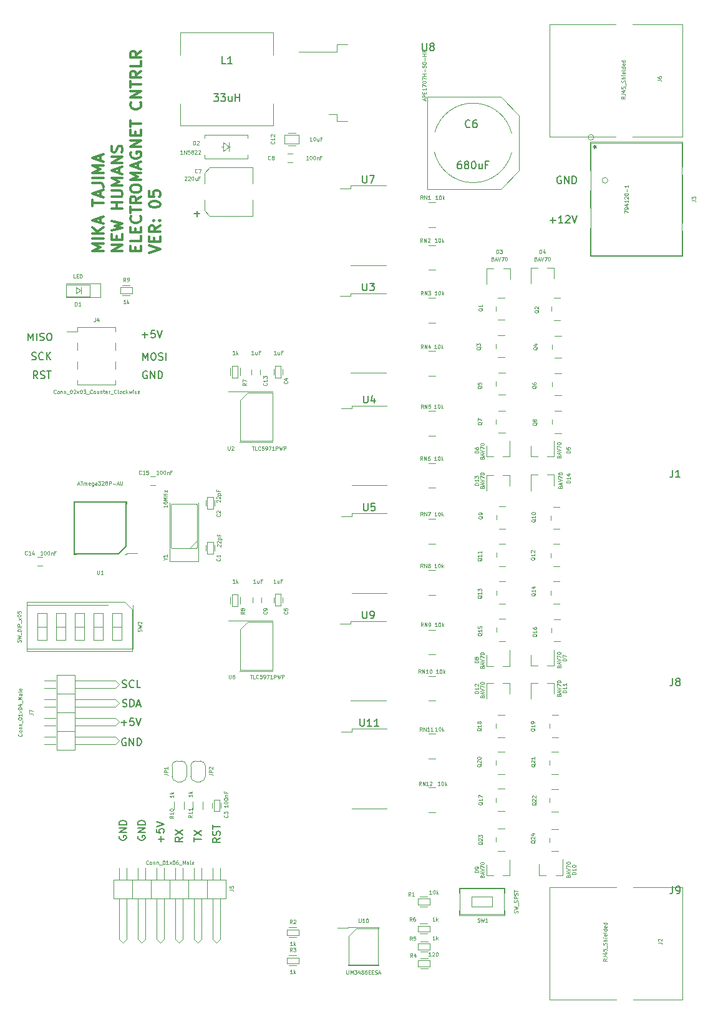
<source format=gbr>
%TF.GenerationSoftware,KiCad,Pcbnew,(5.1.8)-1*%
%TF.CreationDate,2022-01-30T22:11:29-05:00*%
%TF.ProjectId,ElectromagnetController_V3,456c6563-7472-46f6-9d61-676e6574436f,rev?*%
%TF.SameCoordinates,Original*%
%TF.FileFunction,Legend,Top*%
%TF.FilePolarity,Positive*%
%FSLAX46Y46*%
G04 Gerber Fmt 4.6, Leading zero omitted, Abs format (unit mm)*
G04 Created by KiCad (PCBNEW (5.1.8)-1) date 2022-01-30 22:11:29*
%MOMM*%
%LPD*%
G01*
G04 APERTURE LIST*
%ADD10C,0.150000*%
%ADD11C,0.300000*%
%ADD12C,0.120000*%
%ADD13C,0.070000*%
%ADD14C,0.100000*%
%ADD15C,0.075000*%
G04 APERTURE END LIST*
D10*
X77986000Y-135635904D02*
X77938380Y-135731142D01*
X77938380Y-135874000D01*
X77986000Y-136016857D01*
X78081238Y-136112095D01*
X78176476Y-136159714D01*
X78366952Y-136207333D01*
X78509809Y-136207333D01*
X78700285Y-136159714D01*
X78795523Y-136112095D01*
X78890761Y-136016857D01*
X78938380Y-135874000D01*
X78938380Y-135778761D01*
X78890761Y-135635904D01*
X78843142Y-135588285D01*
X78509809Y-135588285D01*
X78509809Y-135778761D01*
X78938380Y-135159714D02*
X77938380Y-135159714D01*
X78938380Y-134588285D01*
X77938380Y-134588285D01*
X78938380Y-134112095D02*
X77938380Y-134112095D01*
X77938380Y-133874000D01*
X77986000Y-133731142D01*
X78081238Y-133635904D01*
X78176476Y-133588285D01*
X78366952Y-133540666D01*
X78509809Y-133540666D01*
X78700285Y-133588285D01*
X78795523Y-133635904D01*
X78890761Y-133731142D01*
X78938380Y-133874000D01*
X78938380Y-134112095D01*
X79184595Y-72652000D02*
X79089357Y-72604380D01*
X78946500Y-72604380D01*
X78803642Y-72652000D01*
X78708404Y-72747238D01*
X78660785Y-72842476D01*
X78613166Y-73032952D01*
X78613166Y-73175809D01*
X78660785Y-73366285D01*
X78708404Y-73461523D01*
X78803642Y-73556761D01*
X78946500Y-73604380D01*
X79041738Y-73604380D01*
X79184595Y-73556761D01*
X79232214Y-73509142D01*
X79232214Y-73175809D01*
X79041738Y-73175809D01*
X79660785Y-73604380D02*
X79660785Y-72604380D01*
X80232214Y-73604380D01*
X80232214Y-72604380D01*
X80708404Y-73604380D02*
X80708404Y-72604380D01*
X80946500Y-72604380D01*
X81089357Y-72652000D01*
X81184595Y-72747238D01*
X81232214Y-72842476D01*
X81279833Y-73032952D01*
X81279833Y-73175809D01*
X81232214Y-73366285D01*
X81184595Y-73461523D01*
X81089357Y-73556761D01*
X80946500Y-73604380D01*
X80708404Y-73604380D01*
X78629071Y-71127880D02*
X78629071Y-70127880D01*
X78962404Y-70842166D01*
X79295738Y-70127880D01*
X79295738Y-71127880D01*
X79962404Y-70127880D02*
X80152880Y-70127880D01*
X80248119Y-70175500D01*
X80343357Y-70270738D01*
X80390976Y-70461214D01*
X80390976Y-70794547D01*
X80343357Y-70985023D01*
X80248119Y-71080261D01*
X80152880Y-71127880D01*
X79962404Y-71127880D01*
X79867166Y-71080261D01*
X79771928Y-70985023D01*
X79724309Y-70794547D01*
X79724309Y-70461214D01*
X79771928Y-70270738D01*
X79867166Y-70175500D01*
X79962404Y-70127880D01*
X80771928Y-71080261D02*
X80914785Y-71127880D01*
X81152880Y-71127880D01*
X81248119Y-71080261D01*
X81295738Y-71032642D01*
X81343357Y-70937404D01*
X81343357Y-70842166D01*
X81295738Y-70746928D01*
X81248119Y-70699309D01*
X81152880Y-70651690D01*
X80962404Y-70604071D01*
X80867166Y-70556452D01*
X80819547Y-70508833D01*
X80771928Y-70413595D01*
X80771928Y-70318357D01*
X80819547Y-70223119D01*
X80867166Y-70175500D01*
X80962404Y-70127880D01*
X81200500Y-70127880D01*
X81343357Y-70175500D01*
X81771928Y-71127880D02*
X81771928Y-70127880D01*
X78533785Y-67698928D02*
X79295690Y-67698928D01*
X78914738Y-68079880D02*
X78914738Y-67317976D01*
X80248071Y-67079880D02*
X79771880Y-67079880D01*
X79724261Y-67556071D01*
X79771880Y-67508452D01*
X79867119Y-67460833D01*
X80105214Y-67460833D01*
X80200452Y-67508452D01*
X80248071Y-67556071D01*
X80295690Y-67651309D01*
X80295690Y-67889404D01*
X80248071Y-67984642D01*
X80200452Y-68032261D01*
X80105214Y-68079880D01*
X79867119Y-68079880D01*
X79771880Y-68032261D01*
X79724261Y-67984642D01*
X80581404Y-67079880D02*
X80914738Y-68079880D01*
X81248071Y-67079880D01*
X63071571Y-68460880D02*
X63071571Y-67460880D01*
X63404904Y-68175166D01*
X63738238Y-67460880D01*
X63738238Y-68460880D01*
X64214428Y-68460880D02*
X64214428Y-67460880D01*
X64643000Y-68413261D02*
X64785857Y-68460880D01*
X65023952Y-68460880D01*
X65119190Y-68413261D01*
X65166809Y-68365642D01*
X65214428Y-68270404D01*
X65214428Y-68175166D01*
X65166809Y-68079928D01*
X65119190Y-68032309D01*
X65023952Y-67984690D01*
X64833476Y-67937071D01*
X64738238Y-67889452D01*
X64690619Y-67841833D01*
X64643000Y-67746595D01*
X64643000Y-67651357D01*
X64690619Y-67556119D01*
X64738238Y-67508500D01*
X64833476Y-67460880D01*
X65071571Y-67460880D01*
X65214428Y-67508500D01*
X65833476Y-67460880D02*
X66023952Y-67460880D01*
X66119190Y-67508500D01*
X66214428Y-67603738D01*
X66262047Y-67794214D01*
X66262047Y-68127547D01*
X66214428Y-68318023D01*
X66119190Y-68413261D01*
X66023952Y-68460880D01*
X65833476Y-68460880D01*
X65738238Y-68413261D01*
X65643000Y-68318023D01*
X65595380Y-68127547D01*
X65595380Y-67794214D01*
X65643000Y-67603738D01*
X65738238Y-67508500D01*
X65833476Y-67460880D01*
X64349380Y-73604380D02*
X64016047Y-73128190D01*
X63777952Y-73604380D02*
X63777952Y-72604380D01*
X64158904Y-72604380D01*
X64254142Y-72652000D01*
X64301761Y-72699619D01*
X64349380Y-72794857D01*
X64349380Y-72937714D01*
X64301761Y-73032952D01*
X64254142Y-73080571D01*
X64158904Y-73128190D01*
X63777952Y-73128190D01*
X64730333Y-73556761D02*
X64873190Y-73604380D01*
X65111285Y-73604380D01*
X65206523Y-73556761D01*
X65254142Y-73509142D01*
X65301761Y-73413904D01*
X65301761Y-73318666D01*
X65254142Y-73223428D01*
X65206523Y-73175809D01*
X65111285Y-73128190D01*
X64920809Y-73080571D01*
X64825571Y-73032952D01*
X64777952Y-72985333D01*
X64730333Y-72890095D01*
X64730333Y-72794857D01*
X64777952Y-72699619D01*
X64825571Y-72652000D01*
X64920809Y-72604380D01*
X65158904Y-72604380D01*
X65301761Y-72652000D01*
X65587476Y-72604380D02*
X66158904Y-72604380D01*
X65873190Y-73604380D02*
X65873190Y-72604380D01*
X63547785Y-71016761D02*
X63690642Y-71064380D01*
X63928738Y-71064380D01*
X64023976Y-71016761D01*
X64071595Y-70969142D01*
X64119214Y-70873904D01*
X64119214Y-70778666D01*
X64071595Y-70683428D01*
X64023976Y-70635809D01*
X63928738Y-70588190D01*
X63738261Y-70540571D01*
X63643023Y-70492952D01*
X63595404Y-70445333D01*
X63547785Y-70350095D01*
X63547785Y-70254857D01*
X63595404Y-70159619D01*
X63643023Y-70112000D01*
X63738261Y-70064380D01*
X63976357Y-70064380D01*
X64119214Y-70112000D01*
X65119214Y-70969142D02*
X65071595Y-71016761D01*
X64928738Y-71064380D01*
X64833500Y-71064380D01*
X64690642Y-71016761D01*
X64595404Y-70921523D01*
X64547785Y-70826285D01*
X64500166Y-70635809D01*
X64500166Y-70492952D01*
X64547785Y-70302476D01*
X64595404Y-70207238D01*
X64690642Y-70112000D01*
X64833500Y-70064380D01*
X64928738Y-70064380D01*
X65071595Y-70112000D01*
X65119214Y-70159619D01*
X65547785Y-71064380D02*
X65547785Y-70064380D01*
X66119214Y-71064380D02*
X65690642Y-70492952D01*
X66119214Y-70064380D02*
X65547785Y-70635809D01*
X89098380Y-135929619D02*
X88622190Y-136262952D01*
X89098380Y-136501047D02*
X88098380Y-136501047D01*
X88098380Y-136120095D01*
X88146000Y-136024857D01*
X88193619Y-135977238D01*
X88288857Y-135929619D01*
X88431714Y-135929619D01*
X88526952Y-135977238D01*
X88574571Y-136024857D01*
X88622190Y-136120095D01*
X88622190Y-136501047D01*
X89050761Y-135548666D02*
X89098380Y-135405809D01*
X89098380Y-135167714D01*
X89050761Y-135072476D01*
X89003142Y-135024857D01*
X88907904Y-134977238D01*
X88812666Y-134977238D01*
X88717428Y-135024857D01*
X88669809Y-135072476D01*
X88622190Y-135167714D01*
X88574571Y-135358190D01*
X88526952Y-135453428D01*
X88479333Y-135501047D01*
X88384095Y-135548666D01*
X88288857Y-135548666D01*
X88193619Y-135501047D01*
X88146000Y-135453428D01*
X88098380Y-135358190D01*
X88098380Y-135120095D01*
X88146000Y-134977238D01*
X88098380Y-134691523D02*
X88098380Y-134120095D01*
X89098380Y-134405809D02*
X88098380Y-134405809D01*
X75446000Y-135635904D02*
X75398380Y-135731142D01*
X75398380Y-135874000D01*
X75446000Y-136016857D01*
X75541238Y-136112095D01*
X75636476Y-136159714D01*
X75826952Y-136207333D01*
X75969809Y-136207333D01*
X76160285Y-136159714D01*
X76255523Y-136112095D01*
X76350761Y-136016857D01*
X76398380Y-135874000D01*
X76398380Y-135778761D01*
X76350761Y-135635904D01*
X76303142Y-135588285D01*
X75969809Y-135588285D01*
X75969809Y-135778761D01*
X76398380Y-135159714D02*
X75398380Y-135159714D01*
X76398380Y-134588285D01*
X75398380Y-134588285D01*
X76398380Y-134112095D02*
X75398380Y-134112095D01*
X75398380Y-133874000D01*
X75446000Y-133731142D01*
X75541238Y-133635904D01*
X75636476Y-133588285D01*
X75826952Y-133540666D01*
X75969809Y-133540666D01*
X76160285Y-133588285D01*
X76255523Y-133635904D01*
X76350761Y-133731142D01*
X76398380Y-133874000D01*
X76398380Y-134112095D01*
X81097428Y-136413714D02*
X81097428Y-135651809D01*
X81478380Y-136032761D02*
X80716476Y-136032761D01*
X80478380Y-134699428D02*
X80478380Y-135175619D01*
X80954571Y-135223238D01*
X80906952Y-135175619D01*
X80859333Y-135080380D01*
X80859333Y-134842285D01*
X80906952Y-134747047D01*
X80954571Y-134699428D01*
X81049809Y-134651809D01*
X81287904Y-134651809D01*
X81383142Y-134699428D01*
X81430761Y-134747047D01*
X81478380Y-134842285D01*
X81478380Y-135080380D01*
X81430761Y-135175619D01*
X81383142Y-135223238D01*
X80478380Y-134366095D02*
X81478380Y-134032761D01*
X80478380Y-133699428D01*
X85558380Y-136397904D02*
X85558380Y-135826476D01*
X86558380Y-136112190D02*
X85558380Y-136112190D01*
X85558380Y-135588380D02*
X86558380Y-134921714D01*
X85558380Y-134921714D02*
X86558380Y-135588380D01*
X84018380Y-135802666D02*
X83542190Y-136136000D01*
X84018380Y-136374095D02*
X83018380Y-136374095D01*
X83018380Y-135993142D01*
X83066000Y-135897904D01*
X83113619Y-135850285D01*
X83208857Y-135802666D01*
X83351714Y-135802666D01*
X83446952Y-135850285D01*
X83494571Y-135897904D01*
X83542190Y-135993142D01*
X83542190Y-136374095D01*
X83018380Y-135469333D02*
X84018380Y-134802666D01*
X83018380Y-134802666D02*
X84018380Y-135469333D01*
X76327095Y-122436000D02*
X76231857Y-122388380D01*
X76089000Y-122388380D01*
X75946142Y-122436000D01*
X75850904Y-122531238D01*
X75803285Y-122626476D01*
X75755666Y-122816952D01*
X75755666Y-122959809D01*
X75803285Y-123150285D01*
X75850904Y-123245523D01*
X75946142Y-123340761D01*
X76089000Y-123388380D01*
X76184238Y-123388380D01*
X76327095Y-123340761D01*
X76374714Y-123293142D01*
X76374714Y-122959809D01*
X76184238Y-122959809D01*
X76803285Y-123388380D02*
X76803285Y-122388380D01*
X77374714Y-123388380D01*
X77374714Y-122388380D01*
X77850904Y-123388380D02*
X77850904Y-122388380D01*
X78089000Y-122388380D01*
X78231857Y-122436000D01*
X78327095Y-122531238D01*
X78374714Y-122626476D01*
X78422333Y-122816952D01*
X78422333Y-122959809D01*
X78374714Y-123150285D01*
X78327095Y-123245523D01*
X78231857Y-123340761D01*
X78089000Y-123388380D01*
X77850904Y-123388380D01*
X75676285Y-120276928D02*
X76438190Y-120276928D01*
X76057238Y-120657880D02*
X76057238Y-119895976D01*
X77390571Y-119657880D02*
X76914380Y-119657880D01*
X76866761Y-120134071D01*
X76914380Y-120086452D01*
X77009619Y-120038833D01*
X77247714Y-120038833D01*
X77342952Y-120086452D01*
X77390571Y-120134071D01*
X77438190Y-120229309D01*
X77438190Y-120467404D01*
X77390571Y-120562642D01*
X77342952Y-120610261D01*
X77247714Y-120657880D01*
X77009619Y-120657880D01*
X76914380Y-120610261D01*
X76866761Y-120562642D01*
X77723904Y-119657880D02*
X78057238Y-120657880D01*
X78390571Y-119657880D01*
X75874714Y-118070261D02*
X76017571Y-118117880D01*
X76255666Y-118117880D01*
X76350904Y-118070261D01*
X76398523Y-118022642D01*
X76446142Y-117927404D01*
X76446142Y-117832166D01*
X76398523Y-117736928D01*
X76350904Y-117689309D01*
X76255666Y-117641690D01*
X76065190Y-117594071D01*
X75969952Y-117546452D01*
X75922333Y-117498833D01*
X75874714Y-117403595D01*
X75874714Y-117308357D01*
X75922333Y-117213119D01*
X75969952Y-117165500D01*
X76065190Y-117117880D01*
X76303285Y-117117880D01*
X76446142Y-117165500D01*
X76874714Y-118117880D02*
X76874714Y-117117880D01*
X77112809Y-117117880D01*
X77255666Y-117165500D01*
X77350904Y-117260738D01*
X77398523Y-117355976D01*
X77446142Y-117546452D01*
X77446142Y-117689309D01*
X77398523Y-117879785D01*
X77350904Y-117975023D01*
X77255666Y-118070261D01*
X77112809Y-118117880D01*
X76874714Y-118117880D01*
X77827095Y-117832166D02*
X78303285Y-117832166D01*
X77731857Y-118117880D02*
X78065190Y-117117880D01*
X78398523Y-118117880D01*
X75835023Y-115466761D02*
X75977880Y-115514380D01*
X76215976Y-115514380D01*
X76311214Y-115466761D01*
X76358833Y-115419142D01*
X76406452Y-115323904D01*
X76406452Y-115228666D01*
X76358833Y-115133428D01*
X76311214Y-115085809D01*
X76215976Y-115038190D01*
X76025500Y-114990571D01*
X75930261Y-114942952D01*
X75882642Y-114895333D01*
X75835023Y-114800095D01*
X75835023Y-114704857D01*
X75882642Y-114609619D01*
X75930261Y-114562000D01*
X76025500Y-114514380D01*
X76263595Y-114514380D01*
X76406452Y-114562000D01*
X77406452Y-115419142D02*
X77358833Y-115466761D01*
X77215976Y-115514380D01*
X77120738Y-115514380D01*
X76977880Y-115466761D01*
X76882642Y-115371523D01*
X76835023Y-115276285D01*
X76787404Y-115085809D01*
X76787404Y-114942952D01*
X76835023Y-114752476D01*
X76882642Y-114657238D01*
X76977880Y-114562000D01*
X77120738Y-114514380D01*
X77215976Y-114514380D01*
X77358833Y-114562000D01*
X77406452Y-114609619D01*
X78311214Y-115514380D02*
X77835023Y-115514380D01*
X77835023Y-114514380D01*
X135382095Y-46236000D02*
X135286857Y-46188380D01*
X135144000Y-46188380D01*
X135001142Y-46236000D01*
X134905904Y-46331238D01*
X134858285Y-46426476D01*
X134810666Y-46616952D01*
X134810666Y-46759809D01*
X134858285Y-46950285D01*
X134905904Y-47045523D01*
X135001142Y-47140761D01*
X135144000Y-47188380D01*
X135239238Y-47188380D01*
X135382095Y-47140761D01*
X135429714Y-47093142D01*
X135429714Y-46759809D01*
X135239238Y-46759809D01*
X135858285Y-47188380D02*
X135858285Y-46188380D01*
X136429714Y-47188380D01*
X136429714Y-46188380D01*
X136905904Y-47188380D02*
X136905904Y-46188380D01*
X137144000Y-46188380D01*
X137286857Y-46236000D01*
X137382095Y-46331238D01*
X137429714Y-46426476D01*
X137477333Y-46616952D01*
X137477333Y-46759809D01*
X137429714Y-46950285D01*
X137382095Y-47045523D01*
X137286857Y-47140761D01*
X137144000Y-47188380D01*
X136905904Y-47188380D01*
X133874095Y-52141428D02*
X134636000Y-52141428D01*
X134255047Y-52522380D02*
X134255047Y-51760476D01*
X135636000Y-52522380D02*
X135064571Y-52522380D01*
X135350285Y-52522380D02*
X135350285Y-51522380D01*
X135255047Y-51665238D01*
X135159809Y-51760476D01*
X135064571Y-51808095D01*
X136016952Y-51617619D02*
X136064571Y-51570000D01*
X136159809Y-51522380D01*
X136397904Y-51522380D01*
X136493142Y-51570000D01*
X136540761Y-51617619D01*
X136588380Y-51712857D01*
X136588380Y-51808095D01*
X136540761Y-51950952D01*
X135969333Y-52522380D01*
X136588380Y-52522380D01*
X136874095Y-51522380D02*
X137207428Y-52522380D01*
X137540761Y-51522380D01*
D11*
X73307571Y-56343857D02*
X71807571Y-56343857D01*
X72879000Y-55843857D01*
X71807571Y-55343857D01*
X73307571Y-55343857D01*
X73307571Y-54629571D02*
X71807571Y-54629571D01*
X73307571Y-53915285D02*
X71807571Y-53915285D01*
X73307571Y-53058142D02*
X72450428Y-53701000D01*
X71807571Y-53058142D02*
X72664714Y-53915285D01*
X72879000Y-52486714D02*
X72879000Y-51772428D01*
X73307571Y-52629571D02*
X71807571Y-52129571D01*
X73307571Y-51629571D01*
X71807571Y-50201000D02*
X71807571Y-49343857D01*
X73307571Y-49772428D02*
X71807571Y-49772428D01*
X72879000Y-48915285D02*
X72879000Y-48201000D01*
X73307571Y-49058142D02*
X71807571Y-48558142D01*
X73307571Y-48058142D01*
X71807571Y-47129571D02*
X72879000Y-47129571D01*
X73093285Y-47201000D01*
X73236142Y-47343857D01*
X73307571Y-47558142D01*
X73307571Y-47701000D01*
X73307571Y-46415285D02*
X71807571Y-46415285D01*
X73307571Y-45701000D02*
X71807571Y-45701000D01*
X72879000Y-45201000D01*
X71807571Y-44701000D01*
X73307571Y-44701000D01*
X72879000Y-44058142D02*
X72879000Y-43343857D01*
X73307571Y-44201000D02*
X71807571Y-43701000D01*
X73307571Y-43201000D01*
X75857571Y-56343857D02*
X74357571Y-56343857D01*
X75857571Y-55486714D01*
X74357571Y-55486714D01*
X75071857Y-54772428D02*
X75071857Y-54272428D01*
X75857571Y-54058142D02*
X75857571Y-54772428D01*
X74357571Y-54772428D01*
X74357571Y-54058142D01*
X74357571Y-53558142D02*
X75857571Y-53201000D01*
X74786142Y-52915285D01*
X75857571Y-52629571D01*
X74357571Y-52272428D01*
X75857571Y-50558142D02*
X74357571Y-50558142D01*
X75071857Y-50558142D02*
X75071857Y-49701000D01*
X75857571Y-49701000D02*
X74357571Y-49701000D01*
X74357571Y-48986714D02*
X75571857Y-48986714D01*
X75714714Y-48915285D01*
X75786142Y-48843857D01*
X75857571Y-48701000D01*
X75857571Y-48415285D01*
X75786142Y-48272428D01*
X75714714Y-48201000D01*
X75571857Y-48129571D01*
X74357571Y-48129571D01*
X75857571Y-47415285D02*
X74357571Y-47415285D01*
X75429000Y-46915285D01*
X74357571Y-46415285D01*
X75857571Y-46415285D01*
X75429000Y-45772428D02*
X75429000Y-45058142D01*
X75857571Y-45915285D02*
X74357571Y-45415285D01*
X75857571Y-44915285D01*
X75857571Y-44415285D02*
X74357571Y-44415285D01*
X75857571Y-43558142D01*
X74357571Y-43558142D01*
X75786142Y-42915285D02*
X75857571Y-42701000D01*
X75857571Y-42343857D01*
X75786142Y-42201000D01*
X75714714Y-42129571D01*
X75571857Y-42058142D01*
X75429000Y-42058142D01*
X75286142Y-42129571D01*
X75214714Y-42201000D01*
X75143285Y-42343857D01*
X75071857Y-42629571D01*
X75000428Y-42772428D01*
X74929000Y-42843857D01*
X74786142Y-42915285D01*
X74643285Y-42915285D01*
X74500428Y-42843857D01*
X74429000Y-42772428D01*
X74357571Y-42629571D01*
X74357571Y-42272428D01*
X74429000Y-42058142D01*
X77621857Y-56343857D02*
X77621857Y-55843857D01*
X78407571Y-55629571D02*
X78407571Y-56343857D01*
X76907571Y-56343857D01*
X76907571Y-55629571D01*
X78407571Y-54272428D02*
X78407571Y-54986714D01*
X76907571Y-54986714D01*
X77621857Y-53772428D02*
X77621857Y-53272428D01*
X78407571Y-53058142D02*
X78407571Y-53772428D01*
X76907571Y-53772428D01*
X76907571Y-53058142D01*
X78264714Y-51558142D02*
X78336142Y-51629571D01*
X78407571Y-51843857D01*
X78407571Y-51986714D01*
X78336142Y-52201000D01*
X78193285Y-52343857D01*
X78050428Y-52415285D01*
X77764714Y-52486714D01*
X77550428Y-52486714D01*
X77264714Y-52415285D01*
X77121857Y-52343857D01*
X76979000Y-52201000D01*
X76907571Y-51986714D01*
X76907571Y-51843857D01*
X76979000Y-51629571D01*
X77050428Y-51558142D01*
X76907571Y-51129571D02*
X76907571Y-50272428D01*
X78407571Y-50701000D02*
X76907571Y-50701000D01*
X78407571Y-48915285D02*
X77693285Y-49415285D01*
X78407571Y-49772428D02*
X76907571Y-49772428D01*
X76907571Y-49201000D01*
X76979000Y-49058142D01*
X77050428Y-48986714D01*
X77193285Y-48915285D01*
X77407571Y-48915285D01*
X77550428Y-48986714D01*
X77621857Y-49058142D01*
X77693285Y-49201000D01*
X77693285Y-49772428D01*
X76907571Y-47986714D02*
X76907571Y-47701000D01*
X76979000Y-47558142D01*
X77121857Y-47415285D01*
X77407571Y-47343857D01*
X77907571Y-47343857D01*
X78193285Y-47415285D01*
X78336142Y-47558142D01*
X78407571Y-47701000D01*
X78407571Y-47986714D01*
X78336142Y-48129571D01*
X78193285Y-48272428D01*
X77907571Y-48343857D01*
X77407571Y-48343857D01*
X77121857Y-48272428D01*
X76979000Y-48129571D01*
X76907571Y-47986714D01*
X78407571Y-46701000D02*
X76907571Y-46701000D01*
X77979000Y-46201000D01*
X76907571Y-45701000D01*
X78407571Y-45701000D01*
X77979000Y-45058142D02*
X77979000Y-44343857D01*
X78407571Y-45201000D02*
X76907571Y-44701000D01*
X78407571Y-44201000D01*
X76979000Y-42915285D02*
X76907571Y-43058142D01*
X76907571Y-43272428D01*
X76979000Y-43486714D01*
X77121857Y-43629571D01*
X77264714Y-43701000D01*
X77550428Y-43772428D01*
X77764714Y-43772428D01*
X78050428Y-43701000D01*
X78193285Y-43629571D01*
X78336142Y-43486714D01*
X78407571Y-43272428D01*
X78407571Y-43129571D01*
X78336142Y-42915285D01*
X78264714Y-42843857D01*
X77764714Y-42843857D01*
X77764714Y-43129571D01*
X78407571Y-42201000D02*
X76907571Y-42201000D01*
X78407571Y-41343857D01*
X76907571Y-41343857D01*
X77621857Y-40629571D02*
X77621857Y-40129571D01*
X78407571Y-39915285D02*
X78407571Y-40629571D01*
X76907571Y-40629571D01*
X76907571Y-39915285D01*
X76907571Y-39486714D02*
X76907571Y-38629571D01*
X78407571Y-39058142D02*
X76907571Y-39058142D01*
X78264714Y-36129571D02*
X78336142Y-36201000D01*
X78407571Y-36415285D01*
X78407571Y-36558142D01*
X78336142Y-36772428D01*
X78193285Y-36915285D01*
X78050428Y-36986714D01*
X77764714Y-37058142D01*
X77550428Y-37058142D01*
X77264714Y-36986714D01*
X77121857Y-36915285D01*
X76979000Y-36772428D01*
X76907571Y-36558142D01*
X76907571Y-36415285D01*
X76979000Y-36201000D01*
X77050428Y-36129571D01*
X78407571Y-35486714D02*
X76907571Y-35486714D01*
X78407571Y-34629571D01*
X76907571Y-34629571D01*
X76907571Y-34129571D02*
X76907571Y-33272428D01*
X78407571Y-33701000D02*
X76907571Y-33701000D01*
X78407571Y-31915285D02*
X77693285Y-32415285D01*
X78407571Y-32772428D02*
X76907571Y-32772428D01*
X76907571Y-32201000D01*
X76979000Y-32058142D01*
X77050428Y-31986714D01*
X77193285Y-31915285D01*
X77407571Y-31915285D01*
X77550428Y-31986714D01*
X77621857Y-32058142D01*
X77693285Y-32201000D01*
X77693285Y-32772428D01*
X78407571Y-30558142D02*
X78407571Y-31272428D01*
X76907571Y-31272428D01*
X78407571Y-29201000D02*
X77693285Y-29701000D01*
X78407571Y-30058142D02*
X76907571Y-30058142D01*
X76907571Y-29486714D01*
X76979000Y-29343857D01*
X77050428Y-29272428D01*
X77193285Y-29201000D01*
X77407571Y-29201000D01*
X77550428Y-29272428D01*
X77621857Y-29343857D01*
X77693285Y-29486714D01*
X77693285Y-30058142D01*
X79457571Y-56558142D02*
X80957571Y-56058142D01*
X79457571Y-55558142D01*
X80171857Y-55058142D02*
X80171857Y-54558142D01*
X80957571Y-54343857D02*
X80957571Y-55058142D01*
X79457571Y-55058142D01*
X79457571Y-54343857D01*
X80957571Y-52843857D02*
X80243285Y-53343857D01*
X80957571Y-53701000D02*
X79457571Y-53701000D01*
X79457571Y-53129571D01*
X79529000Y-52986714D01*
X79600428Y-52915285D01*
X79743285Y-52843857D01*
X79957571Y-52843857D01*
X80100428Y-52915285D01*
X80171857Y-52986714D01*
X80243285Y-53129571D01*
X80243285Y-53701000D01*
X80814714Y-52201000D02*
X80886142Y-52129571D01*
X80957571Y-52201000D01*
X80886142Y-52272428D01*
X80814714Y-52201000D01*
X80957571Y-52201000D01*
X80029000Y-52201000D02*
X80100428Y-52129571D01*
X80171857Y-52201000D01*
X80100428Y-52272428D01*
X80029000Y-52201000D01*
X80171857Y-52201000D01*
X79457571Y-50058142D02*
X79457571Y-49915285D01*
X79529000Y-49772428D01*
X79600428Y-49701000D01*
X79743285Y-49629571D01*
X80029000Y-49558142D01*
X80386142Y-49558142D01*
X80671857Y-49629571D01*
X80814714Y-49701000D01*
X80886142Y-49772428D01*
X80957571Y-49915285D01*
X80957571Y-50058142D01*
X80886142Y-50201000D01*
X80814714Y-50272428D01*
X80671857Y-50343857D01*
X80386142Y-50415285D01*
X80029000Y-50415285D01*
X79743285Y-50343857D01*
X79600428Y-50272428D01*
X79529000Y-50201000D01*
X79457571Y-50058142D01*
X79457571Y-48201000D02*
X79457571Y-48915285D01*
X80171857Y-48986714D01*
X80100428Y-48915285D01*
X80029000Y-48772428D01*
X80029000Y-48415285D01*
X80100428Y-48272428D01*
X80171857Y-48201000D01*
X80314714Y-48129571D01*
X80671857Y-48129571D01*
X80814714Y-48201000D01*
X80886142Y-48272428D01*
X80957571Y-48415285D01*
X80957571Y-48772428D01*
X80886142Y-48915285D01*
X80814714Y-48986714D01*
D12*
%TO.C,D2*%
X92837000Y-40576500D02*
X86995000Y-40576500D01*
X86995000Y-40576500D02*
X86995000Y-41018460D01*
X86995000Y-43751500D02*
X92837000Y-43751500D01*
X92837000Y-43751500D02*
X92837000Y-43309540D01*
X92837000Y-41018460D02*
X92837000Y-40576500D01*
X86995000Y-43309540D02*
X86995000Y-43751500D01*
X90516000Y-42164000D02*
X90316000Y-42164000D01*
X90316000Y-42164000D02*
X90316000Y-42764000D01*
X90316000Y-42164000D02*
X90316000Y-41564000D01*
X90316000Y-41564000D02*
X90316000Y-42164000D01*
X90316000Y-42164000D02*
X89516000Y-42764000D01*
X89516000Y-42764000D02*
X89516000Y-41564000D01*
X89516000Y-41564000D02*
X90316000Y-42164000D01*
X89516000Y-42164000D02*
X89316000Y-42164000D01*
%TO.C,U8*%
X106427000Y-28328000D02*
X104927000Y-28328000D01*
X104927000Y-28328000D02*
X104927000Y-29278000D01*
X104927000Y-29278000D02*
X99802000Y-29278000D01*
X106427000Y-38728000D02*
X104927000Y-38728000D01*
X104927000Y-38728000D02*
X104927000Y-37778000D01*
X104927000Y-37778000D02*
X103827000Y-37778000D01*
%TO.C,L1*%
X83746000Y-29720000D02*
X83746000Y-26720000D01*
X83746000Y-26720000D02*
X96346000Y-26720000D01*
X96346000Y-26720000D02*
X96346000Y-29720000D01*
X96346000Y-36320000D02*
X96346000Y-39320000D01*
X96346000Y-39320000D02*
X83746000Y-39320000D01*
X83746000Y-39320000D02*
X83746000Y-36320000D01*
%TO.C,C8*%
X98268000Y-43088000D02*
X98968000Y-43088000D01*
X98968000Y-44288000D02*
X98268000Y-44288000D01*
%TO.C,C7*%
X86964000Y-50800000D02*
X86964000Y-49380000D01*
X93564000Y-51560000D02*
X93564000Y-49380000D01*
X93564000Y-44960000D02*
X93564000Y-47140000D01*
X86964000Y-45720000D02*
X86964000Y-47140000D01*
X93564000Y-51560000D02*
X87724000Y-51560000D01*
X87724000Y-51560000D02*
X86964000Y-50800000D01*
X86964000Y-45720000D02*
X87724000Y-44960000D01*
X87724000Y-44960000D02*
X93564000Y-44960000D01*
%TO.C,C6*%
X127444000Y-47656000D02*
X127194000Y-47906000D01*
X129444000Y-45656000D02*
X129694000Y-45406000D01*
X127444000Y-35656000D02*
X127194000Y-35406000D01*
X129444000Y-37656000D02*
X129694000Y-37906000D01*
X129444000Y-37656000D02*
X127444000Y-35656000D01*
X129444000Y-45656000D02*
X127444000Y-47656000D01*
X129694000Y-37906000D02*
X129694000Y-45406000D01*
X117194000Y-35406000D02*
X127194000Y-35406000D01*
X117194000Y-47906000D02*
X117194000Y-35406000D01*
X127194000Y-47906000D02*
X117194000Y-47906000D01*
X128679623Y-42964907D02*
G75*
G02*
X118194001Y-42905999I-5235623J1308907D01*
G01*
X118244128Y-40211590D02*
G75*
G02*
X128693999Y-40406001I5199872J-1444410D01*
G01*
%TO.C,D14*%
X134406800Y-86657400D02*
X133476800Y-86657400D01*
X131246800Y-86657400D02*
X132176800Y-86657400D01*
X131246800Y-86657400D02*
X131246800Y-88817400D01*
X134406800Y-86657400D02*
X134406800Y-88117400D01*
%TO.C,D13*%
X128427600Y-86682800D02*
X127497600Y-86682800D01*
X125267600Y-86682800D02*
X126197600Y-86682800D01*
X125267600Y-86682800D02*
X125267600Y-88842800D01*
X128427600Y-86682800D02*
X128427600Y-88142800D01*
%TO.C,D12*%
X128427600Y-114886200D02*
X127497600Y-114886200D01*
X125267600Y-114886200D02*
X126197600Y-114886200D01*
X125267600Y-114886200D02*
X125267600Y-117046200D01*
X128427600Y-114886200D02*
X128427600Y-116346200D01*
%TO.C,D11*%
X134406800Y-114870200D02*
X133476800Y-114870200D01*
X131246800Y-114870200D02*
X132176800Y-114870200D01*
X131246800Y-114870200D02*
X131246800Y-117030200D01*
X134406800Y-114870200D02*
X134406800Y-116330200D01*
%TO.C,D10*%
X132415200Y-140952000D02*
X133345200Y-140952000D01*
X135575200Y-140952000D02*
X134645200Y-140952000D01*
X135575200Y-140952000D02*
X135575200Y-138792000D01*
X132415200Y-140952000D02*
X132415200Y-139492000D01*
%TO.C,D9*%
X125267600Y-141002800D02*
X126197600Y-141002800D01*
X128427600Y-141002800D02*
X127497600Y-141002800D01*
X128427600Y-141002800D02*
X128427600Y-138842800D01*
X125267600Y-141002800D02*
X125267600Y-139542800D01*
%TO.C,D8*%
X125267600Y-112580200D02*
X126197600Y-112580200D01*
X128427600Y-112580200D02*
X127497600Y-112580200D01*
X128427600Y-112580200D02*
X128427600Y-110420200D01*
X125267600Y-112580200D02*
X125267600Y-111120200D01*
%TO.C,D7*%
X131246800Y-112554800D02*
X132176800Y-112554800D01*
X134406800Y-112554800D02*
X133476800Y-112554800D01*
X134406800Y-112554800D02*
X134406800Y-110394800D01*
X131246800Y-112554800D02*
X131246800Y-111094800D01*
%TO.C,D6*%
X125267600Y-84208400D02*
X126197600Y-84208400D01*
X128427600Y-84208400D02*
X127497600Y-84208400D01*
X128427600Y-84208400D02*
X128427600Y-82048400D01*
X125267600Y-84208400D02*
X125267600Y-82748400D01*
%TO.C,D5*%
X131246800Y-84208400D02*
X132176800Y-84208400D01*
X134406800Y-84208400D02*
X133476800Y-84208400D01*
X134406800Y-84208400D02*
X134406800Y-82048400D01*
X131246800Y-84208400D02*
X131246800Y-82748400D01*
%TO.C,D4*%
X134406800Y-58590400D02*
X133476800Y-58590400D01*
X131246800Y-58590400D02*
X132176800Y-58590400D01*
X131246800Y-58590400D02*
X131246800Y-60750400D01*
X134406800Y-58590400D02*
X134406800Y-60050400D01*
%TO.C,D3*%
X128453000Y-58650600D02*
X127523000Y-58650600D01*
X125293000Y-58650600D02*
X126223000Y-58650600D01*
X125293000Y-58650600D02*
X125293000Y-60810600D01*
X128453000Y-58650600D02*
X128453000Y-60110600D01*
%TO.C,C15*%
X80349800Y-88052200D02*
X79649800Y-88052200D01*
X79649800Y-86852200D02*
X80349800Y-86852200D01*
%TO.C,C14*%
X64282800Y-97774200D02*
X64982800Y-97774200D01*
X64982800Y-98974200D02*
X64282800Y-98974200D01*
%TO.C,Q19*%
X133823000Y-120734000D02*
X133823000Y-120434000D01*
X133823000Y-120734000D02*
X133823000Y-121034000D01*
X135023000Y-119234000D02*
X134123000Y-119234000D01*
X135023000Y-122234000D02*
X134123000Y-122234000D01*
%TO.C,RN11*%
X118367000Y-121764000D02*
X117367000Y-121764000D01*
X118367000Y-125124000D02*
X117367000Y-125124000D01*
%TO.C,RN12*%
X118367000Y-129060000D02*
X117367000Y-129060000D01*
X118367000Y-132420000D02*
X117367000Y-132420000D01*
%TO.C,U11*%
X106947000Y-131892000D02*
X111747000Y-131892000D01*
X106947000Y-121092000D02*
X111747000Y-121092000D01*
X106947000Y-121492000D02*
X105547000Y-121492000D01*
X106947000Y-121092000D02*
X106947000Y-121492000D01*
%TO.C,U9*%
X106820000Y-117287000D02*
X111620000Y-117287000D01*
X106820000Y-106487000D02*
X111620000Y-106487000D01*
X106820000Y-106887000D02*
X105420000Y-106887000D01*
X106820000Y-106487000D02*
X106820000Y-106887000D01*
%TO.C,U7*%
X106820000Y-58232000D02*
X111620000Y-58232000D01*
X106820000Y-47432000D02*
X111620000Y-47432000D01*
X106820000Y-47832000D02*
X105420000Y-47832000D01*
X106820000Y-47432000D02*
X106820000Y-47832000D01*
%TO.C,U5*%
X106947000Y-102682000D02*
X111747000Y-102682000D01*
X106947000Y-91882000D02*
X111747000Y-91882000D01*
X106947000Y-92282000D02*
X105547000Y-92282000D01*
X106947000Y-91882000D02*
X106947000Y-92282000D01*
%TO.C,U4*%
X106947000Y-88077000D02*
X111747000Y-88077000D01*
X106947000Y-77277000D02*
X111747000Y-77277000D01*
X106947000Y-77677000D02*
X105547000Y-77677000D01*
X106947000Y-77277000D02*
X106947000Y-77677000D01*
%TO.C,U3*%
X106820000Y-72837000D02*
X111620000Y-72837000D01*
X106820000Y-62037000D02*
X111620000Y-62037000D01*
X106820000Y-62437000D02*
X105420000Y-62437000D01*
X106820000Y-62037000D02*
X106820000Y-62437000D01*
D13*
%TO.C,J2*%
X151888000Y-157792500D02*
X151888000Y-142552500D01*
X133858000Y-142552500D02*
X142848000Y-142562500D01*
X133858000Y-142552500D02*
X133858000Y-157792500D01*
X133858000Y-157792500D02*
X142858000Y-157792500D01*
X145188000Y-142562500D02*
X151888000Y-142552500D01*
X145178000Y-157792500D02*
X151888000Y-157792500D01*
D12*
%TO.C,J5*%
X75438000Y-141478000D02*
X75438000Y-139954000D01*
X76454000Y-141478000D02*
X76454000Y-139954000D01*
X77978000Y-141478000D02*
X77978000Y-139954000D01*
X78994000Y-141478000D02*
X78994000Y-139954000D01*
X80518000Y-141478000D02*
X80518000Y-139954000D01*
X81534000Y-141478000D02*
X81534000Y-139954000D01*
X83058000Y-141478000D02*
X83058000Y-139954000D01*
X84074000Y-141478000D02*
X84074000Y-139954000D01*
X85598000Y-141478000D02*
X85598000Y-139954000D01*
X86614000Y-141478000D02*
X86614000Y-139954000D01*
X88138000Y-141478000D02*
X88138000Y-139954000D01*
X89154000Y-141478000D02*
X89154000Y-139954000D01*
X76454000Y-149606000D02*
X75946000Y-150114000D01*
X75438000Y-149606000D02*
X75438000Y-144084000D01*
X75946000Y-150114000D02*
X75438000Y-149606000D01*
X76454000Y-144084000D02*
X76454000Y-149606000D01*
X78994000Y-149606000D02*
X78486000Y-150114000D01*
X77978000Y-149606000D02*
X77978000Y-144084000D01*
X78486000Y-150114000D02*
X77978000Y-149606000D01*
X78994000Y-144084000D02*
X78994000Y-149606000D01*
X81534000Y-149606000D02*
X81026000Y-150114000D01*
X80518000Y-149606000D02*
X80518000Y-144084000D01*
X81026000Y-150114000D02*
X80518000Y-149606000D01*
X81534000Y-144084000D02*
X81534000Y-149606000D01*
X84074000Y-149606000D02*
X83566000Y-150114000D01*
X83058000Y-149606000D02*
X83058000Y-144084000D01*
X83566000Y-150114000D02*
X83058000Y-149606000D01*
X84074000Y-144084000D02*
X84074000Y-149606000D01*
X86614000Y-149606000D02*
X86106000Y-150114000D01*
X85598000Y-149606000D02*
X85598000Y-144084000D01*
X86106000Y-150114000D02*
X85598000Y-149606000D01*
X86614000Y-144084000D02*
X86614000Y-149606000D01*
X88646000Y-150114000D02*
X88138000Y-149606000D01*
X89154000Y-149606000D02*
X88646000Y-150114000D01*
X88138000Y-149606000D02*
X88138000Y-144084000D01*
X89154000Y-144084000D02*
X89154000Y-149606000D01*
X77216000Y-141584000D02*
X77216000Y-144084000D01*
X79756000Y-141584000D02*
X79756000Y-144084000D01*
X82296000Y-141584000D02*
X82296000Y-144084000D01*
X84836000Y-141584000D02*
X84836000Y-144084000D01*
X87376000Y-141584000D02*
X87376000Y-144084000D01*
X74676000Y-141584000D02*
X89916000Y-141584000D01*
X74676000Y-144084000D02*
X74676000Y-141584000D01*
X89916000Y-144084000D02*
X74676000Y-144084000D01*
X89916000Y-141584000D02*
X89916000Y-144084000D01*
%TO.C,R11*%
X86786000Y-130988000D02*
X86786000Y-131988000D01*
X85426000Y-131988000D02*
X85426000Y-130988000D01*
%TO.C,R10*%
X84246000Y-130988000D02*
X84246000Y-131988000D01*
X82886000Y-131988000D02*
X82886000Y-130988000D01*
%TO.C,JP2*%
X85106000Y-127558000D02*
X85106000Y-126158000D01*
X85806000Y-125458000D02*
X86406000Y-125458000D01*
X87106000Y-126158000D02*
X87106000Y-127558000D01*
X86406000Y-128258000D02*
X85806000Y-128258000D01*
X85806000Y-128258000D02*
G75*
G02*
X85106000Y-127558000I0J700000D01*
G01*
X87106000Y-127558000D02*
G75*
G02*
X86406000Y-128258000I-700000J0D01*
G01*
X86406000Y-125458000D02*
G75*
G02*
X87106000Y-126158000I0J-700000D01*
G01*
X85106000Y-126158000D02*
G75*
G02*
X85806000Y-125458000I700000J0D01*
G01*
%TO.C,JP1*%
X82566000Y-127558000D02*
X82566000Y-126158000D01*
X83266000Y-125458000D02*
X83866000Y-125458000D01*
X84566000Y-126158000D02*
X84566000Y-127558000D01*
X83866000Y-128258000D02*
X83266000Y-128258000D01*
X83266000Y-128258000D02*
G75*
G02*
X82566000Y-127558000I0J700000D01*
G01*
X84566000Y-127558000D02*
G75*
G02*
X83866000Y-128258000I-700000J0D01*
G01*
X83866000Y-125458000D02*
G75*
G02*
X84566000Y-126158000I0J-700000D01*
G01*
X82566000Y-126158000D02*
G75*
G02*
X83266000Y-125458000I700000J0D01*
G01*
%TO.C,Q15*%
X126651000Y-107696000D02*
X126651000Y-107396000D01*
X126651000Y-107696000D02*
X126651000Y-107996000D01*
X127851000Y-106196000D02*
X126951000Y-106196000D01*
X127851000Y-109196000D02*
X126951000Y-109196000D01*
%TO.C,Q24*%
X134993000Y-137687000D02*
X134093000Y-137687000D01*
X134993000Y-134687000D02*
X134093000Y-134687000D01*
X133793000Y-136187000D02*
X133793000Y-136487000D01*
X133793000Y-136187000D02*
X133793000Y-135887000D01*
%TO.C,Q23*%
X127724000Y-137644000D02*
X126824000Y-137644000D01*
X127724000Y-134644000D02*
X126824000Y-134644000D01*
X126524000Y-136144000D02*
X126524000Y-136444000D01*
X126524000Y-136144000D02*
X126524000Y-135844000D01*
%TO.C,Q22*%
X134993000Y-132310000D02*
X134093000Y-132310000D01*
X134993000Y-129310000D02*
X134093000Y-129310000D01*
X133793000Y-130810000D02*
X133793000Y-131110000D01*
X133793000Y-130810000D02*
X133793000Y-130510000D01*
%TO.C,Q17*%
X127724000Y-132246500D02*
X126824000Y-132246500D01*
X127724000Y-129246500D02*
X126824000Y-129246500D01*
X126524000Y-130746500D02*
X126524000Y-131046500D01*
X126524000Y-130746500D02*
X126524000Y-130446500D01*
%TO.C,J7*%
X74930000Y-122174000D02*
X75438000Y-122682000D01*
X74930000Y-123190000D02*
X69408000Y-123190000D01*
X75438000Y-122682000D02*
X74930000Y-123190000D01*
X69408000Y-122174000D02*
X74930000Y-122174000D01*
X74930000Y-119634000D02*
X75438000Y-120142000D01*
X74930000Y-120650000D02*
X69408000Y-120650000D01*
X75438000Y-120142000D02*
X74930000Y-120650000D01*
X69408000Y-119634000D02*
X74930000Y-119634000D01*
X74930000Y-117094000D02*
X75438000Y-117602000D01*
X74930000Y-118110000D02*
X69408000Y-118110000D01*
X75438000Y-117602000D02*
X74930000Y-118110000D01*
X69408000Y-117094000D02*
X74930000Y-117094000D01*
X74930000Y-115570000D02*
X69408000Y-115570000D01*
X75438000Y-115062000D02*
X74930000Y-115570000D01*
X74930000Y-114554000D02*
X75438000Y-115062000D01*
X69408000Y-114554000D02*
X74930000Y-114554000D01*
X65278000Y-123190000D02*
X66802000Y-123190000D01*
X65278000Y-122174000D02*
X66802000Y-122174000D01*
X65278000Y-120650000D02*
X66802000Y-120650000D01*
X65278000Y-119634000D02*
X66802000Y-119634000D01*
X65278000Y-118110000D02*
X66802000Y-118110000D01*
X65278000Y-117094000D02*
X66802000Y-117094000D01*
X65278000Y-115570000D02*
X66802000Y-115570000D01*
X65278000Y-114554000D02*
X66802000Y-114554000D01*
X66908000Y-121412000D02*
X69408000Y-121412000D01*
X66908000Y-118872000D02*
X69408000Y-118872000D01*
X66908000Y-116332000D02*
X69408000Y-116332000D01*
X66908000Y-123952000D02*
X66908000Y-113792000D01*
X69408000Y-123952000D02*
X66908000Y-123952000D01*
X69408000Y-113792000D02*
X69408000Y-123952000D01*
X66908000Y-113792000D02*
X69408000Y-113792000D01*
%TO.C,RN10*%
X118367000Y-117313500D02*
X117367000Y-117313500D01*
X118367000Y-113953500D02*
X117367000Y-113953500D01*
%TO.C,RN9*%
X118367000Y-111044604D02*
X117367000Y-111044604D01*
X118367000Y-107684604D02*
X117367000Y-107684604D01*
%TO.C,RN8*%
X118367000Y-102981500D02*
X117367000Y-102981500D01*
X118367000Y-99621500D02*
X117367000Y-99621500D01*
%TO.C,RN7*%
X118367000Y-96034500D02*
X117367000Y-96034500D01*
X118367000Y-92674500D02*
X117367000Y-92674500D01*
%TO.C,RN6*%
X118367000Y-88427940D02*
X117367000Y-88427940D01*
X118367000Y-85067940D02*
X117367000Y-85067940D01*
%TO.C,RN5*%
X118367000Y-81391500D02*
X117367000Y-81391500D01*
X118367000Y-78031500D02*
X117367000Y-78031500D01*
%TO.C,RN4*%
X118367000Y-73225500D02*
X117367000Y-73225500D01*
X118367000Y-69865500D02*
X117367000Y-69865500D01*
%TO.C,RN3*%
X118367000Y-66062500D02*
X117367000Y-66062500D01*
X118367000Y-62702500D02*
X117367000Y-62702500D01*
%TO.C,RN2*%
X118367000Y-58874500D02*
X117367000Y-58874500D01*
X118367000Y-55514500D02*
X117367000Y-55514500D01*
%TO.C,RN1*%
X118367000Y-53108500D02*
X117367000Y-53108500D01*
X118367000Y-49748500D02*
X117367000Y-49748500D01*
%TO.C,Q21*%
X133793000Y-125730000D02*
X133793000Y-125430000D01*
X133793000Y-125730000D02*
X133793000Y-126030000D01*
X134993000Y-124230000D02*
X134093000Y-124230000D01*
X134993000Y-127230000D02*
X134093000Y-127230000D01*
%TO.C,Q20*%
X126524000Y-125730000D02*
X126524000Y-125430000D01*
X126524000Y-125730000D02*
X126524000Y-126030000D01*
X127724000Y-124230000D02*
X126824000Y-124230000D01*
X127724000Y-127230000D02*
X126824000Y-127230000D01*
%TO.C,Q18*%
X126524000Y-120734000D02*
X126524000Y-120434000D01*
X126524000Y-120734000D02*
X126524000Y-121034000D01*
X127724000Y-119234000D02*
X126824000Y-119234000D01*
X127724000Y-122234000D02*
X126824000Y-122234000D01*
%TO.C,Q16*%
X134077000Y-107739000D02*
X134077000Y-107439000D01*
X134077000Y-107739000D02*
X134077000Y-108039000D01*
X135277000Y-106239000D02*
X134377000Y-106239000D01*
X135277000Y-109239000D02*
X134377000Y-109239000D01*
%TO.C,Q14*%
X134013500Y-102636500D02*
X134013500Y-102336500D01*
X134013500Y-102636500D02*
X134013500Y-102936500D01*
X135213500Y-101136500D02*
X134313500Y-101136500D01*
X135213500Y-104136500D02*
X134313500Y-104136500D01*
%TO.C,Q13*%
X126647500Y-102636500D02*
X126647500Y-102336500D01*
X126647500Y-102636500D02*
X126647500Y-102936500D01*
X127847500Y-101136500D02*
X126947500Y-101136500D01*
X127847500Y-104136500D02*
X126947500Y-104136500D01*
%TO.C,Q12*%
X134013500Y-97556500D02*
X134013500Y-97256500D01*
X134013500Y-97556500D02*
X134013500Y-97856500D01*
X135213500Y-96056500D02*
X134313500Y-96056500D01*
X135213500Y-99056500D02*
X134313500Y-99056500D01*
%TO.C,Q11*%
X126647500Y-97536000D02*
X126647500Y-97236000D01*
X126647500Y-97536000D02*
X126647500Y-97836000D01*
X127847500Y-96036000D02*
X126947500Y-96036000D01*
X127847500Y-99036000D02*
X126947500Y-99036000D01*
%TO.C,Q10*%
X134013500Y-92519500D02*
X134013500Y-92219500D01*
X134013500Y-92519500D02*
X134013500Y-92819500D01*
X135213500Y-91019500D02*
X134313500Y-91019500D01*
X135213500Y-94019500D02*
X134313500Y-94019500D01*
%TO.C,Q9*%
X126651000Y-92456000D02*
X126651000Y-92156000D01*
X126651000Y-92456000D02*
X126651000Y-92756000D01*
X127851000Y-90956000D02*
X126951000Y-90956000D01*
X127851000Y-93956000D02*
X126951000Y-93956000D01*
%TO.C,Q8*%
X134204000Y-79502000D02*
X134204000Y-79202000D01*
X134204000Y-79502000D02*
X134204000Y-79802000D01*
X135404000Y-78002000D02*
X134504000Y-78002000D01*
X135404000Y-81002000D02*
X134504000Y-81002000D01*
%TO.C,Q7*%
X126584000Y-79459000D02*
X126584000Y-79159000D01*
X126584000Y-79459000D02*
X126584000Y-79759000D01*
X127784000Y-77959000D02*
X126884000Y-77959000D01*
X127784000Y-80959000D02*
X126884000Y-80959000D01*
%TO.C,Q6*%
X134204000Y-74379000D02*
X134204000Y-74079000D01*
X134204000Y-74379000D02*
X134204000Y-74679000D01*
X135404000Y-72879000D02*
X134504000Y-72879000D01*
X135404000Y-75879000D02*
X134504000Y-75879000D01*
%TO.C,Q5*%
X126584000Y-74295000D02*
X126584000Y-73995000D01*
X126584000Y-74295000D02*
X126584000Y-74595000D01*
X127784000Y-72795000D02*
X126884000Y-72795000D01*
X127784000Y-75795000D02*
X126884000Y-75795000D01*
%TO.C,Q4*%
X134204000Y-69299000D02*
X134204000Y-68999000D01*
X134204000Y-69299000D02*
X134204000Y-69599000D01*
X135404000Y-67799000D02*
X134504000Y-67799000D01*
X135404000Y-70799000D02*
X134504000Y-70799000D01*
%TO.C,Q3*%
X126524000Y-69215000D02*
X126524000Y-68915000D01*
X126524000Y-69215000D02*
X126524000Y-69515000D01*
X127724000Y-67715000D02*
X126824000Y-67715000D01*
X127724000Y-70715000D02*
X126824000Y-70715000D01*
%TO.C,Q2*%
X134077000Y-64178000D02*
X134077000Y-63878000D01*
X134077000Y-64178000D02*
X134077000Y-64478000D01*
X135277000Y-62678000D02*
X134377000Y-62678000D01*
X135277000Y-65678000D02*
X134377000Y-65678000D01*
%TO.C,Q1*%
X126524000Y-64135000D02*
X126524000Y-63835000D01*
X126524000Y-64135000D02*
X126524000Y-64435000D01*
X127724000Y-62635000D02*
X126824000Y-62635000D01*
X127724000Y-65635000D02*
X126824000Y-65635000D01*
%TO.C,C13*%
X94580000Y-72423500D02*
X94580000Y-73123500D01*
X93380000Y-73123500D02*
X93380000Y-72423500D01*
%TO.C,C9*%
X94707000Y-103279500D02*
X94707000Y-103979500D01*
X93507000Y-103979500D02*
X93507000Y-103279500D01*
%TO.C,J4*%
X74926500Y-71308500D02*
X74926500Y-72328500D01*
X69726500Y-71308500D02*
X69726500Y-72328500D01*
X74926500Y-68768500D02*
X74926500Y-69788500D01*
X69726500Y-68768500D02*
X69726500Y-69788500D01*
X74926500Y-73848500D02*
X74926500Y-74418500D01*
X69726500Y-73848500D02*
X69726500Y-74418500D01*
X74926500Y-66678500D02*
X74926500Y-67248500D01*
X69726500Y-66678500D02*
X69726500Y-67248500D01*
X68286500Y-67248500D02*
X69726500Y-67248500D01*
X69726500Y-74418500D02*
X74926500Y-74418500D01*
X69726500Y-66678500D02*
X74926500Y-66678500D01*
%TO.C,SW2*%
X65595500Y-107251500D02*
X64325500Y-107251500D01*
X65595500Y-109061500D02*
X65595500Y-105441500D01*
X64325500Y-109061500D02*
X65595500Y-109061500D01*
X64325500Y-105441500D02*
X64325500Y-109061500D01*
X65595500Y-105441500D02*
X64325500Y-105441500D01*
X68135500Y-107251500D02*
X66865500Y-107251500D01*
X68135500Y-109061500D02*
X68135500Y-105441500D01*
X66865500Y-109061500D02*
X68135500Y-109061500D01*
X66865500Y-105441500D02*
X66865500Y-109061500D01*
X68135500Y-105441500D02*
X66865500Y-105441500D01*
X70675500Y-107251500D02*
X69405500Y-107251500D01*
X70675500Y-109061500D02*
X70675500Y-105441500D01*
X69405500Y-109061500D02*
X70675500Y-109061500D01*
X69405500Y-105441500D02*
X69405500Y-109061500D01*
X70675500Y-105441500D02*
X69405500Y-105441500D01*
X73215500Y-107251500D02*
X71945500Y-107251500D01*
X73215500Y-109061500D02*
X73215500Y-105441500D01*
X71945500Y-109061500D02*
X73215500Y-109061500D01*
X71945500Y-105441500D02*
X71945500Y-109061500D01*
X73215500Y-105441500D02*
X71945500Y-105441500D01*
X75755500Y-107251500D02*
X74485500Y-107251500D01*
X75755500Y-109061500D02*
X75755500Y-105441500D01*
X74485500Y-109061500D02*
X75755500Y-109061500D01*
X74485500Y-105441500D02*
X74485500Y-109061500D01*
X75755500Y-105441500D02*
X74485500Y-105441500D01*
X62850500Y-104286500D02*
X73850500Y-104286500D01*
X62850500Y-110216500D02*
X62850500Y-104286500D01*
X77230500Y-110216500D02*
X62850500Y-110216500D01*
X77230500Y-104286500D02*
X77230500Y-110216500D01*
D14*
X65595500Y-107251500D02*
X64325500Y-107251500D01*
X65595500Y-109061500D02*
X65595500Y-105441500D01*
X64325500Y-109061500D02*
X65595500Y-109061500D01*
X64325500Y-105441500D02*
X64325500Y-109061500D01*
X65595500Y-105441500D02*
X64325500Y-105441500D01*
X68135500Y-107251500D02*
X66865500Y-107251500D01*
X68135500Y-109061500D02*
X68135500Y-105441500D01*
X66865500Y-109061500D02*
X68135500Y-109061500D01*
X66865500Y-105441500D02*
X66865500Y-109061500D01*
X68135500Y-105441500D02*
X66865500Y-105441500D01*
X70675500Y-107251500D02*
X69405500Y-107251500D01*
X70675500Y-109061500D02*
X70675500Y-105441500D01*
X69405500Y-109061500D02*
X70675500Y-109061500D01*
X69405500Y-105441500D02*
X69405500Y-109061500D01*
X70675500Y-105441500D02*
X69405500Y-105441500D01*
X73215500Y-107251500D02*
X71945500Y-107251500D01*
X73215500Y-109061500D02*
X73215500Y-105441500D01*
X71945500Y-109061500D02*
X73215500Y-109061500D01*
X71945500Y-105441500D02*
X71945500Y-109061500D01*
X73215500Y-105441500D02*
X71945500Y-105441500D01*
X75755500Y-107251500D02*
X74485500Y-107251500D01*
X75755500Y-109061500D02*
X75755500Y-105441500D01*
X74485500Y-109061500D02*
X75755500Y-109061500D01*
X74485500Y-105441500D02*
X74485500Y-109061500D01*
X75755500Y-105441500D02*
X74485500Y-105441500D01*
X76170500Y-103911500D02*
X77170500Y-104911500D01*
X62910500Y-103911500D02*
X76170500Y-103911500D01*
X62910500Y-110591500D02*
X62910500Y-103911500D01*
X77170500Y-110591500D02*
X62910500Y-110591500D01*
X77170500Y-104911500D02*
X77170500Y-110591500D01*
D13*
%TO.C,R9*%
X75870000Y-60978500D02*
X76870000Y-60978500D01*
X76870000Y-62338500D02*
X75870000Y-62338500D01*
D14*
X75570000Y-61258500D02*
X77170000Y-61258500D01*
X77170000Y-61258500D02*
X77170000Y-62058500D01*
X77170000Y-62058500D02*
X75570000Y-62058500D01*
X75570000Y-62058500D02*
X75570000Y-61258500D01*
D13*
%TO.C,D1*%
X72886500Y-62608500D02*
X68186500Y-62608500D01*
X72886500Y-60708500D02*
X68186500Y-60708500D01*
D14*
X71386500Y-62458500D02*
X68186500Y-62458500D01*
X68186500Y-62458500D02*
X68186500Y-60858500D01*
X68186500Y-60858500D02*
X71386500Y-60858500D01*
X71386500Y-60858500D02*
X71386500Y-62458500D01*
X70236500Y-62058500D02*
X70236500Y-61258500D01*
X69586500Y-61258500D02*
X70186500Y-61658500D01*
X69586500Y-62058500D02*
X69586500Y-61258500D01*
X70186500Y-61658500D02*
X69586500Y-62058500D01*
D13*
X72886500Y-62608500D02*
X72886500Y-60708500D01*
D10*
%TO.C,U1*%
X75330000Y-97372000D02*
X69330000Y-97372000D01*
X69330000Y-97372000D02*
X69330000Y-90372000D01*
X69330000Y-90372000D02*
X76330000Y-90372000D01*
X76330000Y-90372000D02*
X76330000Y-96372000D01*
X76330000Y-96372000D02*
X75330000Y-97372000D01*
D13*
X76455000Y-97497000D02*
X76455000Y-97272000D01*
X69205000Y-97497000D02*
X69205000Y-97172000D01*
X69205000Y-90247000D02*
X69205000Y-90572000D01*
X76455000Y-90247000D02*
X76455000Y-90572000D01*
X76455000Y-97497000D02*
X76130000Y-97497000D01*
X76455000Y-90247000D02*
X76130000Y-90247000D01*
X69205000Y-90247000D02*
X69530000Y-90247000D01*
X69205000Y-97497000D02*
X69530000Y-97497000D01*
X76455000Y-97272000D02*
X77880000Y-97272000D01*
%TO.C,C12*%
X99326000Y-40298000D02*
X98326000Y-40298000D01*
X98326000Y-41998000D02*
X99326000Y-41998000D01*
D14*
X99826000Y-41768000D02*
X97826000Y-41768000D01*
X97826000Y-41768000D02*
X97826000Y-40528000D01*
X97826000Y-40528000D02*
X99826000Y-40528000D01*
X99826000Y-40528000D02*
X99826000Y-41768000D01*
D13*
%TO.C,J3*%
X139319000Y-41529000D02*
X139319000Y-45354987D01*
X139319000Y-57023000D02*
X151866600Y-57023000D01*
X151866600Y-57023000D02*
X151866600Y-53636401D01*
X151866600Y-41529000D02*
X139319000Y-41529000D01*
D14*
X139446000Y-41656000D02*
X139446000Y-56896000D01*
X139446000Y-56896000D02*
X151739600Y-56896000D01*
X151739600Y-56896000D02*
X151739600Y-41656000D01*
X151739600Y-41656000D02*
X139446000Y-41656000D01*
D13*
X139319000Y-48117013D02*
X139319000Y-50434987D01*
X139319000Y-53197013D02*
X139319000Y-57023000D01*
X151866600Y-44915599D02*
X151866600Y-41529000D01*
X151866600Y-52535599D02*
X151866600Y-46016401D01*
X139827000Y-40894000D02*
G75*
G03*
X139827000Y-40894000I-381000J0D01*
G01*
D14*
X141732000Y-46736000D02*
G75*
G03*
X141732000Y-46736000I-381000J0D01*
G01*
D13*
%TO.C,U6*%
X90260000Y-106405000D02*
X96240000Y-106405000D01*
X91780000Y-113305000D02*
X96240000Y-113305000D01*
D14*
X91810000Y-107605000D02*
X92810000Y-106605000D01*
X91810000Y-113105000D02*
X91810000Y-107605000D01*
X96210000Y-113105000D02*
X91810000Y-113105000D01*
X96210000Y-106605000D02*
X96210000Y-113105000D01*
X92810000Y-106605000D02*
X96210000Y-106605000D01*
D13*
%TO.C,U2*%
X90260000Y-75350000D02*
X96240000Y-75350000D01*
X91780000Y-82250000D02*
X96240000Y-82250000D01*
D14*
X91810000Y-76550000D02*
X92810000Y-75550000D01*
X91810000Y-82050000D02*
X91810000Y-76550000D01*
X96210000Y-82050000D02*
X91810000Y-82050000D01*
X96210000Y-75550000D02*
X96210000Y-82050000D01*
X92810000Y-75550000D02*
X96210000Y-75550000D01*
D13*
%TO.C,SW1*%
X121520000Y-146376000D02*
X127720000Y-146376000D01*
X127720000Y-142676000D02*
X121520000Y-142676000D01*
X121520000Y-142676000D02*
X121520000Y-143326000D01*
X121520000Y-145726000D02*
X121520000Y-146376000D01*
X127720000Y-146376000D02*
X127720000Y-145726000D01*
X127720000Y-142676000D02*
X127720000Y-143326000D01*
D14*
X123220000Y-145226000D02*
X123220000Y-143826000D01*
X126020000Y-145226000D02*
X123220000Y-145226000D01*
X126020000Y-143826000D02*
X126020000Y-145226000D01*
X123220000Y-143826000D02*
X126020000Y-143826000D01*
X121620000Y-142776000D02*
X127620000Y-142776000D01*
X121620000Y-146276000D02*
X121620000Y-142776000D01*
X127620000Y-146276000D02*
X121620000Y-146276000D01*
X127620000Y-142776000D02*
X127620000Y-146276000D01*
D13*
%TO.C,R8*%
X91802500Y-103195500D02*
X91802500Y-104195500D01*
X90442500Y-104195500D02*
X90442500Y-103195500D01*
D14*
X91522500Y-102895500D02*
X91522500Y-104495500D01*
X91522500Y-104495500D02*
X90722500Y-104495500D01*
X90722500Y-104495500D02*
X90722500Y-102895500D01*
X90722500Y-102895500D02*
X91522500Y-102895500D01*
D13*
%TO.C,R7*%
X91802500Y-72164500D02*
X91802500Y-73164500D01*
X90442500Y-73164500D02*
X90442500Y-72164500D01*
D14*
X91522500Y-71864500D02*
X91522500Y-73464500D01*
X91522500Y-73464500D02*
X90722500Y-73464500D01*
X90722500Y-73464500D02*
X90722500Y-71864500D01*
X90722500Y-71864500D02*
X91522500Y-71864500D01*
D13*
%TO.C,R6*%
X116256000Y-147529000D02*
X117256000Y-147529000D01*
X117256000Y-148889000D02*
X116256000Y-148889000D01*
D14*
X115956000Y-147809000D02*
X117556000Y-147809000D01*
X117556000Y-147809000D02*
X117556000Y-148609000D01*
X117556000Y-148609000D02*
X115956000Y-148609000D01*
X115956000Y-148609000D02*
X115956000Y-147809000D01*
D13*
%TO.C,R5*%
X116297000Y-149942000D02*
X117297000Y-149942000D01*
X117297000Y-151302000D02*
X116297000Y-151302000D01*
D14*
X115997000Y-150222000D02*
X117597000Y-150222000D01*
X117597000Y-150222000D02*
X117597000Y-151022000D01*
X117597000Y-151022000D02*
X115997000Y-151022000D01*
X115997000Y-151022000D02*
X115997000Y-150222000D01*
D13*
%TO.C,R4*%
X117297000Y-153588000D02*
X116297000Y-153588000D01*
X116297000Y-152228000D02*
X117297000Y-152228000D01*
D14*
X117597000Y-153308000D02*
X115997000Y-153308000D01*
X115997000Y-153308000D02*
X115997000Y-152508000D01*
X115997000Y-152508000D02*
X117597000Y-152508000D01*
X117597000Y-152508000D02*
X117597000Y-153308000D01*
D13*
%TO.C,R3*%
X98476000Y-151847000D02*
X99476000Y-151847000D01*
X99476000Y-153207000D02*
X98476000Y-153207000D01*
D14*
X98176000Y-152127000D02*
X99776000Y-152127000D01*
X99776000Y-152127000D02*
X99776000Y-152927000D01*
X99776000Y-152927000D02*
X98176000Y-152927000D01*
X98176000Y-152927000D02*
X98176000Y-152127000D01*
D13*
%TO.C,R2*%
X98476000Y-148037000D02*
X99476000Y-148037000D01*
X99476000Y-149397000D02*
X98476000Y-149397000D01*
D14*
X98176000Y-148317000D02*
X99776000Y-148317000D01*
X99776000Y-148317000D02*
X99776000Y-149117000D01*
X99776000Y-149117000D02*
X98176000Y-149117000D01*
X98176000Y-149117000D02*
X98176000Y-148317000D01*
D13*
%TO.C,R1*%
X116256000Y-143846000D02*
X117256000Y-143846000D01*
X117256000Y-145206000D02*
X116256000Y-145206000D01*
D14*
X115956000Y-144126000D02*
X117556000Y-144126000D01*
X117556000Y-144126000D02*
X117556000Y-144926000D01*
X117556000Y-144926000D02*
X115956000Y-144926000D01*
X115956000Y-144926000D02*
X115956000Y-144126000D01*
D13*
%TO.C,J6*%
X145114500Y-40825500D02*
X151824500Y-40825500D01*
X145124500Y-25595500D02*
X151824500Y-25585500D01*
X133794500Y-40825500D02*
X142794500Y-40825500D01*
X133794500Y-25585500D02*
X133794500Y-40825500D01*
X133794500Y-25585500D02*
X142784500Y-25595500D01*
X151824500Y-40825500D02*
X151824500Y-25585500D01*
%TO.C,C5*%
X96364500Y-103979500D02*
X96364500Y-103279500D01*
X97564500Y-103279500D02*
X97564500Y-103979500D01*
D14*
X97364500Y-102829500D02*
X97364500Y-104429500D01*
X97364500Y-104429500D02*
X96564500Y-104429500D01*
X96564500Y-104429500D02*
X96564500Y-102829500D01*
X96564500Y-102829500D02*
X97364500Y-102829500D01*
D13*
%TO.C,C4*%
X96364500Y-73060000D02*
X96364500Y-72360000D01*
X97564500Y-72360000D02*
X97564500Y-73060000D01*
D14*
X97364500Y-71910000D02*
X97364500Y-73510000D01*
X97364500Y-73510000D02*
X96564500Y-73510000D01*
X96564500Y-73510000D02*
X96564500Y-71910000D01*
X96564500Y-71910000D02*
X97364500Y-71910000D01*
D13*
%TO.C,C3*%
X89246000Y-131156000D02*
X89246000Y-131856000D01*
X88046000Y-131856000D02*
X88046000Y-131156000D01*
D14*
X88246000Y-132306000D02*
X88246000Y-130706000D01*
X88246000Y-130706000D02*
X89046000Y-130706000D01*
X89046000Y-130706000D02*
X89046000Y-132306000D01*
X89046000Y-132306000D02*
X88246000Y-132306000D01*
D13*
%TO.C,Y1*%
X86151000Y-98374000D02*
X86151000Y-90399000D01*
X82251000Y-98374000D02*
X86151000Y-98374000D01*
X82251000Y-90399000D02*
X82251000Y-98374000D01*
D14*
X84951000Y-96599000D02*
X85951000Y-95599000D01*
X82551000Y-96599000D02*
X82451000Y-96499000D01*
X85851000Y-96599000D02*
X82551000Y-96599000D01*
X85951000Y-96499000D02*
X85851000Y-96599000D01*
X85951000Y-90699000D02*
X85951000Y-96499000D01*
X85851000Y-90599000D02*
X85951000Y-90699000D01*
X82551000Y-90599000D02*
X85851000Y-90599000D01*
X82451000Y-90699000D02*
X82551000Y-90599000D01*
X82451000Y-96499000D02*
X82451000Y-90699000D01*
D13*
%TO.C,U10*%
X106477000Y-148097000D02*
X105077000Y-148097000D01*
X106477000Y-153197000D02*
X110627000Y-153197000D01*
X106477000Y-148047000D02*
X110627000Y-148047000D01*
X106477000Y-153197000D02*
X106477000Y-153052000D01*
X110627000Y-153197000D02*
X110627000Y-153052000D01*
X110627000Y-148047000D02*
X110627000Y-148192000D01*
X106477000Y-148047000D02*
X106477000Y-148097000D01*
D14*
X106602000Y-149172000D02*
X107602000Y-148172000D01*
X106602000Y-153072000D02*
X106602000Y-149172000D01*
X110502000Y-153072000D02*
X106602000Y-153072000D01*
X110502000Y-148172000D02*
X110502000Y-153072000D01*
X107602000Y-148172000D02*
X110502000Y-148172000D01*
D13*
%TO.C,C2*%
X88357000Y-90135000D02*
X88357000Y-90835000D01*
X87157000Y-90835000D02*
X87157000Y-90135000D01*
D14*
X87357000Y-91285000D02*
X87357000Y-89685000D01*
X87357000Y-89685000D02*
X88157000Y-89685000D01*
X88157000Y-89685000D02*
X88157000Y-91285000D01*
X88157000Y-91285000D02*
X87357000Y-91285000D01*
D13*
%TO.C,C1*%
X87157000Y-96931000D02*
X87157000Y-96231000D01*
X88357000Y-96231000D02*
X88357000Y-96931000D01*
D14*
X88157000Y-95781000D02*
X88157000Y-97381000D01*
X88157000Y-97381000D02*
X87357000Y-97381000D01*
X87357000Y-97381000D02*
X87357000Y-95781000D01*
X87357000Y-95781000D02*
X88157000Y-95781000D01*
%TO.C,D2*%
D15*
X85482952Y-41882190D02*
X85482952Y-41382190D01*
X85602000Y-41382190D01*
X85673428Y-41406000D01*
X85721047Y-41453619D01*
X85744857Y-41501238D01*
X85768666Y-41596476D01*
X85768666Y-41667904D01*
X85744857Y-41763142D01*
X85721047Y-41810761D01*
X85673428Y-41858380D01*
X85602000Y-41882190D01*
X85482952Y-41882190D01*
X85959142Y-41429809D02*
X85982952Y-41406000D01*
X86030571Y-41382190D01*
X86149619Y-41382190D01*
X86197238Y-41406000D01*
X86221047Y-41429809D01*
X86244857Y-41477428D01*
X86244857Y-41525047D01*
X86221047Y-41596476D01*
X85935333Y-41882190D01*
X86244857Y-41882190D01*
X84018571Y-43152190D02*
X83732857Y-43152190D01*
X83875714Y-43152190D02*
X83875714Y-42652190D01*
X83828095Y-42723619D01*
X83780476Y-42771238D01*
X83732857Y-42795047D01*
X84232857Y-43152190D02*
X84232857Y-42652190D01*
X84518571Y-43152190D01*
X84518571Y-42652190D01*
X84994761Y-42652190D02*
X84756666Y-42652190D01*
X84732857Y-42890285D01*
X84756666Y-42866476D01*
X84804285Y-42842666D01*
X84923333Y-42842666D01*
X84970952Y-42866476D01*
X84994761Y-42890285D01*
X85018571Y-42937904D01*
X85018571Y-43056952D01*
X84994761Y-43104571D01*
X84970952Y-43128380D01*
X84923333Y-43152190D01*
X84804285Y-43152190D01*
X84756666Y-43128380D01*
X84732857Y-43104571D01*
X85304285Y-42866476D02*
X85256666Y-42842666D01*
X85232857Y-42818857D01*
X85209047Y-42771238D01*
X85209047Y-42747428D01*
X85232857Y-42699809D01*
X85256666Y-42676000D01*
X85304285Y-42652190D01*
X85399523Y-42652190D01*
X85447142Y-42676000D01*
X85470952Y-42699809D01*
X85494761Y-42747428D01*
X85494761Y-42771238D01*
X85470952Y-42818857D01*
X85447142Y-42842666D01*
X85399523Y-42866476D01*
X85304285Y-42866476D01*
X85256666Y-42890285D01*
X85232857Y-42914095D01*
X85209047Y-42961714D01*
X85209047Y-43056952D01*
X85232857Y-43104571D01*
X85256666Y-43128380D01*
X85304285Y-43152190D01*
X85399523Y-43152190D01*
X85447142Y-43128380D01*
X85470952Y-43104571D01*
X85494761Y-43056952D01*
X85494761Y-42961714D01*
X85470952Y-42914095D01*
X85447142Y-42890285D01*
X85399523Y-42866476D01*
X85685238Y-42699809D02*
X85709047Y-42676000D01*
X85756666Y-42652190D01*
X85875714Y-42652190D01*
X85923333Y-42676000D01*
X85947142Y-42699809D01*
X85970952Y-42747428D01*
X85970952Y-42795047D01*
X85947142Y-42866476D01*
X85661428Y-43152190D01*
X85970952Y-43152190D01*
X86161428Y-42699809D02*
X86185238Y-42676000D01*
X86232857Y-42652190D01*
X86351904Y-42652190D01*
X86399523Y-42676000D01*
X86423333Y-42699809D01*
X86447142Y-42747428D01*
X86447142Y-42795047D01*
X86423333Y-42866476D01*
X86137619Y-43152190D01*
X86447142Y-43152190D01*
%TO.C,U8*%
D10*
X116586095Y-28154380D02*
X116586095Y-28963904D01*
X116633714Y-29059142D01*
X116681333Y-29106761D01*
X116776571Y-29154380D01*
X116967047Y-29154380D01*
X117062285Y-29106761D01*
X117109904Y-29059142D01*
X117157523Y-28963904D01*
X117157523Y-28154380D01*
X117776571Y-28582952D02*
X117681333Y-28535333D01*
X117633714Y-28487714D01*
X117586095Y-28392476D01*
X117586095Y-28344857D01*
X117633714Y-28249619D01*
X117681333Y-28202000D01*
X117776571Y-28154380D01*
X117967047Y-28154380D01*
X118062285Y-28202000D01*
X118109904Y-28249619D01*
X118157523Y-28344857D01*
X118157523Y-28392476D01*
X118109904Y-28487714D01*
X118062285Y-28535333D01*
X117967047Y-28582952D01*
X117776571Y-28582952D01*
X117681333Y-28630571D01*
X117633714Y-28678190D01*
X117586095Y-28773428D01*
X117586095Y-28963904D01*
X117633714Y-29059142D01*
X117681333Y-29106761D01*
X117776571Y-29154380D01*
X117967047Y-29154380D01*
X118062285Y-29106761D01*
X118109904Y-29059142D01*
X118157523Y-28963904D01*
X118157523Y-28773428D01*
X118109904Y-28678190D01*
X118062285Y-28630571D01*
X117967047Y-28582952D01*
D15*
X116923333Y-35892952D02*
X116923333Y-35654857D01*
X117066190Y-35940571D02*
X116566190Y-35773904D01*
X117066190Y-35607238D01*
X117066190Y-35440571D02*
X116566190Y-35440571D01*
X116566190Y-35250095D01*
X116590000Y-35202476D01*
X116613809Y-35178666D01*
X116661428Y-35154857D01*
X116732857Y-35154857D01*
X116780476Y-35178666D01*
X116804285Y-35202476D01*
X116828095Y-35250095D01*
X116828095Y-35440571D01*
X116804285Y-34940571D02*
X116804285Y-34773904D01*
X117066190Y-34702476D02*
X117066190Y-34940571D01*
X116566190Y-34940571D01*
X116566190Y-34702476D01*
X117066190Y-34226285D02*
X117066190Y-34512000D01*
X117066190Y-34369142D02*
X116566190Y-34369142D01*
X116637619Y-34416761D01*
X116685238Y-34464380D01*
X116709047Y-34512000D01*
X116566190Y-34059619D02*
X116566190Y-33726285D01*
X117066190Y-33940571D01*
X116566190Y-33440571D02*
X116566190Y-33392952D01*
X116590000Y-33345333D01*
X116613809Y-33321523D01*
X116661428Y-33297714D01*
X116756666Y-33273904D01*
X116875714Y-33273904D01*
X116970952Y-33297714D01*
X117018571Y-33321523D01*
X117042380Y-33345333D01*
X117066190Y-33392952D01*
X117066190Y-33440571D01*
X117042380Y-33488190D01*
X117018571Y-33512000D01*
X116970952Y-33535809D01*
X116875714Y-33559619D01*
X116756666Y-33559619D01*
X116661428Y-33535809D01*
X116613809Y-33512000D01*
X116590000Y-33488190D01*
X116566190Y-33440571D01*
X116566190Y-33107238D02*
X116566190Y-32773904D01*
X117066190Y-32988190D01*
X117066190Y-32583428D02*
X116566190Y-32583428D01*
X116804285Y-32583428D02*
X116804285Y-32297714D01*
X117066190Y-32297714D02*
X116566190Y-32297714D01*
X116875714Y-32059619D02*
X116875714Y-31678666D01*
X116566190Y-31202476D02*
X116566190Y-31440571D01*
X116804285Y-31464380D01*
X116780476Y-31440571D01*
X116756666Y-31392952D01*
X116756666Y-31273904D01*
X116780476Y-31226285D01*
X116804285Y-31202476D01*
X116851904Y-31178666D01*
X116970952Y-31178666D01*
X117018571Y-31202476D01*
X117042380Y-31226285D01*
X117066190Y-31273904D01*
X117066190Y-31392952D01*
X117042380Y-31440571D01*
X117018571Y-31464380D01*
X116566190Y-30869142D02*
X116566190Y-30821523D01*
X116590000Y-30773904D01*
X116613809Y-30750095D01*
X116661428Y-30726285D01*
X116756666Y-30702476D01*
X116875714Y-30702476D01*
X116970952Y-30726285D01*
X117018571Y-30750095D01*
X117042380Y-30773904D01*
X117066190Y-30821523D01*
X117066190Y-30869142D01*
X117042380Y-30916761D01*
X117018571Y-30940571D01*
X116970952Y-30964380D01*
X116875714Y-30988190D01*
X116756666Y-30988190D01*
X116661428Y-30964380D01*
X116613809Y-30940571D01*
X116590000Y-30916761D01*
X116566190Y-30869142D01*
X116875714Y-30488190D02*
X116875714Y-30107238D01*
X117066190Y-29869142D02*
X116566190Y-29869142D01*
X116804285Y-29869142D02*
X116804285Y-29583428D01*
X117066190Y-29583428D02*
X116566190Y-29583428D01*
X116804285Y-29178666D02*
X116804285Y-29345333D01*
X117066190Y-29345333D02*
X116566190Y-29345333D01*
X116566190Y-29107238D01*
%TO.C,L1*%
D10*
X89879333Y-30932380D02*
X89403142Y-30932380D01*
X89403142Y-29932380D01*
X90736476Y-30932380D02*
X90165047Y-30932380D01*
X90450761Y-30932380D02*
X90450761Y-29932380D01*
X90355523Y-30075238D01*
X90260285Y-30170476D01*
X90165047Y-30218095D01*
X88260285Y-35012380D02*
X88879333Y-35012380D01*
X88546000Y-35393333D01*
X88688857Y-35393333D01*
X88784095Y-35440952D01*
X88831714Y-35488571D01*
X88879333Y-35583809D01*
X88879333Y-35821904D01*
X88831714Y-35917142D01*
X88784095Y-35964761D01*
X88688857Y-36012380D01*
X88403142Y-36012380D01*
X88307904Y-35964761D01*
X88260285Y-35917142D01*
X89212666Y-35012380D02*
X89831714Y-35012380D01*
X89498380Y-35393333D01*
X89641238Y-35393333D01*
X89736476Y-35440952D01*
X89784095Y-35488571D01*
X89831714Y-35583809D01*
X89831714Y-35821904D01*
X89784095Y-35917142D01*
X89736476Y-35964761D01*
X89641238Y-36012380D01*
X89355523Y-36012380D01*
X89260285Y-35964761D01*
X89212666Y-35917142D01*
X90688857Y-35345714D02*
X90688857Y-36012380D01*
X90260285Y-35345714D02*
X90260285Y-35869523D01*
X90307904Y-35964761D01*
X90403142Y-36012380D01*
X90546000Y-36012380D01*
X90641238Y-35964761D01*
X90688857Y-35917142D01*
X91165047Y-36012380D02*
X91165047Y-35012380D01*
X91165047Y-35488571D02*
X91736476Y-35488571D01*
X91736476Y-36012380D02*
X91736476Y-35012380D01*
%TO.C,C8*%
D15*
X95928666Y-43866571D02*
X95904857Y-43890380D01*
X95833428Y-43914190D01*
X95785809Y-43914190D01*
X95714380Y-43890380D01*
X95666761Y-43842761D01*
X95642952Y-43795142D01*
X95619142Y-43699904D01*
X95619142Y-43628476D01*
X95642952Y-43533238D01*
X95666761Y-43485619D01*
X95714380Y-43438000D01*
X95785809Y-43414190D01*
X95833428Y-43414190D01*
X95904857Y-43438000D01*
X95928666Y-43461809D01*
X96214380Y-43628476D02*
X96166761Y-43604666D01*
X96142952Y-43580857D01*
X96119142Y-43533238D01*
X96119142Y-43509428D01*
X96142952Y-43461809D01*
X96166761Y-43438000D01*
X96214380Y-43414190D01*
X96309619Y-43414190D01*
X96357238Y-43438000D01*
X96381047Y-43461809D01*
X96404857Y-43509428D01*
X96404857Y-43533238D01*
X96381047Y-43580857D01*
X96357238Y-43604666D01*
X96309619Y-43628476D01*
X96214380Y-43628476D01*
X96166761Y-43652285D01*
X96142952Y-43676095D01*
X96119142Y-43723714D01*
X96119142Y-43818952D01*
X96142952Y-43866571D01*
X96166761Y-43890380D01*
X96214380Y-43914190D01*
X96309619Y-43914190D01*
X96357238Y-43890380D01*
X96381047Y-43866571D01*
X96404857Y-43818952D01*
X96404857Y-43723714D01*
X96381047Y-43676095D01*
X96357238Y-43652285D01*
X96309619Y-43628476D01*
X101080190Y-43914190D02*
X100794476Y-43914190D01*
X100937333Y-43914190D02*
X100937333Y-43414190D01*
X100889714Y-43485619D01*
X100842095Y-43533238D01*
X100794476Y-43557047D01*
X101389714Y-43414190D02*
X101437333Y-43414190D01*
X101484952Y-43438000D01*
X101508761Y-43461809D01*
X101532571Y-43509428D01*
X101556380Y-43604666D01*
X101556380Y-43723714D01*
X101532571Y-43818952D01*
X101508761Y-43866571D01*
X101484952Y-43890380D01*
X101437333Y-43914190D01*
X101389714Y-43914190D01*
X101342095Y-43890380D01*
X101318285Y-43866571D01*
X101294476Y-43818952D01*
X101270666Y-43723714D01*
X101270666Y-43604666D01*
X101294476Y-43509428D01*
X101318285Y-43461809D01*
X101342095Y-43438000D01*
X101389714Y-43414190D01*
X101865904Y-43414190D02*
X101913523Y-43414190D01*
X101961142Y-43438000D01*
X101984952Y-43461809D01*
X102008761Y-43509428D01*
X102032571Y-43604666D01*
X102032571Y-43723714D01*
X102008761Y-43818952D01*
X101984952Y-43866571D01*
X101961142Y-43890380D01*
X101913523Y-43914190D01*
X101865904Y-43914190D01*
X101818285Y-43890380D01*
X101794476Y-43866571D01*
X101770666Y-43818952D01*
X101746857Y-43723714D01*
X101746857Y-43604666D01*
X101770666Y-43509428D01*
X101794476Y-43461809D01*
X101818285Y-43438000D01*
X101865904Y-43414190D01*
X102246857Y-43580857D02*
X102246857Y-43914190D01*
X102246857Y-43628476D02*
X102270666Y-43604666D01*
X102318285Y-43580857D01*
X102389714Y-43580857D01*
X102437333Y-43604666D01*
X102461142Y-43652285D01*
X102461142Y-43914190D01*
X102865904Y-43652285D02*
X102699238Y-43652285D01*
X102699238Y-43914190D02*
X102699238Y-43414190D01*
X102937333Y-43414190D01*
%TO.C,C7*%
X86022666Y-45644571D02*
X85998857Y-45668380D01*
X85927428Y-45692190D01*
X85879809Y-45692190D01*
X85808380Y-45668380D01*
X85760761Y-45620761D01*
X85736952Y-45573142D01*
X85713142Y-45477904D01*
X85713142Y-45406476D01*
X85736952Y-45311238D01*
X85760761Y-45263619D01*
X85808380Y-45216000D01*
X85879809Y-45192190D01*
X85927428Y-45192190D01*
X85998857Y-45216000D01*
X86022666Y-45239809D01*
X86189333Y-45192190D02*
X86522666Y-45192190D01*
X86308380Y-45692190D01*
X84284476Y-46255809D02*
X84308285Y-46232000D01*
X84355904Y-46208190D01*
X84474952Y-46208190D01*
X84522571Y-46232000D01*
X84546380Y-46255809D01*
X84570190Y-46303428D01*
X84570190Y-46351047D01*
X84546380Y-46422476D01*
X84260666Y-46708190D01*
X84570190Y-46708190D01*
X84760666Y-46255809D02*
X84784476Y-46232000D01*
X84832095Y-46208190D01*
X84951142Y-46208190D01*
X84998761Y-46232000D01*
X85022571Y-46255809D01*
X85046380Y-46303428D01*
X85046380Y-46351047D01*
X85022571Y-46422476D01*
X84736857Y-46708190D01*
X85046380Y-46708190D01*
X85355904Y-46208190D02*
X85403523Y-46208190D01*
X85451142Y-46232000D01*
X85474952Y-46255809D01*
X85498761Y-46303428D01*
X85522571Y-46398666D01*
X85522571Y-46517714D01*
X85498761Y-46612952D01*
X85474952Y-46660571D01*
X85451142Y-46684380D01*
X85403523Y-46708190D01*
X85355904Y-46708190D01*
X85308285Y-46684380D01*
X85284476Y-46660571D01*
X85260666Y-46612952D01*
X85236857Y-46517714D01*
X85236857Y-46398666D01*
X85260666Y-46303428D01*
X85284476Y-46255809D01*
X85308285Y-46232000D01*
X85355904Y-46208190D01*
X85951142Y-46374857D02*
X85951142Y-46708190D01*
X85736857Y-46374857D02*
X85736857Y-46636761D01*
X85760666Y-46684380D01*
X85808285Y-46708190D01*
X85879714Y-46708190D01*
X85927333Y-46684380D01*
X85951142Y-46660571D01*
X86355904Y-46446285D02*
X86189238Y-46446285D01*
X86189238Y-46708190D02*
X86189238Y-46208190D01*
X86427333Y-46208190D01*
D10*
X85603047Y-51241428D02*
X86364952Y-51241428D01*
X85984000Y-51622380D02*
X85984000Y-50860476D01*
%TO.C,C6*%
X123023333Y-39473142D02*
X122975714Y-39520761D01*
X122832857Y-39568380D01*
X122737619Y-39568380D01*
X122594761Y-39520761D01*
X122499523Y-39425523D01*
X122451904Y-39330285D01*
X122404285Y-39139809D01*
X122404285Y-38996952D01*
X122451904Y-38806476D01*
X122499523Y-38711238D01*
X122594761Y-38616000D01*
X122737619Y-38568380D01*
X122832857Y-38568380D01*
X122975714Y-38616000D01*
X123023333Y-38663619D01*
X123880476Y-38568380D02*
X123690000Y-38568380D01*
X123594761Y-38616000D01*
X123547142Y-38663619D01*
X123451904Y-38806476D01*
X123404285Y-38996952D01*
X123404285Y-39377904D01*
X123451904Y-39473142D01*
X123499523Y-39520761D01*
X123594761Y-39568380D01*
X123785238Y-39568380D01*
X123880476Y-39520761D01*
X123928095Y-39473142D01*
X123975714Y-39377904D01*
X123975714Y-39139809D01*
X123928095Y-39044571D01*
X123880476Y-38996952D01*
X123785238Y-38949333D01*
X123594761Y-38949333D01*
X123499523Y-38996952D01*
X123451904Y-39044571D01*
X123404285Y-39139809D01*
X121801142Y-44156380D02*
X121610666Y-44156380D01*
X121515428Y-44204000D01*
X121467809Y-44251619D01*
X121372571Y-44394476D01*
X121324952Y-44584952D01*
X121324952Y-44965904D01*
X121372571Y-45061142D01*
X121420190Y-45108761D01*
X121515428Y-45156380D01*
X121705904Y-45156380D01*
X121801142Y-45108761D01*
X121848761Y-45061142D01*
X121896380Y-44965904D01*
X121896380Y-44727809D01*
X121848761Y-44632571D01*
X121801142Y-44584952D01*
X121705904Y-44537333D01*
X121515428Y-44537333D01*
X121420190Y-44584952D01*
X121372571Y-44632571D01*
X121324952Y-44727809D01*
X122467809Y-44584952D02*
X122372571Y-44537333D01*
X122324952Y-44489714D01*
X122277333Y-44394476D01*
X122277333Y-44346857D01*
X122324952Y-44251619D01*
X122372571Y-44204000D01*
X122467809Y-44156380D01*
X122658285Y-44156380D01*
X122753523Y-44204000D01*
X122801142Y-44251619D01*
X122848761Y-44346857D01*
X122848761Y-44394476D01*
X122801142Y-44489714D01*
X122753523Y-44537333D01*
X122658285Y-44584952D01*
X122467809Y-44584952D01*
X122372571Y-44632571D01*
X122324952Y-44680190D01*
X122277333Y-44775428D01*
X122277333Y-44965904D01*
X122324952Y-45061142D01*
X122372571Y-45108761D01*
X122467809Y-45156380D01*
X122658285Y-45156380D01*
X122753523Y-45108761D01*
X122801142Y-45061142D01*
X122848761Y-44965904D01*
X122848761Y-44775428D01*
X122801142Y-44680190D01*
X122753523Y-44632571D01*
X122658285Y-44584952D01*
X123467809Y-44156380D02*
X123563047Y-44156380D01*
X123658285Y-44204000D01*
X123705904Y-44251619D01*
X123753523Y-44346857D01*
X123801142Y-44537333D01*
X123801142Y-44775428D01*
X123753523Y-44965904D01*
X123705904Y-45061142D01*
X123658285Y-45108761D01*
X123563047Y-45156380D01*
X123467809Y-45156380D01*
X123372571Y-45108761D01*
X123324952Y-45061142D01*
X123277333Y-44965904D01*
X123229714Y-44775428D01*
X123229714Y-44537333D01*
X123277333Y-44346857D01*
X123324952Y-44251619D01*
X123372571Y-44204000D01*
X123467809Y-44156380D01*
X124658285Y-44489714D02*
X124658285Y-45156380D01*
X124229714Y-44489714D02*
X124229714Y-45013523D01*
X124277333Y-45108761D01*
X124372571Y-45156380D01*
X124515428Y-45156380D01*
X124610666Y-45108761D01*
X124658285Y-45061142D01*
X125467809Y-44632571D02*
X125134476Y-44632571D01*
X125134476Y-45156380D02*
X125134476Y-44156380D01*
X125610666Y-44156380D01*
%TO.C,D14*%
D15*
X136624190Y-87729142D02*
X136124190Y-87729142D01*
X136124190Y-87610095D01*
X136148000Y-87538666D01*
X136195619Y-87491047D01*
X136243238Y-87467238D01*
X136338476Y-87443428D01*
X136409904Y-87443428D01*
X136505142Y-87467238D01*
X136552761Y-87491047D01*
X136600380Y-87538666D01*
X136624190Y-87610095D01*
X136624190Y-87729142D01*
X136624190Y-86967238D02*
X136624190Y-87252952D01*
X136624190Y-87110095D02*
X136124190Y-87110095D01*
X136195619Y-87157714D01*
X136243238Y-87205333D01*
X136267047Y-87252952D01*
X136290857Y-86538666D02*
X136624190Y-86538666D01*
X136100380Y-86657714D02*
X136457523Y-86776761D01*
X136457523Y-86467238D01*
X135291085Y-88286447D02*
X135314895Y-88215019D01*
X135338704Y-88191209D01*
X135386323Y-88167400D01*
X135457752Y-88167400D01*
X135505371Y-88191209D01*
X135529180Y-88215019D01*
X135552990Y-88262638D01*
X135552990Y-88453114D01*
X135052990Y-88453114D01*
X135052990Y-88286447D01*
X135076800Y-88238828D01*
X135100609Y-88215019D01*
X135148228Y-88191209D01*
X135195847Y-88191209D01*
X135243466Y-88215019D01*
X135267276Y-88238828D01*
X135291085Y-88286447D01*
X135291085Y-88453114D01*
X135410133Y-87976923D02*
X135410133Y-87738828D01*
X135552990Y-88024542D02*
X135052990Y-87857876D01*
X135552990Y-87691209D01*
X135052990Y-87595971D02*
X135552990Y-87429304D01*
X135052990Y-87262638D01*
X135052990Y-87143590D02*
X135052990Y-86810257D01*
X135552990Y-87024542D01*
X135052990Y-86524542D02*
X135052990Y-86476923D01*
X135076800Y-86429304D01*
X135100609Y-86405495D01*
X135148228Y-86381685D01*
X135243466Y-86357876D01*
X135362514Y-86357876D01*
X135457752Y-86381685D01*
X135505371Y-86405495D01*
X135529180Y-86429304D01*
X135552990Y-86476923D01*
X135552990Y-86524542D01*
X135529180Y-86572161D01*
X135505371Y-86595971D01*
X135457752Y-86619780D01*
X135362514Y-86643590D01*
X135243466Y-86643590D01*
X135148228Y-86619780D01*
X135100609Y-86595971D01*
X135076800Y-86572161D01*
X135052990Y-86524542D01*
%TO.C,D13*%
X124178190Y-88049942D02*
X123678190Y-88049942D01*
X123678190Y-87930895D01*
X123702000Y-87859466D01*
X123749619Y-87811847D01*
X123797238Y-87788038D01*
X123892476Y-87764228D01*
X123963904Y-87764228D01*
X124059142Y-87788038D01*
X124106761Y-87811847D01*
X124154380Y-87859466D01*
X124178190Y-87930895D01*
X124178190Y-88049942D01*
X124178190Y-87288038D02*
X124178190Y-87573752D01*
X124178190Y-87430895D02*
X123678190Y-87430895D01*
X123749619Y-87478514D01*
X123797238Y-87526133D01*
X123821047Y-87573752D01*
X123678190Y-87121371D02*
X123678190Y-86811847D01*
X123868666Y-86978514D01*
X123868666Y-86907085D01*
X123892476Y-86859466D01*
X123916285Y-86835657D01*
X123963904Y-86811847D01*
X124082952Y-86811847D01*
X124130571Y-86835657D01*
X124154380Y-86859466D01*
X124178190Y-86907085D01*
X124178190Y-87049942D01*
X124154380Y-87097561D01*
X124130571Y-87121371D01*
X124678285Y-88311847D02*
X124702095Y-88240419D01*
X124725904Y-88216609D01*
X124773523Y-88192800D01*
X124844952Y-88192800D01*
X124892571Y-88216609D01*
X124916380Y-88240419D01*
X124940190Y-88288038D01*
X124940190Y-88478514D01*
X124440190Y-88478514D01*
X124440190Y-88311847D01*
X124464000Y-88264228D01*
X124487809Y-88240419D01*
X124535428Y-88216609D01*
X124583047Y-88216609D01*
X124630666Y-88240419D01*
X124654476Y-88264228D01*
X124678285Y-88311847D01*
X124678285Y-88478514D01*
X124797333Y-88002323D02*
X124797333Y-87764228D01*
X124940190Y-88049942D02*
X124440190Y-87883276D01*
X124940190Y-87716609D01*
X124440190Y-87621371D02*
X124940190Y-87454704D01*
X124440190Y-87288038D01*
X124440190Y-87168990D02*
X124440190Y-86835657D01*
X124940190Y-87049942D01*
X124440190Y-86549942D02*
X124440190Y-86502323D01*
X124464000Y-86454704D01*
X124487809Y-86430895D01*
X124535428Y-86407085D01*
X124630666Y-86383276D01*
X124749714Y-86383276D01*
X124844952Y-86407085D01*
X124892571Y-86430895D01*
X124916380Y-86454704D01*
X124940190Y-86502323D01*
X124940190Y-86549942D01*
X124916380Y-86597561D01*
X124892571Y-86621371D01*
X124844952Y-86645180D01*
X124749714Y-86668990D01*
X124630666Y-86668990D01*
X124535428Y-86645180D01*
X124487809Y-86621371D01*
X124464000Y-86597561D01*
X124440190Y-86549942D01*
%TO.C,D12*%
X124178190Y-116253342D02*
X123678190Y-116253342D01*
X123678190Y-116134295D01*
X123702000Y-116062866D01*
X123749619Y-116015247D01*
X123797238Y-115991438D01*
X123892476Y-115967628D01*
X123963904Y-115967628D01*
X124059142Y-115991438D01*
X124106761Y-116015247D01*
X124154380Y-116062866D01*
X124178190Y-116134295D01*
X124178190Y-116253342D01*
X124178190Y-115491438D02*
X124178190Y-115777152D01*
X124178190Y-115634295D02*
X123678190Y-115634295D01*
X123749619Y-115681914D01*
X123797238Y-115729533D01*
X123821047Y-115777152D01*
X123725809Y-115300961D02*
X123702000Y-115277152D01*
X123678190Y-115229533D01*
X123678190Y-115110485D01*
X123702000Y-115062866D01*
X123725809Y-115039057D01*
X123773428Y-115015247D01*
X123821047Y-115015247D01*
X123892476Y-115039057D01*
X124178190Y-115324771D01*
X124178190Y-115015247D01*
X124678285Y-116693047D02*
X124702095Y-116621619D01*
X124725904Y-116597809D01*
X124773523Y-116574000D01*
X124844952Y-116574000D01*
X124892571Y-116597809D01*
X124916380Y-116621619D01*
X124940190Y-116669238D01*
X124940190Y-116859714D01*
X124440190Y-116859714D01*
X124440190Y-116693047D01*
X124464000Y-116645428D01*
X124487809Y-116621619D01*
X124535428Y-116597809D01*
X124583047Y-116597809D01*
X124630666Y-116621619D01*
X124654476Y-116645428D01*
X124678285Y-116693047D01*
X124678285Y-116859714D01*
X124797333Y-116383523D02*
X124797333Y-116145428D01*
X124940190Y-116431142D02*
X124440190Y-116264476D01*
X124940190Y-116097809D01*
X124440190Y-116002571D02*
X124940190Y-115835904D01*
X124440190Y-115669238D01*
X124440190Y-115550190D02*
X124440190Y-115216857D01*
X124940190Y-115431142D01*
X124440190Y-114931142D02*
X124440190Y-114883523D01*
X124464000Y-114835904D01*
X124487809Y-114812095D01*
X124535428Y-114788285D01*
X124630666Y-114764476D01*
X124749714Y-114764476D01*
X124844952Y-114788285D01*
X124892571Y-114812095D01*
X124916380Y-114835904D01*
X124940190Y-114883523D01*
X124940190Y-114931142D01*
X124916380Y-114978761D01*
X124892571Y-115002571D01*
X124844952Y-115026380D01*
X124749714Y-115050190D01*
X124630666Y-115050190D01*
X124535428Y-115026380D01*
X124487809Y-115002571D01*
X124464000Y-114978761D01*
X124440190Y-114931142D01*
%TO.C,D11*%
X136116190Y-116177142D02*
X135616190Y-116177142D01*
X135616190Y-116058095D01*
X135640000Y-115986666D01*
X135687619Y-115939047D01*
X135735238Y-115915238D01*
X135830476Y-115891428D01*
X135901904Y-115891428D01*
X135997142Y-115915238D01*
X136044761Y-115939047D01*
X136092380Y-115986666D01*
X136116190Y-116058095D01*
X136116190Y-116177142D01*
X136116190Y-115415238D02*
X136116190Y-115700952D01*
X136116190Y-115558095D02*
X135616190Y-115558095D01*
X135687619Y-115605714D01*
X135735238Y-115653333D01*
X135759047Y-115700952D01*
X136116190Y-114939047D02*
X136116190Y-115224761D01*
X136116190Y-115081904D02*
X135616190Y-115081904D01*
X135687619Y-115129523D01*
X135735238Y-115177142D01*
X135759047Y-115224761D01*
X135092285Y-116499247D02*
X135116095Y-116427819D01*
X135139904Y-116404009D01*
X135187523Y-116380200D01*
X135258952Y-116380200D01*
X135306571Y-116404009D01*
X135330380Y-116427819D01*
X135354190Y-116475438D01*
X135354190Y-116665914D01*
X134854190Y-116665914D01*
X134854190Y-116499247D01*
X134878000Y-116451628D01*
X134901809Y-116427819D01*
X134949428Y-116404009D01*
X134997047Y-116404009D01*
X135044666Y-116427819D01*
X135068476Y-116451628D01*
X135092285Y-116499247D01*
X135092285Y-116665914D01*
X135211333Y-116189723D02*
X135211333Y-115951628D01*
X135354190Y-116237342D02*
X134854190Y-116070676D01*
X135354190Y-115904009D01*
X134854190Y-115808771D02*
X135354190Y-115642104D01*
X134854190Y-115475438D01*
X134854190Y-115356390D02*
X134854190Y-115023057D01*
X135354190Y-115237342D01*
X134854190Y-114737342D02*
X134854190Y-114689723D01*
X134878000Y-114642104D01*
X134901809Y-114618295D01*
X134949428Y-114594485D01*
X135044666Y-114570676D01*
X135163714Y-114570676D01*
X135258952Y-114594485D01*
X135306571Y-114618295D01*
X135330380Y-114642104D01*
X135354190Y-114689723D01*
X135354190Y-114737342D01*
X135330380Y-114784961D01*
X135306571Y-114808771D01*
X135258952Y-114832580D01*
X135163714Y-114856390D01*
X135044666Y-114856390D01*
X134949428Y-114832580D01*
X134901809Y-114808771D01*
X134878000Y-114784961D01*
X134854190Y-114737342D01*
%TO.C,D10*%
X137386190Y-140815142D02*
X136886190Y-140815142D01*
X136886190Y-140696095D01*
X136910000Y-140624666D01*
X136957619Y-140577047D01*
X137005238Y-140553238D01*
X137100476Y-140529428D01*
X137171904Y-140529428D01*
X137267142Y-140553238D01*
X137314761Y-140577047D01*
X137362380Y-140624666D01*
X137386190Y-140696095D01*
X137386190Y-140815142D01*
X137386190Y-140053238D02*
X137386190Y-140338952D01*
X137386190Y-140196095D02*
X136886190Y-140196095D01*
X136957619Y-140243714D01*
X137005238Y-140291333D01*
X137029047Y-140338952D01*
X136886190Y-139743714D02*
X136886190Y-139696095D01*
X136910000Y-139648476D01*
X136933809Y-139624666D01*
X136981428Y-139600857D01*
X137076666Y-139577047D01*
X137195714Y-139577047D01*
X137290952Y-139600857D01*
X137338571Y-139624666D01*
X137362380Y-139648476D01*
X137386190Y-139696095D01*
X137386190Y-139743714D01*
X137362380Y-139791333D01*
X137338571Y-139815142D01*
X137290952Y-139838952D01*
X137195714Y-139862761D01*
X137076666Y-139862761D01*
X136981428Y-139838952D01*
X136933809Y-139815142D01*
X136910000Y-139791333D01*
X136886190Y-139743714D01*
X136362285Y-141077047D02*
X136386095Y-141005619D01*
X136409904Y-140981809D01*
X136457523Y-140958000D01*
X136528952Y-140958000D01*
X136576571Y-140981809D01*
X136600380Y-141005619D01*
X136624190Y-141053238D01*
X136624190Y-141243714D01*
X136124190Y-141243714D01*
X136124190Y-141077047D01*
X136148000Y-141029428D01*
X136171809Y-141005619D01*
X136219428Y-140981809D01*
X136267047Y-140981809D01*
X136314666Y-141005619D01*
X136338476Y-141029428D01*
X136362285Y-141077047D01*
X136362285Y-141243714D01*
X136481333Y-140767523D02*
X136481333Y-140529428D01*
X136624190Y-140815142D02*
X136124190Y-140648476D01*
X136624190Y-140481809D01*
X136124190Y-140386571D02*
X136624190Y-140219904D01*
X136124190Y-140053238D01*
X136124190Y-139934190D02*
X136124190Y-139600857D01*
X136624190Y-139815142D01*
X136124190Y-139315142D02*
X136124190Y-139267523D01*
X136148000Y-139219904D01*
X136171809Y-139196095D01*
X136219428Y-139172285D01*
X136314666Y-139148476D01*
X136433714Y-139148476D01*
X136528952Y-139172285D01*
X136576571Y-139196095D01*
X136600380Y-139219904D01*
X136624190Y-139267523D01*
X136624190Y-139315142D01*
X136600380Y-139362761D01*
X136576571Y-139386571D01*
X136528952Y-139410380D01*
X136433714Y-139434190D01*
X136314666Y-139434190D01*
X136219428Y-139410380D01*
X136171809Y-139386571D01*
X136148000Y-139362761D01*
X136124190Y-139315142D01*
%TO.C,D9*%
X124178190Y-140577047D02*
X123678190Y-140577047D01*
X123678190Y-140458000D01*
X123702000Y-140386571D01*
X123749619Y-140338952D01*
X123797238Y-140315142D01*
X123892476Y-140291333D01*
X123963904Y-140291333D01*
X124059142Y-140315142D01*
X124106761Y-140338952D01*
X124154380Y-140386571D01*
X124178190Y-140458000D01*
X124178190Y-140577047D01*
X124178190Y-140053238D02*
X124178190Y-139958000D01*
X124154380Y-139910380D01*
X124130571Y-139886571D01*
X124059142Y-139838952D01*
X123963904Y-139815142D01*
X123773428Y-139815142D01*
X123725809Y-139838952D01*
X123702000Y-139862761D01*
X123678190Y-139910380D01*
X123678190Y-140005619D01*
X123702000Y-140053238D01*
X123725809Y-140077047D01*
X123773428Y-140100857D01*
X123892476Y-140100857D01*
X123940095Y-140077047D01*
X123963904Y-140053238D01*
X123987714Y-140005619D01*
X123987714Y-139910380D01*
X123963904Y-139862761D01*
X123940095Y-139838952D01*
X123892476Y-139815142D01*
X124678285Y-141111847D02*
X124702095Y-141040419D01*
X124725904Y-141016609D01*
X124773523Y-140992800D01*
X124844952Y-140992800D01*
X124892571Y-141016609D01*
X124916380Y-141040419D01*
X124940190Y-141088038D01*
X124940190Y-141278514D01*
X124440190Y-141278514D01*
X124440190Y-141111847D01*
X124464000Y-141064228D01*
X124487809Y-141040419D01*
X124535428Y-141016609D01*
X124583047Y-141016609D01*
X124630666Y-141040419D01*
X124654476Y-141064228D01*
X124678285Y-141111847D01*
X124678285Y-141278514D01*
X124797333Y-140802323D02*
X124797333Y-140564228D01*
X124940190Y-140849942D02*
X124440190Y-140683276D01*
X124940190Y-140516609D01*
X124440190Y-140421371D02*
X124940190Y-140254704D01*
X124440190Y-140088038D01*
X124440190Y-139968990D02*
X124440190Y-139635657D01*
X124940190Y-139849942D01*
X124440190Y-139349942D02*
X124440190Y-139302323D01*
X124464000Y-139254704D01*
X124487809Y-139230895D01*
X124535428Y-139207085D01*
X124630666Y-139183276D01*
X124749714Y-139183276D01*
X124844952Y-139207085D01*
X124892571Y-139230895D01*
X124916380Y-139254704D01*
X124940190Y-139302323D01*
X124940190Y-139349942D01*
X124916380Y-139397561D01*
X124892571Y-139421371D01*
X124844952Y-139445180D01*
X124749714Y-139468990D01*
X124630666Y-139468990D01*
X124535428Y-139445180D01*
X124487809Y-139421371D01*
X124464000Y-139397561D01*
X124440190Y-139349942D01*
%TO.C,D8*%
X124178190Y-112129047D02*
X123678190Y-112129047D01*
X123678190Y-112010000D01*
X123702000Y-111938571D01*
X123749619Y-111890952D01*
X123797238Y-111867142D01*
X123892476Y-111843333D01*
X123963904Y-111843333D01*
X124059142Y-111867142D01*
X124106761Y-111890952D01*
X124154380Y-111938571D01*
X124178190Y-112010000D01*
X124178190Y-112129047D01*
X123892476Y-111557619D02*
X123868666Y-111605238D01*
X123844857Y-111629047D01*
X123797238Y-111652857D01*
X123773428Y-111652857D01*
X123725809Y-111629047D01*
X123702000Y-111605238D01*
X123678190Y-111557619D01*
X123678190Y-111462380D01*
X123702000Y-111414761D01*
X123725809Y-111390952D01*
X123773428Y-111367142D01*
X123797238Y-111367142D01*
X123844857Y-111390952D01*
X123868666Y-111414761D01*
X123892476Y-111462380D01*
X123892476Y-111557619D01*
X123916285Y-111605238D01*
X123940095Y-111629047D01*
X123987714Y-111652857D01*
X124082952Y-111652857D01*
X124130571Y-111629047D01*
X124154380Y-111605238D01*
X124178190Y-111557619D01*
X124178190Y-111462380D01*
X124154380Y-111414761D01*
X124130571Y-111390952D01*
X124082952Y-111367142D01*
X123987714Y-111367142D01*
X123940095Y-111390952D01*
X123916285Y-111414761D01*
X123892476Y-111462380D01*
X124678285Y-112689247D02*
X124702095Y-112617819D01*
X124725904Y-112594009D01*
X124773523Y-112570200D01*
X124844952Y-112570200D01*
X124892571Y-112594009D01*
X124916380Y-112617819D01*
X124940190Y-112665438D01*
X124940190Y-112855914D01*
X124440190Y-112855914D01*
X124440190Y-112689247D01*
X124464000Y-112641628D01*
X124487809Y-112617819D01*
X124535428Y-112594009D01*
X124583047Y-112594009D01*
X124630666Y-112617819D01*
X124654476Y-112641628D01*
X124678285Y-112689247D01*
X124678285Y-112855914D01*
X124797333Y-112379723D02*
X124797333Y-112141628D01*
X124940190Y-112427342D02*
X124440190Y-112260676D01*
X124940190Y-112094009D01*
X124440190Y-111998771D02*
X124940190Y-111832104D01*
X124440190Y-111665438D01*
X124440190Y-111546390D02*
X124440190Y-111213057D01*
X124940190Y-111427342D01*
X124440190Y-110927342D02*
X124440190Y-110879723D01*
X124464000Y-110832104D01*
X124487809Y-110808295D01*
X124535428Y-110784485D01*
X124630666Y-110760676D01*
X124749714Y-110760676D01*
X124844952Y-110784485D01*
X124892571Y-110808295D01*
X124916380Y-110832104D01*
X124940190Y-110879723D01*
X124940190Y-110927342D01*
X124916380Y-110974961D01*
X124892571Y-110998771D01*
X124844952Y-111022580D01*
X124749714Y-111046390D01*
X124630666Y-111046390D01*
X124535428Y-111022580D01*
X124487809Y-110998771D01*
X124464000Y-110974961D01*
X124440190Y-110927342D01*
%TO.C,D7*%
X136116190Y-111875047D02*
X135616190Y-111875047D01*
X135616190Y-111756000D01*
X135640000Y-111684571D01*
X135687619Y-111636952D01*
X135735238Y-111613142D01*
X135830476Y-111589333D01*
X135901904Y-111589333D01*
X135997142Y-111613142D01*
X136044761Y-111636952D01*
X136092380Y-111684571D01*
X136116190Y-111756000D01*
X136116190Y-111875047D01*
X135616190Y-111422666D02*
X135616190Y-111089333D01*
X136116190Y-111303619D01*
X135092285Y-112629047D02*
X135116095Y-112557619D01*
X135139904Y-112533809D01*
X135187523Y-112510000D01*
X135258952Y-112510000D01*
X135306571Y-112533809D01*
X135330380Y-112557619D01*
X135354190Y-112605238D01*
X135354190Y-112795714D01*
X134854190Y-112795714D01*
X134854190Y-112629047D01*
X134878000Y-112581428D01*
X134901809Y-112557619D01*
X134949428Y-112533809D01*
X134997047Y-112533809D01*
X135044666Y-112557619D01*
X135068476Y-112581428D01*
X135092285Y-112629047D01*
X135092285Y-112795714D01*
X135211333Y-112319523D02*
X135211333Y-112081428D01*
X135354190Y-112367142D02*
X134854190Y-112200476D01*
X135354190Y-112033809D01*
X134854190Y-111938571D02*
X135354190Y-111771904D01*
X134854190Y-111605238D01*
X134854190Y-111486190D02*
X134854190Y-111152857D01*
X135354190Y-111367142D01*
X134854190Y-110867142D02*
X134854190Y-110819523D01*
X134878000Y-110771904D01*
X134901809Y-110748095D01*
X134949428Y-110724285D01*
X135044666Y-110700476D01*
X135163714Y-110700476D01*
X135258952Y-110724285D01*
X135306571Y-110748095D01*
X135330380Y-110771904D01*
X135354190Y-110819523D01*
X135354190Y-110867142D01*
X135330380Y-110914761D01*
X135306571Y-110938571D01*
X135258952Y-110962380D01*
X135163714Y-110986190D01*
X135044666Y-110986190D01*
X134949428Y-110962380D01*
X134901809Y-110938571D01*
X134878000Y-110914761D01*
X134854190Y-110867142D01*
%TO.C,D6*%
X124178190Y-83681047D02*
X123678190Y-83681047D01*
X123678190Y-83562000D01*
X123702000Y-83490571D01*
X123749619Y-83442952D01*
X123797238Y-83419142D01*
X123892476Y-83395333D01*
X123963904Y-83395333D01*
X124059142Y-83419142D01*
X124106761Y-83442952D01*
X124154380Y-83490571D01*
X124178190Y-83562000D01*
X124178190Y-83681047D01*
X123678190Y-82966761D02*
X123678190Y-83062000D01*
X123702000Y-83109619D01*
X123725809Y-83133428D01*
X123797238Y-83181047D01*
X123892476Y-83204857D01*
X124082952Y-83204857D01*
X124130571Y-83181047D01*
X124154380Y-83157238D01*
X124178190Y-83109619D01*
X124178190Y-83014380D01*
X124154380Y-82966761D01*
X124130571Y-82942952D01*
X124082952Y-82919142D01*
X123963904Y-82919142D01*
X123916285Y-82942952D01*
X123892476Y-82966761D01*
X123868666Y-83014380D01*
X123868666Y-83109619D01*
X123892476Y-83157238D01*
X123916285Y-83181047D01*
X123963904Y-83204857D01*
X124678285Y-84317447D02*
X124702095Y-84246019D01*
X124725904Y-84222209D01*
X124773523Y-84198400D01*
X124844952Y-84198400D01*
X124892571Y-84222209D01*
X124916380Y-84246019D01*
X124940190Y-84293638D01*
X124940190Y-84484114D01*
X124440190Y-84484114D01*
X124440190Y-84317447D01*
X124464000Y-84269828D01*
X124487809Y-84246019D01*
X124535428Y-84222209D01*
X124583047Y-84222209D01*
X124630666Y-84246019D01*
X124654476Y-84269828D01*
X124678285Y-84317447D01*
X124678285Y-84484114D01*
X124797333Y-84007923D02*
X124797333Y-83769828D01*
X124940190Y-84055542D02*
X124440190Y-83888876D01*
X124940190Y-83722209D01*
X124440190Y-83626971D02*
X124940190Y-83460304D01*
X124440190Y-83293638D01*
X124440190Y-83174590D02*
X124440190Y-82841257D01*
X124940190Y-83055542D01*
X124440190Y-82555542D02*
X124440190Y-82507923D01*
X124464000Y-82460304D01*
X124487809Y-82436495D01*
X124535428Y-82412685D01*
X124630666Y-82388876D01*
X124749714Y-82388876D01*
X124844952Y-82412685D01*
X124892571Y-82436495D01*
X124916380Y-82460304D01*
X124940190Y-82507923D01*
X124940190Y-82555542D01*
X124916380Y-82603161D01*
X124892571Y-82626971D01*
X124844952Y-82650780D01*
X124749714Y-82674590D01*
X124630666Y-82674590D01*
X124535428Y-82650780D01*
X124487809Y-82626971D01*
X124464000Y-82603161D01*
X124440190Y-82555542D01*
%TO.C,D5*%
X136624190Y-83681047D02*
X136124190Y-83681047D01*
X136124190Y-83562000D01*
X136148000Y-83490571D01*
X136195619Y-83442952D01*
X136243238Y-83419142D01*
X136338476Y-83395333D01*
X136409904Y-83395333D01*
X136505142Y-83419142D01*
X136552761Y-83442952D01*
X136600380Y-83490571D01*
X136624190Y-83562000D01*
X136624190Y-83681047D01*
X136124190Y-82942952D02*
X136124190Y-83181047D01*
X136362285Y-83204857D01*
X136338476Y-83181047D01*
X136314666Y-83133428D01*
X136314666Y-83014380D01*
X136338476Y-82966761D01*
X136362285Y-82942952D01*
X136409904Y-82919142D01*
X136528952Y-82919142D01*
X136576571Y-82942952D01*
X136600380Y-82966761D01*
X136624190Y-83014380D01*
X136624190Y-83133428D01*
X136600380Y-83181047D01*
X136576571Y-83204857D01*
X135092285Y-84181047D02*
X135116095Y-84109619D01*
X135139904Y-84085809D01*
X135187523Y-84062000D01*
X135258952Y-84062000D01*
X135306571Y-84085809D01*
X135330380Y-84109619D01*
X135354190Y-84157238D01*
X135354190Y-84347714D01*
X134854190Y-84347714D01*
X134854190Y-84181047D01*
X134878000Y-84133428D01*
X134901809Y-84109619D01*
X134949428Y-84085809D01*
X134997047Y-84085809D01*
X135044666Y-84109619D01*
X135068476Y-84133428D01*
X135092285Y-84181047D01*
X135092285Y-84347714D01*
X135211333Y-83871523D02*
X135211333Y-83633428D01*
X135354190Y-83919142D02*
X134854190Y-83752476D01*
X135354190Y-83585809D01*
X134854190Y-83490571D02*
X135354190Y-83323904D01*
X134854190Y-83157238D01*
X134854190Y-83038190D02*
X134854190Y-82704857D01*
X135354190Y-82919142D01*
X134854190Y-82419142D02*
X134854190Y-82371523D01*
X134878000Y-82323904D01*
X134901809Y-82300095D01*
X134949428Y-82276285D01*
X135044666Y-82252476D01*
X135163714Y-82252476D01*
X135258952Y-82276285D01*
X135306571Y-82300095D01*
X135330380Y-82323904D01*
X135354190Y-82371523D01*
X135354190Y-82419142D01*
X135330380Y-82466761D01*
X135306571Y-82490571D01*
X135258952Y-82514380D01*
X135163714Y-82538190D01*
X135044666Y-82538190D01*
X134949428Y-82514380D01*
X134901809Y-82490571D01*
X134878000Y-82466761D01*
X134854190Y-82419142D01*
%TO.C,D4*%
X132472952Y-56614190D02*
X132472952Y-56114190D01*
X132592000Y-56114190D01*
X132663428Y-56138000D01*
X132711047Y-56185619D01*
X132734857Y-56233238D01*
X132758666Y-56328476D01*
X132758666Y-56399904D01*
X132734857Y-56495142D01*
X132711047Y-56542761D01*
X132663428Y-56590380D01*
X132592000Y-56614190D01*
X132472952Y-56614190D01*
X133187238Y-56280857D02*
X133187238Y-56614190D01*
X133068190Y-56090380D02*
X132949142Y-56447523D01*
X133258666Y-56447523D01*
X131972952Y-57368285D02*
X132044380Y-57392095D01*
X132068190Y-57415904D01*
X132092000Y-57463523D01*
X132092000Y-57534952D01*
X132068190Y-57582571D01*
X132044380Y-57606380D01*
X131996761Y-57630190D01*
X131806285Y-57630190D01*
X131806285Y-57130190D01*
X131972952Y-57130190D01*
X132020571Y-57154000D01*
X132044380Y-57177809D01*
X132068190Y-57225428D01*
X132068190Y-57273047D01*
X132044380Y-57320666D01*
X132020571Y-57344476D01*
X131972952Y-57368285D01*
X131806285Y-57368285D01*
X132282476Y-57487333D02*
X132520571Y-57487333D01*
X132234857Y-57630190D02*
X132401523Y-57130190D01*
X132568190Y-57630190D01*
X132663428Y-57130190D02*
X132830095Y-57630190D01*
X132996761Y-57130190D01*
X133115809Y-57130190D02*
X133449142Y-57130190D01*
X133234857Y-57630190D01*
X133734857Y-57130190D02*
X133782476Y-57130190D01*
X133830095Y-57154000D01*
X133853904Y-57177809D01*
X133877714Y-57225428D01*
X133901523Y-57320666D01*
X133901523Y-57439714D01*
X133877714Y-57534952D01*
X133853904Y-57582571D01*
X133830095Y-57606380D01*
X133782476Y-57630190D01*
X133734857Y-57630190D01*
X133687238Y-57606380D01*
X133663428Y-57582571D01*
X133639619Y-57534952D01*
X133615809Y-57439714D01*
X133615809Y-57320666D01*
X133639619Y-57225428D01*
X133663428Y-57177809D01*
X133687238Y-57154000D01*
X133734857Y-57130190D01*
%TO.C,D3*%
X126630952Y-56614190D02*
X126630952Y-56114190D01*
X126750000Y-56114190D01*
X126821428Y-56138000D01*
X126869047Y-56185619D01*
X126892857Y-56233238D01*
X126916666Y-56328476D01*
X126916666Y-56399904D01*
X126892857Y-56495142D01*
X126869047Y-56542761D01*
X126821428Y-56590380D01*
X126750000Y-56614190D01*
X126630952Y-56614190D01*
X127083333Y-56114190D02*
X127392857Y-56114190D01*
X127226190Y-56304666D01*
X127297619Y-56304666D01*
X127345238Y-56328476D01*
X127369047Y-56352285D01*
X127392857Y-56399904D01*
X127392857Y-56518952D01*
X127369047Y-56566571D01*
X127345238Y-56590380D01*
X127297619Y-56614190D01*
X127154761Y-56614190D01*
X127107142Y-56590380D01*
X127083333Y-56566571D01*
X126130952Y-57368285D02*
X126202380Y-57392095D01*
X126226190Y-57415904D01*
X126250000Y-57463523D01*
X126250000Y-57534952D01*
X126226190Y-57582571D01*
X126202380Y-57606380D01*
X126154761Y-57630190D01*
X125964285Y-57630190D01*
X125964285Y-57130190D01*
X126130952Y-57130190D01*
X126178571Y-57154000D01*
X126202380Y-57177809D01*
X126226190Y-57225428D01*
X126226190Y-57273047D01*
X126202380Y-57320666D01*
X126178571Y-57344476D01*
X126130952Y-57368285D01*
X125964285Y-57368285D01*
X126440476Y-57487333D02*
X126678571Y-57487333D01*
X126392857Y-57630190D02*
X126559523Y-57130190D01*
X126726190Y-57630190D01*
X126821428Y-57130190D02*
X126988095Y-57630190D01*
X127154761Y-57130190D01*
X127273809Y-57130190D02*
X127607142Y-57130190D01*
X127392857Y-57630190D01*
X127892857Y-57130190D02*
X127940476Y-57130190D01*
X127988095Y-57154000D01*
X128011904Y-57177809D01*
X128035714Y-57225428D01*
X128059523Y-57320666D01*
X128059523Y-57439714D01*
X128035714Y-57534952D01*
X128011904Y-57582571D01*
X127988095Y-57606380D01*
X127940476Y-57630190D01*
X127892857Y-57630190D01*
X127845238Y-57606380D01*
X127821428Y-57582571D01*
X127797619Y-57534952D01*
X127773809Y-57439714D01*
X127773809Y-57320666D01*
X127797619Y-57225428D01*
X127821428Y-57177809D01*
X127845238Y-57154000D01*
X127892857Y-57130190D01*
%TO.C,C15*%
X78418571Y-86538571D02*
X78394761Y-86562380D01*
X78323333Y-86586190D01*
X78275714Y-86586190D01*
X78204285Y-86562380D01*
X78156666Y-86514761D01*
X78132857Y-86467142D01*
X78109047Y-86371904D01*
X78109047Y-86300476D01*
X78132857Y-86205238D01*
X78156666Y-86157619D01*
X78204285Y-86110000D01*
X78275714Y-86086190D01*
X78323333Y-86086190D01*
X78394761Y-86110000D01*
X78418571Y-86133809D01*
X78894761Y-86586190D02*
X78609047Y-86586190D01*
X78751904Y-86586190D02*
X78751904Y-86086190D01*
X78704285Y-86157619D01*
X78656666Y-86205238D01*
X78609047Y-86229047D01*
X79347142Y-86086190D02*
X79109047Y-86086190D01*
X79085238Y-86324285D01*
X79109047Y-86300476D01*
X79156666Y-86276666D01*
X79275714Y-86276666D01*
X79323333Y-86300476D01*
X79347142Y-86324285D01*
X79370952Y-86371904D01*
X79370952Y-86490952D01*
X79347142Y-86538571D01*
X79323333Y-86562380D01*
X79275714Y-86586190D01*
X79156666Y-86586190D01*
X79109047Y-86562380D01*
X79085238Y-86538571D01*
X80760190Y-86586190D02*
X80474476Y-86586190D01*
X80617333Y-86586190D02*
X80617333Y-86086190D01*
X80569714Y-86157619D01*
X80522095Y-86205238D01*
X80474476Y-86229047D01*
X81069714Y-86086190D02*
X81117333Y-86086190D01*
X81164952Y-86110000D01*
X81188761Y-86133809D01*
X81212571Y-86181428D01*
X81236380Y-86276666D01*
X81236380Y-86395714D01*
X81212571Y-86490952D01*
X81188761Y-86538571D01*
X81164952Y-86562380D01*
X81117333Y-86586190D01*
X81069714Y-86586190D01*
X81022095Y-86562380D01*
X80998285Y-86538571D01*
X80974476Y-86490952D01*
X80950666Y-86395714D01*
X80950666Y-86276666D01*
X80974476Y-86181428D01*
X80998285Y-86133809D01*
X81022095Y-86110000D01*
X81069714Y-86086190D01*
X81545904Y-86086190D02*
X81593523Y-86086190D01*
X81641142Y-86110000D01*
X81664952Y-86133809D01*
X81688761Y-86181428D01*
X81712571Y-86276666D01*
X81712571Y-86395714D01*
X81688761Y-86490952D01*
X81664952Y-86538571D01*
X81641142Y-86562380D01*
X81593523Y-86586190D01*
X81545904Y-86586190D01*
X81498285Y-86562380D01*
X81474476Y-86538571D01*
X81450666Y-86490952D01*
X81426857Y-86395714D01*
X81426857Y-86276666D01*
X81450666Y-86181428D01*
X81474476Y-86133809D01*
X81498285Y-86110000D01*
X81545904Y-86086190D01*
X81926857Y-86252857D02*
X81926857Y-86586190D01*
X81926857Y-86300476D02*
X81950666Y-86276666D01*
X81998285Y-86252857D01*
X82069714Y-86252857D01*
X82117333Y-86276666D01*
X82141142Y-86324285D01*
X82141142Y-86586190D01*
X82545904Y-86324285D02*
X82379238Y-86324285D01*
X82379238Y-86586190D02*
X82379238Y-86086190D01*
X82617333Y-86086190D01*
%TO.C,C14*%
X62924571Y-97460571D02*
X62900761Y-97484380D01*
X62829333Y-97508190D01*
X62781714Y-97508190D01*
X62710285Y-97484380D01*
X62662666Y-97436761D01*
X62638857Y-97389142D01*
X62615047Y-97293904D01*
X62615047Y-97222476D01*
X62638857Y-97127238D01*
X62662666Y-97079619D01*
X62710285Y-97032000D01*
X62781714Y-97008190D01*
X62829333Y-97008190D01*
X62900761Y-97032000D01*
X62924571Y-97055809D01*
X63400761Y-97508190D02*
X63115047Y-97508190D01*
X63257904Y-97508190D02*
X63257904Y-97008190D01*
X63210285Y-97079619D01*
X63162666Y-97127238D01*
X63115047Y-97151047D01*
X63829333Y-97174857D02*
X63829333Y-97508190D01*
X63710285Y-96984380D02*
X63591238Y-97341523D01*
X63900761Y-97341523D01*
X65012190Y-97508190D02*
X64726476Y-97508190D01*
X64869333Y-97508190D02*
X64869333Y-97008190D01*
X64821714Y-97079619D01*
X64774095Y-97127238D01*
X64726476Y-97151047D01*
X65321714Y-97008190D02*
X65369333Y-97008190D01*
X65416952Y-97032000D01*
X65440761Y-97055809D01*
X65464571Y-97103428D01*
X65488380Y-97198666D01*
X65488380Y-97317714D01*
X65464571Y-97412952D01*
X65440761Y-97460571D01*
X65416952Y-97484380D01*
X65369333Y-97508190D01*
X65321714Y-97508190D01*
X65274095Y-97484380D01*
X65250285Y-97460571D01*
X65226476Y-97412952D01*
X65202666Y-97317714D01*
X65202666Y-97198666D01*
X65226476Y-97103428D01*
X65250285Y-97055809D01*
X65274095Y-97032000D01*
X65321714Y-97008190D01*
X65797904Y-97008190D02*
X65845523Y-97008190D01*
X65893142Y-97032000D01*
X65916952Y-97055809D01*
X65940761Y-97103428D01*
X65964571Y-97198666D01*
X65964571Y-97317714D01*
X65940761Y-97412952D01*
X65916952Y-97460571D01*
X65893142Y-97484380D01*
X65845523Y-97508190D01*
X65797904Y-97508190D01*
X65750285Y-97484380D01*
X65726476Y-97460571D01*
X65702666Y-97412952D01*
X65678857Y-97317714D01*
X65678857Y-97198666D01*
X65702666Y-97103428D01*
X65726476Y-97055809D01*
X65750285Y-97032000D01*
X65797904Y-97008190D01*
X66178857Y-97174857D02*
X66178857Y-97508190D01*
X66178857Y-97222476D02*
X66202666Y-97198666D01*
X66250285Y-97174857D01*
X66321714Y-97174857D01*
X66369333Y-97198666D01*
X66393142Y-97246285D01*
X66393142Y-97508190D01*
X66797904Y-97246285D02*
X66631238Y-97246285D01*
X66631238Y-97508190D02*
X66631238Y-97008190D01*
X66869333Y-97008190D01*
%TO.C,J9*%
D10*
X150542666Y-142454380D02*
X150542666Y-143168666D01*
X150495047Y-143311523D01*
X150399809Y-143406761D01*
X150256952Y-143454380D01*
X150161714Y-143454380D01*
X151066476Y-143454380D02*
X151256952Y-143454380D01*
X151352190Y-143406761D01*
X151399809Y-143359142D01*
X151495047Y-143216285D01*
X151542666Y-143025809D01*
X151542666Y-142644857D01*
X151495047Y-142549619D01*
X151447428Y-142502000D01*
X151352190Y-142454380D01*
X151161714Y-142454380D01*
X151066476Y-142502000D01*
X151018857Y-142549619D01*
X150971238Y-142644857D01*
X150971238Y-142882952D01*
X151018857Y-142978190D01*
X151066476Y-143025809D01*
X151161714Y-143073428D01*
X151352190Y-143073428D01*
X151447428Y-143025809D01*
X151495047Y-142978190D01*
X151542666Y-142882952D01*
%TO.C,J8*%
X150542666Y-114260380D02*
X150542666Y-114974666D01*
X150495047Y-115117523D01*
X150399809Y-115212761D01*
X150256952Y-115260380D01*
X150161714Y-115260380D01*
X151161714Y-114688952D02*
X151066476Y-114641333D01*
X151018857Y-114593714D01*
X150971238Y-114498476D01*
X150971238Y-114450857D01*
X151018857Y-114355619D01*
X151066476Y-114308000D01*
X151161714Y-114260380D01*
X151352190Y-114260380D01*
X151447428Y-114308000D01*
X151495047Y-114355619D01*
X151542666Y-114450857D01*
X151542666Y-114498476D01*
X151495047Y-114593714D01*
X151447428Y-114641333D01*
X151352190Y-114688952D01*
X151161714Y-114688952D01*
X151066476Y-114736571D01*
X151018857Y-114784190D01*
X150971238Y-114879428D01*
X150971238Y-115069904D01*
X151018857Y-115165142D01*
X151066476Y-115212761D01*
X151161714Y-115260380D01*
X151352190Y-115260380D01*
X151447428Y-115212761D01*
X151495047Y-115165142D01*
X151542666Y-115069904D01*
X151542666Y-114879428D01*
X151495047Y-114784190D01*
X151447428Y-114736571D01*
X151352190Y-114688952D01*
%TO.C,J1*%
X150542666Y-86002880D02*
X150542666Y-86717166D01*
X150495047Y-86860023D01*
X150399809Y-86955261D01*
X150256952Y-87002880D01*
X150161714Y-87002880D01*
X151542666Y-87002880D02*
X150971238Y-87002880D01*
X151256952Y-87002880D02*
X151256952Y-86002880D01*
X151161714Y-86145738D01*
X151066476Y-86240976D01*
X150971238Y-86288595D01*
%TO.C,Q19*%
D15*
X131845809Y-121032414D02*
X131822000Y-121080033D01*
X131774380Y-121127652D01*
X131702952Y-121199080D01*
X131679142Y-121246700D01*
X131679142Y-121294319D01*
X131798190Y-121270509D02*
X131774380Y-121318128D01*
X131726761Y-121365747D01*
X131631523Y-121389557D01*
X131464857Y-121389557D01*
X131369619Y-121365747D01*
X131322000Y-121318128D01*
X131298190Y-121270509D01*
X131298190Y-121175271D01*
X131322000Y-121127652D01*
X131369619Y-121080033D01*
X131464857Y-121056223D01*
X131631523Y-121056223D01*
X131726761Y-121080033D01*
X131774380Y-121127652D01*
X131798190Y-121175271D01*
X131798190Y-121270509D01*
X131798190Y-120580033D02*
X131798190Y-120865747D01*
X131798190Y-120722890D02*
X131298190Y-120722890D01*
X131369619Y-120770509D01*
X131417238Y-120818128D01*
X131441047Y-120865747D01*
X131798190Y-120341938D02*
X131798190Y-120246700D01*
X131774380Y-120199080D01*
X131750571Y-120175271D01*
X131679142Y-120127652D01*
X131583904Y-120103842D01*
X131393428Y-120103842D01*
X131345809Y-120127652D01*
X131322000Y-120151461D01*
X131298190Y-120199080D01*
X131298190Y-120294319D01*
X131322000Y-120341938D01*
X131345809Y-120365747D01*
X131393428Y-120389557D01*
X131512476Y-120389557D01*
X131560095Y-120365747D01*
X131583904Y-120341938D01*
X131607714Y-120294319D01*
X131607714Y-120199080D01*
X131583904Y-120151461D01*
X131560095Y-120127652D01*
X131512476Y-120103842D01*
%TO.C,RN11*%
X116521666Y-121384190D02*
X116355000Y-121146095D01*
X116235952Y-121384190D02*
X116235952Y-120884190D01*
X116426428Y-120884190D01*
X116474047Y-120908000D01*
X116497857Y-120931809D01*
X116521666Y-120979428D01*
X116521666Y-121050857D01*
X116497857Y-121098476D01*
X116474047Y-121122285D01*
X116426428Y-121146095D01*
X116235952Y-121146095D01*
X116735952Y-121384190D02*
X116735952Y-120884190D01*
X117021666Y-121384190D01*
X117021666Y-120884190D01*
X117521666Y-121384190D02*
X117235952Y-121384190D01*
X117378809Y-121384190D02*
X117378809Y-120884190D01*
X117331190Y-120955619D01*
X117283571Y-121003238D01*
X117235952Y-121027047D01*
X117997857Y-121384190D02*
X117712142Y-121384190D01*
X117855000Y-121384190D02*
X117855000Y-120884190D01*
X117807380Y-120955619D01*
X117759761Y-121003238D01*
X117712142Y-121027047D01*
X118585380Y-121384190D02*
X118299666Y-121384190D01*
X118442523Y-121384190D02*
X118442523Y-120884190D01*
X118394904Y-120955619D01*
X118347285Y-121003238D01*
X118299666Y-121027047D01*
X118894904Y-120884190D02*
X118942523Y-120884190D01*
X118990142Y-120908000D01*
X119013952Y-120931809D01*
X119037761Y-120979428D01*
X119061571Y-121074666D01*
X119061571Y-121193714D01*
X119037761Y-121288952D01*
X119013952Y-121336571D01*
X118990142Y-121360380D01*
X118942523Y-121384190D01*
X118894904Y-121384190D01*
X118847285Y-121360380D01*
X118823476Y-121336571D01*
X118799666Y-121288952D01*
X118775857Y-121193714D01*
X118775857Y-121074666D01*
X118799666Y-120979428D01*
X118823476Y-120931809D01*
X118847285Y-120908000D01*
X118894904Y-120884190D01*
X119275857Y-121384190D02*
X119275857Y-120884190D01*
X119323476Y-121193714D02*
X119466333Y-121384190D01*
X119466333Y-121050857D02*
X119275857Y-121241333D01*
%TO.C,RN12*%
X116383666Y-128750190D02*
X116217000Y-128512095D01*
X116097952Y-128750190D02*
X116097952Y-128250190D01*
X116288428Y-128250190D01*
X116336047Y-128274000D01*
X116359857Y-128297809D01*
X116383666Y-128345428D01*
X116383666Y-128416857D01*
X116359857Y-128464476D01*
X116336047Y-128488285D01*
X116288428Y-128512095D01*
X116097952Y-128512095D01*
X116597952Y-128750190D02*
X116597952Y-128250190D01*
X116883666Y-128750190D01*
X116883666Y-128250190D01*
X117383666Y-128750190D02*
X117097952Y-128750190D01*
X117240809Y-128750190D02*
X117240809Y-128250190D01*
X117193190Y-128321619D01*
X117145571Y-128369238D01*
X117097952Y-128393047D01*
X117574142Y-128297809D02*
X117597952Y-128274000D01*
X117645571Y-128250190D01*
X117764619Y-128250190D01*
X117812238Y-128274000D01*
X117836047Y-128297809D01*
X117859857Y-128345428D01*
X117859857Y-128393047D01*
X117836047Y-128464476D01*
X117550333Y-128750190D01*
X117859857Y-128750190D01*
X118955380Y-128750190D02*
X118669666Y-128750190D01*
X118812523Y-128750190D02*
X118812523Y-128250190D01*
X118764904Y-128321619D01*
X118717285Y-128369238D01*
X118669666Y-128393047D01*
X119264904Y-128250190D02*
X119312523Y-128250190D01*
X119360142Y-128274000D01*
X119383952Y-128297809D01*
X119407761Y-128345428D01*
X119431571Y-128440666D01*
X119431571Y-128559714D01*
X119407761Y-128654952D01*
X119383952Y-128702571D01*
X119360142Y-128726380D01*
X119312523Y-128750190D01*
X119264904Y-128750190D01*
X119217285Y-128726380D01*
X119193476Y-128702571D01*
X119169666Y-128654952D01*
X119145857Y-128559714D01*
X119145857Y-128440666D01*
X119169666Y-128345428D01*
X119193476Y-128297809D01*
X119217285Y-128274000D01*
X119264904Y-128250190D01*
X119645857Y-128750190D02*
X119645857Y-128250190D01*
X119693476Y-128559714D02*
X119836333Y-128750190D01*
X119836333Y-128416857D02*
X119645857Y-128607333D01*
%TO.C,U11*%
D10*
X108108904Y-119744380D02*
X108108904Y-120553904D01*
X108156523Y-120649142D01*
X108204142Y-120696761D01*
X108299380Y-120744380D01*
X108489857Y-120744380D01*
X108585095Y-120696761D01*
X108632714Y-120649142D01*
X108680333Y-120553904D01*
X108680333Y-119744380D01*
X109680333Y-120744380D02*
X109108904Y-120744380D01*
X109394619Y-120744380D02*
X109394619Y-119744380D01*
X109299380Y-119887238D01*
X109204142Y-119982476D01*
X109108904Y-120030095D01*
X110632714Y-120744380D02*
X110061285Y-120744380D01*
X110347000Y-120744380D02*
X110347000Y-119744380D01*
X110251761Y-119887238D01*
X110156523Y-119982476D01*
X110061285Y-120030095D01*
%TO.C,U9*%
X108458095Y-105139380D02*
X108458095Y-105948904D01*
X108505714Y-106044142D01*
X108553333Y-106091761D01*
X108648571Y-106139380D01*
X108839047Y-106139380D01*
X108934285Y-106091761D01*
X108981904Y-106044142D01*
X109029523Y-105948904D01*
X109029523Y-105139380D01*
X109553333Y-106139380D02*
X109743809Y-106139380D01*
X109839047Y-106091761D01*
X109886666Y-106044142D01*
X109981904Y-105901285D01*
X110029523Y-105710809D01*
X110029523Y-105329857D01*
X109981904Y-105234619D01*
X109934285Y-105187000D01*
X109839047Y-105139380D01*
X109648571Y-105139380D01*
X109553333Y-105187000D01*
X109505714Y-105234619D01*
X109458095Y-105329857D01*
X109458095Y-105567952D01*
X109505714Y-105663190D01*
X109553333Y-105710809D01*
X109648571Y-105758428D01*
X109839047Y-105758428D01*
X109934285Y-105710809D01*
X109981904Y-105663190D01*
X110029523Y-105567952D01*
%TO.C,U7*%
X108458095Y-46084380D02*
X108458095Y-46893904D01*
X108505714Y-46989142D01*
X108553333Y-47036761D01*
X108648571Y-47084380D01*
X108839047Y-47084380D01*
X108934285Y-47036761D01*
X108981904Y-46989142D01*
X109029523Y-46893904D01*
X109029523Y-46084380D01*
X109410476Y-46084380D02*
X110077142Y-46084380D01*
X109648571Y-47084380D01*
%TO.C,U5*%
X108585095Y-90534380D02*
X108585095Y-91343904D01*
X108632714Y-91439142D01*
X108680333Y-91486761D01*
X108775571Y-91534380D01*
X108966047Y-91534380D01*
X109061285Y-91486761D01*
X109108904Y-91439142D01*
X109156523Y-91343904D01*
X109156523Y-90534380D01*
X110108904Y-90534380D02*
X109632714Y-90534380D01*
X109585095Y-91010571D01*
X109632714Y-90962952D01*
X109727952Y-90915333D01*
X109966047Y-90915333D01*
X110061285Y-90962952D01*
X110108904Y-91010571D01*
X110156523Y-91105809D01*
X110156523Y-91343904D01*
X110108904Y-91439142D01*
X110061285Y-91486761D01*
X109966047Y-91534380D01*
X109727952Y-91534380D01*
X109632714Y-91486761D01*
X109585095Y-91439142D01*
%TO.C,U4*%
X108585095Y-75929380D02*
X108585095Y-76738904D01*
X108632714Y-76834142D01*
X108680333Y-76881761D01*
X108775571Y-76929380D01*
X108966047Y-76929380D01*
X109061285Y-76881761D01*
X109108904Y-76834142D01*
X109156523Y-76738904D01*
X109156523Y-75929380D01*
X110061285Y-76262714D02*
X110061285Y-76929380D01*
X109823190Y-75881761D02*
X109585095Y-76596047D01*
X110204142Y-76596047D01*
%TO.C,U3*%
X108458095Y-60689380D02*
X108458095Y-61498904D01*
X108505714Y-61594142D01*
X108553333Y-61641761D01*
X108648571Y-61689380D01*
X108839047Y-61689380D01*
X108934285Y-61641761D01*
X108981904Y-61594142D01*
X109029523Y-61498904D01*
X109029523Y-60689380D01*
X109410476Y-60689380D02*
X110029523Y-60689380D01*
X109696190Y-61070333D01*
X109839047Y-61070333D01*
X109934285Y-61117952D01*
X109981904Y-61165571D01*
X110029523Y-61260809D01*
X110029523Y-61498904D01*
X109981904Y-61594142D01*
X109934285Y-61641761D01*
X109839047Y-61689380D01*
X109553333Y-61689380D01*
X109458095Y-61641761D01*
X109410476Y-61594142D01*
%TO.C,J2*%
D15*
X148574190Y-150089166D02*
X148931333Y-150089166D01*
X149002761Y-150112976D01*
X149050380Y-150160595D01*
X149074190Y-150232023D01*
X149074190Y-150279642D01*
X148621809Y-149874880D02*
X148598000Y-149851071D01*
X148574190Y-149803452D01*
X148574190Y-149684404D01*
X148598000Y-149636785D01*
X148621809Y-149612976D01*
X148669428Y-149589166D01*
X148717047Y-149589166D01*
X148788476Y-149612976D01*
X149074190Y-149898690D01*
X149074190Y-149589166D01*
X141577190Y-152284619D02*
X141339095Y-152451285D01*
X141577190Y-152570333D02*
X141077190Y-152570333D01*
X141077190Y-152379857D01*
X141101000Y-152332238D01*
X141124809Y-152308428D01*
X141172428Y-152284619D01*
X141243857Y-152284619D01*
X141291476Y-152308428D01*
X141315285Y-152332238D01*
X141339095Y-152379857D01*
X141339095Y-152570333D01*
X141077190Y-151927476D02*
X141434333Y-151927476D01*
X141505761Y-151951285D01*
X141553380Y-151998904D01*
X141577190Y-152070333D01*
X141577190Y-152117952D01*
X141243857Y-151475095D02*
X141577190Y-151475095D01*
X141053380Y-151594142D02*
X141410523Y-151713190D01*
X141410523Y-151403666D01*
X141077190Y-150975095D02*
X141077190Y-151213190D01*
X141315285Y-151237000D01*
X141291476Y-151213190D01*
X141267666Y-151165571D01*
X141267666Y-151046523D01*
X141291476Y-150998904D01*
X141315285Y-150975095D01*
X141362904Y-150951285D01*
X141481952Y-150951285D01*
X141529571Y-150975095D01*
X141553380Y-150998904D01*
X141577190Y-151046523D01*
X141577190Y-151165571D01*
X141553380Y-151213190D01*
X141529571Y-151237000D01*
X141624809Y-150856047D02*
X141624809Y-150475095D01*
X141553380Y-150379857D02*
X141577190Y-150308428D01*
X141577190Y-150189380D01*
X141553380Y-150141761D01*
X141529571Y-150117952D01*
X141481952Y-150094142D01*
X141434333Y-150094142D01*
X141386714Y-150117952D01*
X141362904Y-150141761D01*
X141339095Y-150189380D01*
X141315285Y-150284619D01*
X141291476Y-150332238D01*
X141267666Y-150356047D01*
X141220047Y-150379857D01*
X141172428Y-150379857D01*
X141124809Y-150356047D01*
X141101000Y-150332238D01*
X141077190Y-150284619D01*
X141077190Y-150165571D01*
X141101000Y-150094142D01*
X141577190Y-149879857D02*
X141077190Y-149879857D01*
X141577190Y-149665571D02*
X141315285Y-149665571D01*
X141267666Y-149689380D01*
X141243857Y-149737000D01*
X141243857Y-149808428D01*
X141267666Y-149856047D01*
X141291476Y-149879857D01*
X141577190Y-149427476D02*
X141243857Y-149427476D01*
X141077190Y-149427476D02*
X141101000Y-149451285D01*
X141124809Y-149427476D01*
X141101000Y-149403666D01*
X141077190Y-149427476D01*
X141124809Y-149427476D01*
X141553380Y-148998904D02*
X141577190Y-149046523D01*
X141577190Y-149141761D01*
X141553380Y-149189380D01*
X141505761Y-149213190D01*
X141315285Y-149213190D01*
X141267666Y-149189380D01*
X141243857Y-149141761D01*
X141243857Y-149046523D01*
X141267666Y-148998904D01*
X141315285Y-148975095D01*
X141362904Y-148975095D01*
X141410523Y-149213190D01*
X141577190Y-148689380D02*
X141553380Y-148737000D01*
X141505761Y-148760809D01*
X141077190Y-148760809D01*
X141577190Y-148284619D02*
X141077190Y-148284619D01*
X141553380Y-148284619D02*
X141577190Y-148332238D01*
X141577190Y-148427476D01*
X141553380Y-148475095D01*
X141529571Y-148498904D01*
X141481952Y-148522714D01*
X141339095Y-148522714D01*
X141291476Y-148498904D01*
X141267666Y-148475095D01*
X141243857Y-148427476D01*
X141243857Y-148332238D01*
X141267666Y-148284619D01*
X141553380Y-147856047D02*
X141577190Y-147903666D01*
X141577190Y-147998904D01*
X141553380Y-148046523D01*
X141505761Y-148070333D01*
X141315285Y-148070333D01*
X141267666Y-148046523D01*
X141243857Y-147998904D01*
X141243857Y-147903666D01*
X141267666Y-147856047D01*
X141315285Y-147832238D01*
X141362904Y-147832238D01*
X141410523Y-148070333D01*
X141577190Y-147403666D02*
X141077190Y-147403666D01*
X141553380Y-147403666D02*
X141577190Y-147451285D01*
X141577190Y-147546523D01*
X141553380Y-147594142D01*
X141529571Y-147617952D01*
X141481952Y-147641761D01*
X141339095Y-147641761D01*
X141291476Y-147617952D01*
X141267666Y-147594142D01*
X141243857Y-147546523D01*
X141243857Y-147451285D01*
X141267666Y-147403666D01*
%TO.C,J5*%
X90404190Y-142914666D02*
X90761333Y-142914666D01*
X90832761Y-142938476D01*
X90880380Y-142986095D01*
X90904190Y-143057523D01*
X90904190Y-143105142D01*
X90404190Y-142438476D02*
X90404190Y-142676571D01*
X90642285Y-142700380D01*
X90618476Y-142676571D01*
X90594666Y-142628952D01*
X90594666Y-142509904D01*
X90618476Y-142462285D01*
X90642285Y-142438476D01*
X90689904Y-142414666D01*
X90808952Y-142414666D01*
X90856571Y-142438476D01*
X90880380Y-142462285D01*
X90904190Y-142509904D01*
X90904190Y-142628952D01*
X90880380Y-142676571D01*
X90856571Y-142700380D01*
X79379333Y-139434071D02*
X79355523Y-139457880D01*
X79284095Y-139481690D01*
X79236476Y-139481690D01*
X79165047Y-139457880D01*
X79117428Y-139410261D01*
X79093619Y-139362642D01*
X79069809Y-139267404D01*
X79069809Y-139195976D01*
X79093619Y-139100738D01*
X79117428Y-139053119D01*
X79165047Y-139005500D01*
X79236476Y-138981690D01*
X79284095Y-138981690D01*
X79355523Y-139005500D01*
X79379333Y-139029309D01*
X79665047Y-139481690D02*
X79617428Y-139457880D01*
X79593619Y-139434071D01*
X79569809Y-139386452D01*
X79569809Y-139243595D01*
X79593619Y-139195976D01*
X79617428Y-139172166D01*
X79665047Y-139148357D01*
X79736476Y-139148357D01*
X79784095Y-139172166D01*
X79807904Y-139195976D01*
X79831714Y-139243595D01*
X79831714Y-139386452D01*
X79807904Y-139434071D01*
X79784095Y-139457880D01*
X79736476Y-139481690D01*
X79665047Y-139481690D01*
X80046000Y-139148357D02*
X80046000Y-139481690D01*
X80046000Y-139195976D02*
X80069809Y-139172166D01*
X80117428Y-139148357D01*
X80188857Y-139148357D01*
X80236476Y-139172166D01*
X80260285Y-139219785D01*
X80260285Y-139481690D01*
X80498380Y-139148357D02*
X80498380Y-139481690D01*
X80498380Y-139195976D02*
X80522190Y-139172166D01*
X80569809Y-139148357D01*
X80641238Y-139148357D01*
X80688857Y-139172166D01*
X80712666Y-139219785D01*
X80712666Y-139481690D01*
X80831714Y-139529309D02*
X81212666Y-139529309D01*
X81426952Y-138981690D02*
X81474571Y-138981690D01*
X81522190Y-139005500D01*
X81546000Y-139029309D01*
X81569809Y-139076928D01*
X81593619Y-139172166D01*
X81593619Y-139291214D01*
X81569809Y-139386452D01*
X81546000Y-139434071D01*
X81522190Y-139457880D01*
X81474571Y-139481690D01*
X81426952Y-139481690D01*
X81379333Y-139457880D01*
X81355523Y-139434071D01*
X81331714Y-139386452D01*
X81307904Y-139291214D01*
X81307904Y-139172166D01*
X81331714Y-139076928D01*
X81355523Y-139029309D01*
X81379333Y-139005500D01*
X81426952Y-138981690D01*
X82069809Y-139481690D02*
X81784095Y-139481690D01*
X81926952Y-139481690D02*
X81926952Y-138981690D01*
X81879333Y-139053119D01*
X81831714Y-139100738D01*
X81784095Y-139124547D01*
X82236476Y-139481690D02*
X82498380Y-139148357D01*
X82236476Y-139148357D02*
X82498380Y-139481690D01*
X82784095Y-138981690D02*
X82831714Y-138981690D01*
X82879333Y-139005500D01*
X82903142Y-139029309D01*
X82926952Y-139076928D01*
X82950761Y-139172166D01*
X82950761Y-139291214D01*
X82926952Y-139386452D01*
X82903142Y-139434071D01*
X82879333Y-139457880D01*
X82831714Y-139481690D01*
X82784095Y-139481690D01*
X82736476Y-139457880D01*
X82712666Y-139434071D01*
X82688857Y-139386452D01*
X82665047Y-139291214D01*
X82665047Y-139172166D01*
X82688857Y-139076928D01*
X82712666Y-139029309D01*
X82736476Y-139005500D01*
X82784095Y-138981690D01*
X83379333Y-138981690D02*
X83284095Y-138981690D01*
X83236476Y-139005500D01*
X83212666Y-139029309D01*
X83165047Y-139100738D01*
X83141238Y-139195976D01*
X83141238Y-139386452D01*
X83165047Y-139434071D01*
X83188857Y-139457880D01*
X83236476Y-139481690D01*
X83331714Y-139481690D01*
X83379333Y-139457880D01*
X83403142Y-139434071D01*
X83426952Y-139386452D01*
X83426952Y-139267404D01*
X83403142Y-139219785D01*
X83379333Y-139195976D01*
X83331714Y-139172166D01*
X83236476Y-139172166D01*
X83188857Y-139195976D01*
X83165047Y-139219785D01*
X83141238Y-139267404D01*
X83522190Y-139529309D02*
X83903142Y-139529309D01*
X84022190Y-139481690D02*
X84022190Y-138981690D01*
X84188857Y-139338833D01*
X84355523Y-138981690D01*
X84355523Y-139481690D01*
X84807904Y-139481690D02*
X84807904Y-139219785D01*
X84784095Y-139172166D01*
X84736476Y-139148357D01*
X84641238Y-139148357D01*
X84593619Y-139172166D01*
X84807904Y-139457880D02*
X84760285Y-139481690D01*
X84641238Y-139481690D01*
X84593619Y-139457880D01*
X84569809Y-139410261D01*
X84569809Y-139362642D01*
X84593619Y-139315023D01*
X84641238Y-139291214D01*
X84760285Y-139291214D01*
X84807904Y-139267404D01*
X85117428Y-139481690D02*
X85069809Y-139457880D01*
X85046000Y-139410261D01*
X85046000Y-138981690D01*
X85498380Y-139457880D02*
X85450761Y-139481690D01*
X85355523Y-139481690D01*
X85307904Y-139457880D01*
X85284095Y-139410261D01*
X85284095Y-139219785D01*
X85307904Y-139172166D01*
X85355523Y-139148357D01*
X85450761Y-139148357D01*
X85498380Y-139172166D01*
X85522190Y-139219785D01*
X85522190Y-139267404D01*
X85284095Y-139315023D01*
%TO.C,R11*%
X85316190Y-132825428D02*
X85078095Y-132992095D01*
X85316190Y-133111142D02*
X84816190Y-133111142D01*
X84816190Y-132920666D01*
X84840000Y-132873047D01*
X84863809Y-132849238D01*
X84911428Y-132825428D01*
X84982857Y-132825428D01*
X85030476Y-132849238D01*
X85054285Y-132873047D01*
X85078095Y-132920666D01*
X85078095Y-133111142D01*
X85316190Y-132349238D02*
X85316190Y-132634952D01*
X85316190Y-132492095D02*
X84816190Y-132492095D01*
X84887619Y-132539714D01*
X84935238Y-132587333D01*
X84959047Y-132634952D01*
X85316190Y-131873047D02*
X85316190Y-132158761D01*
X85316190Y-132015904D02*
X84816190Y-132015904D01*
X84887619Y-132063523D01*
X84935238Y-132111142D01*
X84959047Y-132158761D01*
X85316190Y-130023523D02*
X85316190Y-130309238D01*
X85316190Y-130166380D02*
X84816190Y-130166380D01*
X84887619Y-130214000D01*
X84935238Y-130261619D01*
X84959047Y-130309238D01*
X85316190Y-129809238D02*
X84816190Y-129809238D01*
X85125714Y-129761619D02*
X85316190Y-129618761D01*
X84982857Y-129618761D02*
X85173333Y-129809238D01*
%TO.C,R10*%
X82776190Y-132909428D02*
X82538095Y-133076095D01*
X82776190Y-133195142D02*
X82276190Y-133195142D01*
X82276190Y-133004666D01*
X82300000Y-132957047D01*
X82323809Y-132933238D01*
X82371428Y-132909428D01*
X82442857Y-132909428D01*
X82490476Y-132933238D01*
X82514285Y-132957047D01*
X82538095Y-133004666D01*
X82538095Y-133195142D01*
X82776190Y-132433238D02*
X82776190Y-132718952D01*
X82776190Y-132576095D02*
X82276190Y-132576095D01*
X82347619Y-132623714D01*
X82395238Y-132671333D01*
X82419047Y-132718952D01*
X82276190Y-132123714D02*
X82276190Y-132076095D01*
X82300000Y-132028476D01*
X82323809Y-132004666D01*
X82371428Y-131980857D01*
X82466666Y-131957047D01*
X82585714Y-131957047D01*
X82680952Y-131980857D01*
X82728571Y-132004666D01*
X82752380Y-132028476D01*
X82776190Y-132076095D01*
X82776190Y-132123714D01*
X82752380Y-132171333D01*
X82728571Y-132195142D01*
X82680952Y-132218952D01*
X82585714Y-132242761D01*
X82466666Y-132242761D01*
X82371428Y-132218952D01*
X82323809Y-132195142D01*
X82300000Y-132171333D01*
X82276190Y-132123714D01*
X82776190Y-130107523D02*
X82776190Y-130393238D01*
X82776190Y-130250380D02*
X82276190Y-130250380D01*
X82347619Y-130298000D01*
X82395238Y-130345619D01*
X82419047Y-130393238D01*
X82776190Y-129893238D02*
X82276190Y-129893238D01*
X82585714Y-129845619D02*
X82776190Y-129702761D01*
X82442857Y-129702761D02*
X82633333Y-129893238D01*
%TO.C,JP2*%
X87610190Y-127274666D02*
X87967333Y-127274666D01*
X88038761Y-127298476D01*
X88086380Y-127346095D01*
X88110190Y-127417523D01*
X88110190Y-127465142D01*
X88110190Y-127036571D02*
X87610190Y-127036571D01*
X87610190Y-126846095D01*
X87634000Y-126798476D01*
X87657809Y-126774666D01*
X87705428Y-126750857D01*
X87776857Y-126750857D01*
X87824476Y-126774666D01*
X87848285Y-126798476D01*
X87872095Y-126846095D01*
X87872095Y-127036571D01*
X87657809Y-126560380D02*
X87634000Y-126536571D01*
X87610190Y-126488952D01*
X87610190Y-126369904D01*
X87634000Y-126322285D01*
X87657809Y-126298476D01*
X87705428Y-126274666D01*
X87753047Y-126274666D01*
X87824476Y-126298476D01*
X88110190Y-126584190D01*
X88110190Y-126274666D01*
%TO.C,JP1*%
X81492190Y-127274666D02*
X81849333Y-127274666D01*
X81920761Y-127298476D01*
X81968380Y-127346095D01*
X81992190Y-127417523D01*
X81992190Y-127465142D01*
X81992190Y-127036571D02*
X81492190Y-127036571D01*
X81492190Y-126846095D01*
X81516000Y-126798476D01*
X81539809Y-126774666D01*
X81587428Y-126750857D01*
X81658857Y-126750857D01*
X81706476Y-126774666D01*
X81730285Y-126798476D01*
X81754095Y-126846095D01*
X81754095Y-127036571D01*
X81992190Y-126274666D02*
X81992190Y-126560380D01*
X81992190Y-126417523D02*
X81492190Y-126417523D01*
X81563619Y-126465142D01*
X81611238Y-126512761D01*
X81635047Y-126560380D01*
%TO.C,Q15*%
X124670309Y-108108714D02*
X124646500Y-108156333D01*
X124598880Y-108203952D01*
X124527452Y-108275380D01*
X124503642Y-108323000D01*
X124503642Y-108370619D01*
X124622690Y-108346809D02*
X124598880Y-108394428D01*
X124551261Y-108442047D01*
X124456023Y-108465857D01*
X124289357Y-108465857D01*
X124194119Y-108442047D01*
X124146500Y-108394428D01*
X124122690Y-108346809D01*
X124122690Y-108251571D01*
X124146500Y-108203952D01*
X124194119Y-108156333D01*
X124289357Y-108132523D01*
X124456023Y-108132523D01*
X124551261Y-108156333D01*
X124598880Y-108203952D01*
X124622690Y-108251571D01*
X124622690Y-108346809D01*
X124622690Y-107656333D02*
X124622690Y-107942047D01*
X124622690Y-107799190D02*
X124122690Y-107799190D01*
X124194119Y-107846809D01*
X124241738Y-107894428D01*
X124265547Y-107942047D01*
X124122690Y-107203952D02*
X124122690Y-107442047D01*
X124360785Y-107465857D01*
X124336976Y-107442047D01*
X124313166Y-107394428D01*
X124313166Y-107275380D01*
X124336976Y-107227761D01*
X124360785Y-107203952D01*
X124408404Y-107180142D01*
X124527452Y-107180142D01*
X124575071Y-107203952D01*
X124598880Y-107227761D01*
X124622690Y-107275380D01*
X124622690Y-107394428D01*
X124598880Y-107442047D01*
X124575071Y-107465857D01*
%TO.C,Q24*%
X131875809Y-136218714D02*
X131852000Y-136266333D01*
X131804380Y-136313952D01*
X131732952Y-136385380D01*
X131709142Y-136433000D01*
X131709142Y-136480619D01*
X131828190Y-136456809D02*
X131804380Y-136504428D01*
X131756761Y-136552047D01*
X131661523Y-136575857D01*
X131494857Y-136575857D01*
X131399619Y-136552047D01*
X131352000Y-136504428D01*
X131328190Y-136456809D01*
X131328190Y-136361571D01*
X131352000Y-136313952D01*
X131399619Y-136266333D01*
X131494857Y-136242523D01*
X131661523Y-136242523D01*
X131756761Y-136266333D01*
X131804380Y-136313952D01*
X131828190Y-136361571D01*
X131828190Y-136456809D01*
X131375809Y-136052047D02*
X131352000Y-136028238D01*
X131328190Y-135980619D01*
X131328190Y-135861571D01*
X131352000Y-135813952D01*
X131375809Y-135790142D01*
X131423428Y-135766333D01*
X131471047Y-135766333D01*
X131542476Y-135790142D01*
X131828190Y-136075857D01*
X131828190Y-135766333D01*
X131494857Y-135337761D02*
X131828190Y-135337761D01*
X131304380Y-135456809D02*
X131661523Y-135575857D01*
X131661523Y-135266333D01*
%TO.C,Q23*%
X124733809Y-136429714D02*
X124710000Y-136477333D01*
X124662380Y-136524952D01*
X124590952Y-136596380D01*
X124567142Y-136644000D01*
X124567142Y-136691619D01*
X124686190Y-136667809D02*
X124662380Y-136715428D01*
X124614761Y-136763047D01*
X124519523Y-136786857D01*
X124352857Y-136786857D01*
X124257619Y-136763047D01*
X124210000Y-136715428D01*
X124186190Y-136667809D01*
X124186190Y-136572571D01*
X124210000Y-136524952D01*
X124257619Y-136477333D01*
X124352857Y-136453523D01*
X124519523Y-136453523D01*
X124614761Y-136477333D01*
X124662380Y-136524952D01*
X124686190Y-136572571D01*
X124686190Y-136667809D01*
X124233809Y-136263047D02*
X124210000Y-136239238D01*
X124186190Y-136191619D01*
X124186190Y-136072571D01*
X124210000Y-136024952D01*
X124233809Y-136001142D01*
X124281428Y-135977333D01*
X124329047Y-135977333D01*
X124400476Y-136001142D01*
X124686190Y-136286857D01*
X124686190Y-135977333D01*
X124186190Y-135810666D02*
X124186190Y-135501142D01*
X124376666Y-135667809D01*
X124376666Y-135596380D01*
X124400476Y-135548761D01*
X124424285Y-135524952D01*
X124471904Y-135501142D01*
X124590952Y-135501142D01*
X124638571Y-135524952D01*
X124662380Y-135548761D01*
X124686190Y-135596380D01*
X124686190Y-135739238D01*
X124662380Y-135786857D01*
X124638571Y-135810666D01*
%TO.C,Q22*%
X132002809Y-131095714D02*
X131979000Y-131143333D01*
X131931380Y-131190952D01*
X131859952Y-131262380D01*
X131836142Y-131310000D01*
X131836142Y-131357619D01*
X131955190Y-131333809D02*
X131931380Y-131381428D01*
X131883761Y-131429047D01*
X131788523Y-131452857D01*
X131621857Y-131452857D01*
X131526619Y-131429047D01*
X131479000Y-131381428D01*
X131455190Y-131333809D01*
X131455190Y-131238571D01*
X131479000Y-131190952D01*
X131526619Y-131143333D01*
X131621857Y-131119523D01*
X131788523Y-131119523D01*
X131883761Y-131143333D01*
X131931380Y-131190952D01*
X131955190Y-131238571D01*
X131955190Y-131333809D01*
X131502809Y-130929047D02*
X131479000Y-130905238D01*
X131455190Y-130857619D01*
X131455190Y-130738571D01*
X131479000Y-130690952D01*
X131502809Y-130667142D01*
X131550428Y-130643333D01*
X131598047Y-130643333D01*
X131669476Y-130667142D01*
X131955190Y-130952857D01*
X131955190Y-130643333D01*
X131502809Y-130452857D02*
X131479000Y-130429047D01*
X131455190Y-130381428D01*
X131455190Y-130262380D01*
X131479000Y-130214761D01*
X131502809Y-130190952D01*
X131550428Y-130167142D01*
X131598047Y-130167142D01*
X131669476Y-130190952D01*
X131955190Y-130476666D01*
X131955190Y-130167142D01*
%TO.C,Q17*%
X124733809Y-131032214D02*
X124710000Y-131079833D01*
X124662380Y-131127452D01*
X124590952Y-131198880D01*
X124567142Y-131246500D01*
X124567142Y-131294119D01*
X124686190Y-131270309D02*
X124662380Y-131317928D01*
X124614761Y-131365547D01*
X124519523Y-131389357D01*
X124352857Y-131389357D01*
X124257619Y-131365547D01*
X124210000Y-131317928D01*
X124186190Y-131270309D01*
X124186190Y-131175071D01*
X124210000Y-131127452D01*
X124257619Y-131079833D01*
X124352857Y-131056023D01*
X124519523Y-131056023D01*
X124614761Y-131079833D01*
X124662380Y-131127452D01*
X124686190Y-131175071D01*
X124686190Y-131270309D01*
X124686190Y-130579833D02*
X124686190Y-130865547D01*
X124686190Y-130722690D02*
X124186190Y-130722690D01*
X124257619Y-130770309D01*
X124305238Y-130817928D01*
X124329047Y-130865547D01*
X124186190Y-130413166D02*
X124186190Y-130079833D01*
X124686190Y-130294119D01*
%TO.C,J7*%
X63234190Y-119038666D02*
X63591333Y-119038666D01*
X63662761Y-119062476D01*
X63710380Y-119110095D01*
X63734190Y-119181523D01*
X63734190Y-119229142D01*
X63234190Y-118848190D02*
X63234190Y-118514857D01*
X63734190Y-118729142D01*
X62154571Y-121788666D02*
X62178380Y-121812476D01*
X62202190Y-121883904D01*
X62202190Y-121931523D01*
X62178380Y-122002952D01*
X62130761Y-122050571D01*
X62083142Y-122074380D01*
X61987904Y-122098190D01*
X61916476Y-122098190D01*
X61821238Y-122074380D01*
X61773619Y-122050571D01*
X61726000Y-122002952D01*
X61702190Y-121931523D01*
X61702190Y-121883904D01*
X61726000Y-121812476D01*
X61749809Y-121788666D01*
X62202190Y-121502952D02*
X62178380Y-121550571D01*
X62154571Y-121574380D01*
X62106952Y-121598190D01*
X61964095Y-121598190D01*
X61916476Y-121574380D01*
X61892666Y-121550571D01*
X61868857Y-121502952D01*
X61868857Y-121431523D01*
X61892666Y-121383904D01*
X61916476Y-121360095D01*
X61964095Y-121336285D01*
X62106952Y-121336285D01*
X62154571Y-121360095D01*
X62178380Y-121383904D01*
X62202190Y-121431523D01*
X62202190Y-121502952D01*
X61868857Y-121122000D02*
X62202190Y-121122000D01*
X61916476Y-121122000D02*
X61892666Y-121098190D01*
X61868857Y-121050571D01*
X61868857Y-120979142D01*
X61892666Y-120931523D01*
X61940285Y-120907714D01*
X62202190Y-120907714D01*
X61868857Y-120669619D02*
X62202190Y-120669619D01*
X61916476Y-120669619D02*
X61892666Y-120645809D01*
X61868857Y-120598190D01*
X61868857Y-120526761D01*
X61892666Y-120479142D01*
X61940285Y-120455333D01*
X62202190Y-120455333D01*
X62249809Y-120336285D02*
X62249809Y-119955333D01*
X61702190Y-119741047D02*
X61702190Y-119693428D01*
X61726000Y-119645809D01*
X61749809Y-119622000D01*
X61797428Y-119598190D01*
X61892666Y-119574380D01*
X62011714Y-119574380D01*
X62106952Y-119598190D01*
X62154571Y-119622000D01*
X62178380Y-119645809D01*
X62202190Y-119693428D01*
X62202190Y-119741047D01*
X62178380Y-119788666D01*
X62154571Y-119812476D01*
X62106952Y-119836285D01*
X62011714Y-119860095D01*
X61892666Y-119860095D01*
X61797428Y-119836285D01*
X61749809Y-119812476D01*
X61726000Y-119788666D01*
X61702190Y-119741047D01*
X62202190Y-119098190D02*
X62202190Y-119383904D01*
X62202190Y-119241047D02*
X61702190Y-119241047D01*
X61773619Y-119288666D01*
X61821238Y-119336285D01*
X61845047Y-119383904D01*
X62202190Y-118931523D02*
X61868857Y-118669619D01*
X61868857Y-118931523D02*
X62202190Y-118669619D01*
X61702190Y-118383904D02*
X61702190Y-118336285D01*
X61726000Y-118288666D01*
X61749809Y-118264857D01*
X61797428Y-118241047D01*
X61892666Y-118217238D01*
X62011714Y-118217238D01*
X62106952Y-118241047D01*
X62154571Y-118264857D01*
X62178380Y-118288666D01*
X62202190Y-118336285D01*
X62202190Y-118383904D01*
X62178380Y-118431523D01*
X62154571Y-118455333D01*
X62106952Y-118479142D01*
X62011714Y-118502952D01*
X61892666Y-118502952D01*
X61797428Y-118479142D01*
X61749809Y-118455333D01*
X61726000Y-118431523D01*
X61702190Y-118383904D01*
X61868857Y-117788666D02*
X62202190Y-117788666D01*
X61678380Y-117907714D02*
X62035523Y-118026761D01*
X62035523Y-117717238D01*
X62249809Y-117645809D02*
X62249809Y-117264857D01*
X62202190Y-117145809D02*
X61702190Y-117145809D01*
X62059333Y-116979142D01*
X61702190Y-116812476D01*
X62202190Y-116812476D01*
X62202190Y-116360095D02*
X61940285Y-116360095D01*
X61892666Y-116383904D01*
X61868857Y-116431523D01*
X61868857Y-116526761D01*
X61892666Y-116574380D01*
X62178380Y-116360095D02*
X62202190Y-116407714D01*
X62202190Y-116526761D01*
X62178380Y-116574380D01*
X62130761Y-116598190D01*
X62083142Y-116598190D01*
X62035523Y-116574380D01*
X62011714Y-116526761D01*
X62011714Y-116407714D01*
X61987904Y-116360095D01*
X62202190Y-116050571D02*
X62178380Y-116098190D01*
X62130761Y-116122000D01*
X61702190Y-116122000D01*
X62178380Y-115669619D02*
X62202190Y-115717238D01*
X62202190Y-115812476D01*
X62178380Y-115860095D01*
X62130761Y-115883904D01*
X61940285Y-115883904D01*
X61892666Y-115860095D01*
X61868857Y-115812476D01*
X61868857Y-115717238D01*
X61892666Y-115669619D01*
X61940285Y-115645809D01*
X61987904Y-115645809D01*
X62035523Y-115883904D01*
%TO.C,RN10*%
X116343866Y-113573690D02*
X116177200Y-113335595D01*
X116058152Y-113573690D02*
X116058152Y-113073690D01*
X116248628Y-113073690D01*
X116296247Y-113097500D01*
X116320057Y-113121309D01*
X116343866Y-113168928D01*
X116343866Y-113240357D01*
X116320057Y-113287976D01*
X116296247Y-113311785D01*
X116248628Y-113335595D01*
X116058152Y-113335595D01*
X116558152Y-113573690D02*
X116558152Y-113073690D01*
X116843866Y-113573690D01*
X116843866Y-113073690D01*
X117343866Y-113573690D02*
X117058152Y-113573690D01*
X117201009Y-113573690D02*
X117201009Y-113073690D01*
X117153390Y-113145119D01*
X117105771Y-113192738D01*
X117058152Y-113216547D01*
X117653390Y-113073690D02*
X117701009Y-113073690D01*
X117748628Y-113097500D01*
X117772438Y-113121309D01*
X117796247Y-113168928D01*
X117820057Y-113264166D01*
X117820057Y-113383214D01*
X117796247Y-113478452D01*
X117772438Y-113526071D01*
X117748628Y-113549880D01*
X117701009Y-113573690D01*
X117653390Y-113573690D01*
X117605771Y-113549880D01*
X117581961Y-113526071D01*
X117558152Y-113478452D01*
X117534342Y-113383214D01*
X117534342Y-113264166D01*
X117558152Y-113168928D01*
X117581961Y-113121309D01*
X117605771Y-113097500D01*
X117653390Y-113073690D01*
X118725080Y-113573690D02*
X118439366Y-113573690D01*
X118582223Y-113573690D02*
X118582223Y-113073690D01*
X118534604Y-113145119D01*
X118486985Y-113192738D01*
X118439366Y-113216547D01*
X119034604Y-113073690D02*
X119082223Y-113073690D01*
X119129842Y-113097500D01*
X119153652Y-113121309D01*
X119177461Y-113168928D01*
X119201271Y-113264166D01*
X119201271Y-113383214D01*
X119177461Y-113478452D01*
X119153652Y-113526071D01*
X119129842Y-113549880D01*
X119082223Y-113573690D01*
X119034604Y-113573690D01*
X118986985Y-113549880D01*
X118963176Y-113526071D01*
X118939366Y-113478452D01*
X118915557Y-113383214D01*
X118915557Y-113264166D01*
X118939366Y-113168928D01*
X118963176Y-113121309D01*
X118986985Y-113097500D01*
X119034604Y-113073690D01*
X119415557Y-113573690D02*
X119415557Y-113073690D01*
X119463176Y-113383214D02*
X119606033Y-113573690D01*
X119606033Y-113240357D02*
X119415557Y-113430833D01*
%TO.C,RN9*%
X116656761Y-107223690D02*
X116490095Y-106985595D01*
X116371047Y-107223690D02*
X116371047Y-106723690D01*
X116561523Y-106723690D01*
X116609142Y-106747500D01*
X116632952Y-106771309D01*
X116656761Y-106818928D01*
X116656761Y-106890357D01*
X116632952Y-106937976D01*
X116609142Y-106961785D01*
X116561523Y-106985595D01*
X116371047Y-106985595D01*
X116871047Y-107223690D02*
X116871047Y-106723690D01*
X117156761Y-107223690D01*
X117156761Y-106723690D01*
X117418666Y-107223690D02*
X117513904Y-107223690D01*
X117561523Y-107199880D01*
X117585333Y-107176071D01*
X117632952Y-107104642D01*
X117656761Y-107009404D01*
X117656761Y-106818928D01*
X117632952Y-106771309D01*
X117609142Y-106747500D01*
X117561523Y-106723690D01*
X117466285Y-106723690D01*
X117418666Y-106747500D01*
X117394857Y-106771309D01*
X117371047Y-106818928D01*
X117371047Y-106937976D01*
X117394857Y-106985595D01*
X117418666Y-107009404D01*
X117466285Y-107033214D01*
X117561523Y-107033214D01*
X117609142Y-107009404D01*
X117632952Y-106985595D01*
X117656761Y-106937976D01*
X118545880Y-107223690D02*
X118260166Y-107223690D01*
X118403023Y-107223690D02*
X118403023Y-106723690D01*
X118355404Y-106795119D01*
X118307785Y-106842738D01*
X118260166Y-106866547D01*
X118855404Y-106723690D02*
X118903023Y-106723690D01*
X118950642Y-106747500D01*
X118974452Y-106771309D01*
X118998261Y-106818928D01*
X119022071Y-106914166D01*
X119022071Y-107033214D01*
X118998261Y-107128452D01*
X118974452Y-107176071D01*
X118950642Y-107199880D01*
X118903023Y-107223690D01*
X118855404Y-107223690D01*
X118807785Y-107199880D01*
X118783976Y-107176071D01*
X118760166Y-107128452D01*
X118736357Y-107033214D01*
X118736357Y-106914166D01*
X118760166Y-106818928D01*
X118783976Y-106771309D01*
X118807785Y-106747500D01*
X118855404Y-106723690D01*
X119236357Y-107223690D02*
X119236357Y-106723690D01*
X119283976Y-107033214D02*
X119426833Y-107223690D01*
X119426833Y-106890357D02*
X119236357Y-107080833D01*
%TO.C,RN8*%
X116621761Y-99222690D02*
X116455095Y-98984595D01*
X116336047Y-99222690D02*
X116336047Y-98722690D01*
X116526523Y-98722690D01*
X116574142Y-98746500D01*
X116597952Y-98770309D01*
X116621761Y-98817928D01*
X116621761Y-98889357D01*
X116597952Y-98936976D01*
X116574142Y-98960785D01*
X116526523Y-98984595D01*
X116336047Y-98984595D01*
X116836047Y-99222690D02*
X116836047Y-98722690D01*
X117121761Y-99222690D01*
X117121761Y-98722690D01*
X117431285Y-98936976D02*
X117383666Y-98913166D01*
X117359857Y-98889357D01*
X117336047Y-98841738D01*
X117336047Y-98817928D01*
X117359857Y-98770309D01*
X117383666Y-98746500D01*
X117431285Y-98722690D01*
X117526523Y-98722690D01*
X117574142Y-98746500D01*
X117597952Y-98770309D01*
X117621761Y-98817928D01*
X117621761Y-98841738D01*
X117597952Y-98889357D01*
X117574142Y-98913166D01*
X117526523Y-98936976D01*
X117431285Y-98936976D01*
X117383666Y-98960785D01*
X117359857Y-98984595D01*
X117336047Y-99032214D01*
X117336047Y-99127452D01*
X117359857Y-99175071D01*
X117383666Y-99198880D01*
X117431285Y-99222690D01*
X117526523Y-99222690D01*
X117574142Y-99198880D01*
X117597952Y-99175071D01*
X117621761Y-99127452D01*
X117621761Y-99032214D01*
X117597952Y-98984595D01*
X117574142Y-98960785D01*
X117526523Y-98936976D01*
X118510880Y-99222690D02*
X118225166Y-99222690D01*
X118368023Y-99222690D02*
X118368023Y-98722690D01*
X118320404Y-98794119D01*
X118272785Y-98841738D01*
X118225166Y-98865547D01*
X118820404Y-98722690D02*
X118868023Y-98722690D01*
X118915642Y-98746500D01*
X118939452Y-98770309D01*
X118963261Y-98817928D01*
X118987071Y-98913166D01*
X118987071Y-99032214D01*
X118963261Y-99127452D01*
X118939452Y-99175071D01*
X118915642Y-99198880D01*
X118868023Y-99222690D01*
X118820404Y-99222690D01*
X118772785Y-99198880D01*
X118748976Y-99175071D01*
X118725166Y-99127452D01*
X118701357Y-99032214D01*
X118701357Y-98913166D01*
X118725166Y-98817928D01*
X118748976Y-98770309D01*
X118772785Y-98746500D01*
X118820404Y-98722690D01*
X119201357Y-99222690D02*
X119201357Y-98722690D01*
X119248976Y-99032214D02*
X119391833Y-99222690D01*
X119391833Y-98889357D02*
X119201357Y-99079833D01*
%TO.C,RN7*%
X116621761Y-92237690D02*
X116455095Y-91999595D01*
X116336047Y-92237690D02*
X116336047Y-91737690D01*
X116526523Y-91737690D01*
X116574142Y-91761500D01*
X116597952Y-91785309D01*
X116621761Y-91832928D01*
X116621761Y-91904357D01*
X116597952Y-91951976D01*
X116574142Y-91975785D01*
X116526523Y-91999595D01*
X116336047Y-91999595D01*
X116836047Y-92237690D02*
X116836047Y-91737690D01*
X117121761Y-92237690D01*
X117121761Y-91737690D01*
X117312238Y-91737690D02*
X117645571Y-91737690D01*
X117431285Y-92237690D01*
X118510880Y-92237690D02*
X118225166Y-92237690D01*
X118368023Y-92237690D02*
X118368023Y-91737690D01*
X118320404Y-91809119D01*
X118272785Y-91856738D01*
X118225166Y-91880547D01*
X118820404Y-91737690D02*
X118868023Y-91737690D01*
X118915642Y-91761500D01*
X118939452Y-91785309D01*
X118963261Y-91832928D01*
X118987071Y-91928166D01*
X118987071Y-92047214D01*
X118963261Y-92142452D01*
X118939452Y-92190071D01*
X118915642Y-92213880D01*
X118868023Y-92237690D01*
X118820404Y-92237690D01*
X118772785Y-92213880D01*
X118748976Y-92190071D01*
X118725166Y-92142452D01*
X118701357Y-92047214D01*
X118701357Y-91928166D01*
X118725166Y-91832928D01*
X118748976Y-91785309D01*
X118772785Y-91761500D01*
X118820404Y-91737690D01*
X119201357Y-92237690D02*
X119201357Y-91737690D01*
X119248976Y-92047214D02*
X119391833Y-92237690D01*
X119391833Y-91904357D02*
X119201357Y-92094833D01*
%TO.C,RN6*%
X116593261Y-84681190D02*
X116426595Y-84443095D01*
X116307547Y-84681190D02*
X116307547Y-84181190D01*
X116498023Y-84181190D01*
X116545642Y-84205000D01*
X116569452Y-84228809D01*
X116593261Y-84276428D01*
X116593261Y-84347857D01*
X116569452Y-84395476D01*
X116545642Y-84419285D01*
X116498023Y-84443095D01*
X116307547Y-84443095D01*
X116807547Y-84681190D02*
X116807547Y-84181190D01*
X117093261Y-84681190D01*
X117093261Y-84181190D01*
X117545642Y-84181190D02*
X117450404Y-84181190D01*
X117402785Y-84205000D01*
X117378976Y-84228809D01*
X117331357Y-84300238D01*
X117307547Y-84395476D01*
X117307547Y-84585952D01*
X117331357Y-84633571D01*
X117355166Y-84657380D01*
X117402785Y-84681190D01*
X117498023Y-84681190D01*
X117545642Y-84657380D01*
X117569452Y-84633571D01*
X117593261Y-84585952D01*
X117593261Y-84466904D01*
X117569452Y-84419285D01*
X117545642Y-84395476D01*
X117498023Y-84371666D01*
X117402785Y-84371666D01*
X117355166Y-84395476D01*
X117331357Y-84419285D01*
X117307547Y-84466904D01*
X118482380Y-84681190D02*
X118196666Y-84681190D01*
X118339523Y-84681190D02*
X118339523Y-84181190D01*
X118291904Y-84252619D01*
X118244285Y-84300238D01*
X118196666Y-84324047D01*
X118791904Y-84181190D02*
X118839523Y-84181190D01*
X118887142Y-84205000D01*
X118910952Y-84228809D01*
X118934761Y-84276428D01*
X118958571Y-84371666D01*
X118958571Y-84490714D01*
X118934761Y-84585952D01*
X118910952Y-84633571D01*
X118887142Y-84657380D01*
X118839523Y-84681190D01*
X118791904Y-84681190D01*
X118744285Y-84657380D01*
X118720476Y-84633571D01*
X118696666Y-84585952D01*
X118672857Y-84490714D01*
X118672857Y-84371666D01*
X118696666Y-84276428D01*
X118720476Y-84228809D01*
X118744285Y-84205000D01*
X118791904Y-84181190D01*
X119172857Y-84681190D02*
X119172857Y-84181190D01*
X119220476Y-84490714D02*
X119363333Y-84681190D01*
X119363333Y-84347857D02*
X119172857Y-84538333D01*
%TO.C,RN5*%
X116685261Y-77632690D02*
X116518595Y-77394595D01*
X116399547Y-77632690D02*
X116399547Y-77132690D01*
X116590023Y-77132690D01*
X116637642Y-77156500D01*
X116661452Y-77180309D01*
X116685261Y-77227928D01*
X116685261Y-77299357D01*
X116661452Y-77346976D01*
X116637642Y-77370785D01*
X116590023Y-77394595D01*
X116399547Y-77394595D01*
X116899547Y-77632690D02*
X116899547Y-77132690D01*
X117185261Y-77632690D01*
X117185261Y-77132690D01*
X117661452Y-77132690D02*
X117423357Y-77132690D01*
X117399547Y-77370785D01*
X117423357Y-77346976D01*
X117470976Y-77323166D01*
X117590023Y-77323166D01*
X117637642Y-77346976D01*
X117661452Y-77370785D01*
X117685261Y-77418404D01*
X117685261Y-77537452D01*
X117661452Y-77585071D01*
X117637642Y-77608880D01*
X117590023Y-77632690D01*
X117470976Y-77632690D01*
X117423357Y-77608880D01*
X117399547Y-77585071D01*
X118447380Y-77632690D02*
X118161666Y-77632690D01*
X118304523Y-77632690D02*
X118304523Y-77132690D01*
X118256904Y-77204119D01*
X118209285Y-77251738D01*
X118161666Y-77275547D01*
X118756904Y-77132690D02*
X118804523Y-77132690D01*
X118852142Y-77156500D01*
X118875952Y-77180309D01*
X118899761Y-77227928D01*
X118923571Y-77323166D01*
X118923571Y-77442214D01*
X118899761Y-77537452D01*
X118875952Y-77585071D01*
X118852142Y-77608880D01*
X118804523Y-77632690D01*
X118756904Y-77632690D01*
X118709285Y-77608880D01*
X118685476Y-77585071D01*
X118661666Y-77537452D01*
X118637857Y-77442214D01*
X118637857Y-77323166D01*
X118661666Y-77227928D01*
X118685476Y-77180309D01*
X118709285Y-77156500D01*
X118756904Y-77132690D01*
X119137857Y-77632690D02*
X119137857Y-77132690D01*
X119185476Y-77442214D02*
X119328333Y-77632690D01*
X119328333Y-77299357D02*
X119137857Y-77489833D01*
%TO.C,RN4*%
X116656761Y-69504690D02*
X116490095Y-69266595D01*
X116371047Y-69504690D02*
X116371047Y-69004690D01*
X116561523Y-69004690D01*
X116609142Y-69028500D01*
X116632952Y-69052309D01*
X116656761Y-69099928D01*
X116656761Y-69171357D01*
X116632952Y-69218976D01*
X116609142Y-69242785D01*
X116561523Y-69266595D01*
X116371047Y-69266595D01*
X116871047Y-69504690D02*
X116871047Y-69004690D01*
X117156761Y-69504690D01*
X117156761Y-69004690D01*
X117609142Y-69171357D02*
X117609142Y-69504690D01*
X117490095Y-68980880D02*
X117371047Y-69338023D01*
X117680571Y-69338023D01*
X118482380Y-69504690D02*
X118196666Y-69504690D01*
X118339523Y-69504690D02*
X118339523Y-69004690D01*
X118291904Y-69076119D01*
X118244285Y-69123738D01*
X118196666Y-69147547D01*
X118791904Y-69004690D02*
X118839523Y-69004690D01*
X118887142Y-69028500D01*
X118910952Y-69052309D01*
X118934761Y-69099928D01*
X118958571Y-69195166D01*
X118958571Y-69314214D01*
X118934761Y-69409452D01*
X118910952Y-69457071D01*
X118887142Y-69480880D01*
X118839523Y-69504690D01*
X118791904Y-69504690D01*
X118744285Y-69480880D01*
X118720476Y-69457071D01*
X118696666Y-69409452D01*
X118672857Y-69314214D01*
X118672857Y-69195166D01*
X118696666Y-69099928D01*
X118720476Y-69052309D01*
X118744285Y-69028500D01*
X118791904Y-69004690D01*
X119172857Y-69504690D02*
X119172857Y-69004690D01*
X119220476Y-69314214D02*
X119363333Y-69504690D01*
X119363333Y-69171357D02*
X119172857Y-69361833D01*
%TO.C,RN3*%
X116643761Y-62265690D02*
X116477095Y-62027595D01*
X116358047Y-62265690D02*
X116358047Y-61765690D01*
X116548523Y-61765690D01*
X116596142Y-61789500D01*
X116619952Y-61813309D01*
X116643761Y-61860928D01*
X116643761Y-61932357D01*
X116619952Y-61979976D01*
X116596142Y-62003785D01*
X116548523Y-62027595D01*
X116358047Y-62027595D01*
X116858047Y-62265690D02*
X116858047Y-61765690D01*
X117143761Y-62265690D01*
X117143761Y-61765690D01*
X117334238Y-61765690D02*
X117643761Y-61765690D01*
X117477095Y-61956166D01*
X117548523Y-61956166D01*
X117596142Y-61979976D01*
X117619952Y-62003785D01*
X117643761Y-62051404D01*
X117643761Y-62170452D01*
X117619952Y-62218071D01*
X117596142Y-62241880D01*
X117548523Y-62265690D01*
X117405666Y-62265690D01*
X117358047Y-62241880D01*
X117334238Y-62218071D01*
X118532880Y-62265690D02*
X118247166Y-62265690D01*
X118390023Y-62265690D02*
X118390023Y-61765690D01*
X118342404Y-61837119D01*
X118294785Y-61884738D01*
X118247166Y-61908547D01*
X118842404Y-61765690D02*
X118890023Y-61765690D01*
X118937642Y-61789500D01*
X118961452Y-61813309D01*
X118985261Y-61860928D01*
X119009071Y-61956166D01*
X119009071Y-62075214D01*
X118985261Y-62170452D01*
X118961452Y-62218071D01*
X118937642Y-62241880D01*
X118890023Y-62265690D01*
X118842404Y-62265690D01*
X118794785Y-62241880D01*
X118770976Y-62218071D01*
X118747166Y-62170452D01*
X118723357Y-62075214D01*
X118723357Y-61956166D01*
X118747166Y-61860928D01*
X118770976Y-61813309D01*
X118794785Y-61789500D01*
X118842404Y-61765690D01*
X119223357Y-62265690D02*
X119223357Y-61765690D01*
X119270976Y-62075214D02*
X119413833Y-62265690D01*
X119413833Y-61932357D02*
X119223357Y-62122833D01*
%TO.C,RN2*%
X116593261Y-55090190D02*
X116426595Y-54852095D01*
X116307547Y-55090190D02*
X116307547Y-54590190D01*
X116498023Y-54590190D01*
X116545642Y-54614000D01*
X116569452Y-54637809D01*
X116593261Y-54685428D01*
X116593261Y-54756857D01*
X116569452Y-54804476D01*
X116545642Y-54828285D01*
X116498023Y-54852095D01*
X116307547Y-54852095D01*
X116807547Y-55090190D02*
X116807547Y-54590190D01*
X117093261Y-55090190D01*
X117093261Y-54590190D01*
X117307547Y-54637809D02*
X117331357Y-54614000D01*
X117378976Y-54590190D01*
X117498023Y-54590190D01*
X117545642Y-54614000D01*
X117569452Y-54637809D01*
X117593261Y-54685428D01*
X117593261Y-54733047D01*
X117569452Y-54804476D01*
X117283738Y-55090190D01*
X117593261Y-55090190D01*
X118545880Y-55090190D02*
X118260166Y-55090190D01*
X118403023Y-55090190D02*
X118403023Y-54590190D01*
X118355404Y-54661619D01*
X118307785Y-54709238D01*
X118260166Y-54733047D01*
X118855404Y-54590190D02*
X118903023Y-54590190D01*
X118950642Y-54614000D01*
X118974452Y-54637809D01*
X118998261Y-54685428D01*
X119022071Y-54780666D01*
X119022071Y-54899714D01*
X118998261Y-54994952D01*
X118974452Y-55042571D01*
X118950642Y-55066380D01*
X118903023Y-55090190D01*
X118855404Y-55090190D01*
X118807785Y-55066380D01*
X118783976Y-55042571D01*
X118760166Y-54994952D01*
X118736357Y-54899714D01*
X118736357Y-54780666D01*
X118760166Y-54685428D01*
X118783976Y-54637809D01*
X118807785Y-54614000D01*
X118855404Y-54590190D01*
X119236357Y-55090190D02*
X119236357Y-54590190D01*
X119283976Y-54899714D02*
X119426833Y-55090190D01*
X119426833Y-54756857D02*
X119236357Y-54947333D01*
%TO.C,RN1*%
X116621761Y-49311690D02*
X116455095Y-49073595D01*
X116336047Y-49311690D02*
X116336047Y-48811690D01*
X116526523Y-48811690D01*
X116574142Y-48835500D01*
X116597952Y-48859309D01*
X116621761Y-48906928D01*
X116621761Y-48978357D01*
X116597952Y-49025976D01*
X116574142Y-49049785D01*
X116526523Y-49073595D01*
X116336047Y-49073595D01*
X116836047Y-49311690D02*
X116836047Y-48811690D01*
X117121761Y-49311690D01*
X117121761Y-48811690D01*
X117621761Y-49311690D02*
X117336047Y-49311690D01*
X117478904Y-49311690D02*
X117478904Y-48811690D01*
X117431285Y-48883119D01*
X117383666Y-48930738D01*
X117336047Y-48954547D01*
X118637880Y-49311690D02*
X118352166Y-49311690D01*
X118495023Y-49311690D02*
X118495023Y-48811690D01*
X118447404Y-48883119D01*
X118399785Y-48930738D01*
X118352166Y-48954547D01*
X118947404Y-48811690D02*
X118995023Y-48811690D01*
X119042642Y-48835500D01*
X119066452Y-48859309D01*
X119090261Y-48906928D01*
X119114071Y-49002166D01*
X119114071Y-49121214D01*
X119090261Y-49216452D01*
X119066452Y-49264071D01*
X119042642Y-49287880D01*
X118995023Y-49311690D01*
X118947404Y-49311690D01*
X118899785Y-49287880D01*
X118875976Y-49264071D01*
X118852166Y-49216452D01*
X118828357Y-49121214D01*
X118828357Y-49002166D01*
X118852166Y-48906928D01*
X118875976Y-48859309D01*
X118899785Y-48835500D01*
X118947404Y-48811690D01*
X119328357Y-49311690D02*
X119328357Y-48811690D01*
X119375976Y-49121214D02*
X119518833Y-49311690D01*
X119518833Y-48978357D02*
X119328357Y-49168833D01*
%TO.C,Q21*%
X131879309Y-125868214D02*
X131855500Y-125915833D01*
X131807880Y-125963452D01*
X131736452Y-126034880D01*
X131712642Y-126082500D01*
X131712642Y-126130119D01*
X131831690Y-126106309D02*
X131807880Y-126153928D01*
X131760261Y-126201547D01*
X131665023Y-126225357D01*
X131498357Y-126225357D01*
X131403119Y-126201547D01*
X131355500Y-126153928D01*
X131331690Y-126106309D01*
X131331690Y-126011071D01*
X131355500Y-125963452D01*
X131403119Y-125915833D01*
X131498357Y-125892023D01*
X131665023Y-125892023D01*
X131760261Y-125915833D01*
X131807880Y-125963452D01*
X131831690Y-126011071D01*
X131831690Y-126106309D01*
X131379309Y-125701547D02*
X131355500Y-125677738D01*
X131331690Y-125630119D01*
X131331690Y-125511071D01*
X131355500Y-125463452D01*
X131379309Y-125439642D01*
X131426928Y-125415833D01*
X131474547Y-125415833D01*
X131545976Y-125439642D01*
X131831690Y-125725357D01*
X131831690Y-125415833D01*
X131831690Y-124939642D02*
X131831690Y-125225357D01*
X131831690Y-125082500D02*
X131331690Y-125082500D01*
X131403119Y-125130119D01*
X131450738Y-125177738D01*
X131474547Y-125225357D01*
%TO.C,Q20*%
X124543309Y-125863314D02*
X124519500Y-125910933D01*
X124471880Y-125958552D01*
X124400452Y-126029980D01*
X124376642Y-126077600D01*
X124376642Y-126125219D01*
X124495690Y-126101409D02*
X124471880Y-126149028D01*
X124424261Y-126196647D01*
X124329023Y-126220457D01*
X124162357Y-126220457D01*
X124067119Y-126196647D01*
X124019500Y-126149028D01*
X123995690Y-126101409D01*
X123995690Y-126006171D01*
X124019500Y-125958552D01*
X124067119Y-125910933D01*
X124162357Y-125887123D01*
X124329023Y-125887123D01*
X124424261Y-125910933D01*
X124471880Y-125958552D01*
X124495690Y-126006171D01*
X124495690Y-126101409D01*
X124043309Y-125696647D02*
X124019500Y-125672838D01*
X123995690Y-125625219D01*
X123995690Y-125506171D01*
X124019500Y-125458552D01*
X124043309Y-125434742D01*
X124090928Y-125410933D01*
X124138547Y-125410933D01*
X124209976Y-125434742D01*
X124495690Y-125720457D01*
X124495690Y-125410933D01*
X123995690Y-125101409D02*
X123995690Y-125053790D01*
X124019500Y-125006171D01*
X124043309Y-124982361D01*
X124090928Y-124958552D01*
X124186166Y-124934742D01*
X124305214Y-124934742D01*
X124400452Y-124958552D01*
X124448071Y-124982361D01*
X124471880Y-125006171D01*
X124495690Y-125053790D01*
X124495690Y-125101409D01*
X124471880Y-125149028D01*
X124448071Y-125172838D01*
X124400452Y-125196647D01*
X124305214Y-125220457D01*
X124186166Y-125220457D01*
X124090928Y-125196647D01*
X124043309Y-125172838D01*
X124019500Y-125149028D01*
X123995690Y-125101409D01*
%TO.C,Q18*%
X124543309Y-121019714D02*
X124519500Y-121067333D01*
X124471880Y-121114952D01*
X124400452Y-121186380D01*
X124376642Y-121234000D01*
X124376642Y-121281619D01*
X124495690Y-121257809D02*
X124471880Y-121305428D01*
X124424261Y-121353047D01*
X124329023Y-121376857D01*
X124162357Y-121376857D01*
X124067119Y-121353047D01*
X124019500Y-121305428D01*
X123995690Y-121257809D01*
X123995690Y-121162571D01*
X124019500Y-121114952D01*
X124067119Y-121067333D01*
X124162357Y-121043523D01*
X124329023Y-121043523D01*
X124424261Y-121067333D01*
X124471880Y-121114952D01*
X124495690Y-121162571D01*
X124495690Y-121257809D01*
X124495690Y-120567333D02*
X124495690Y-120853047D01*
X124495690Y-120710190D02*
X123995690Y-120710190D01*
X124067119Y-120757809D01*
X124114738Y-120805428D01*
X124138547Y-120853047D01*
X124209976Y-120281619D02*
X124186166Y-120329238D01*
X124162357Y-120353047D01*
X124114738Y-120376857D01*
X124090928Y-120376857D01*
X124043309Y-120353047D01*
X124019500Y-120329238D01*
X123995690Y-120281619D01*
X123995690Y-120186380D01*
X124019500Y-120138761D01*
X124043309Y-120114952D01*
X124090928Y-120091142D01*
X124114738Y-120091142D01*
X124162357Y-120114952D01*
X124186166Y-120138761D01*
X124209976Y-120186380D01*
X124209976Y-120281619D01*
X124233785Y-120329238D01*
X124257595Y-120353047D01*
X124305214Y-120376857D01*
X124400452Y-120376857D01*
X124448071Y-120353047D01*
X124471880Y-120329238D01*
X124495690Y-120281619D01*
X124495690Y-120186380D01*
X124471880Y-120138761D01*
X124448071Y-120114952D01*
X124400452Y-120091142D01*
X124305214Y-120091142D01*
X124257595Y-120114952D01*
X124233785Y-120138761D01*
X124209976Y-120186380D01*
%TO.C,Q16*%
X132099809Y-108235714D02*
X132076000Y-108283333D01*
X132028380Y-108330952D01*
X131956952Y-108402380D01*
X131933142Y-108450000D01*
X131933142Y-108497619D01*
X132052190Y-108473809D02*
X132028380Y-108521428D01*
X131980761Y-108569047D01*
X131885523Y-108592857D01*
X131718857Y-108592857D01*
X131623619Y-108569047D01*
X131576000Y-108521428D01*
X131552190Y-108473809D01*
X131552190Y-108378571D01*
X131576000Y-108330952D01*
X131623619Y-108283333D01*
X131718857Y-108259523D01*
X131885523Y-108259523D01*
X131980761Y-108283333D01*
X132028380Y-108330952D01*
X132052190Y-108378571D01*
X132052190Y-108473809D01*
X132052190Y-107783333D02*
X132052190Y-108069047D01*
X132052190Y-107926190D02*
X131552190Y-107926190D01*
X131623619Y-107973809D01*
X131671238Y-108021428D01*
X131695047Y-108069047D01*
X131552190Y-107354761D02*
X131552190Y-107450000D01*
X131576000Y-107497619D01*
X131599809Y-107521428D01*
X131671238Y-107569047D01*
X131766476Y-107592857D01*
X131956952Y-107592857D01*
X132004571Y-107569047D01*
X132028380Y-107545238D01*
X132052190Y-107497619D01*
X132052190Y-107402380D01*
X132028380Y-107354761D01*
X132004571Y-107330952D01*
X131956952Y-107307142D01*
X131837904Y-107307142D01*
X131790285Y-107330952D01*
X131766476Y-107354761D01*
X131742666Y-107402380D01*
X131742666Y-107497619D01*
X131766476Y-107545238D01*
X131790285Y-107569047D01*
X131837904Y-107592857D01*
%TO.C,Q14*%
X131909309Y-102711214D02*
X131885500Y-102758833D01*
X131837880Y-102806452D01*
X131766452Y-102877880D01*
X131742642Y-102925500D01*
X131742642Y-102973119D01*
X131861690Y-102949309D02*
X131837880Y-102996928D01*
X131790261Y-103044547D01*
X131695023Y-103068357D01*
X131528357Y-103068357D01*
X131433119Y-103044547D01*
X131385500Y-102996928D01*
X131361690Y-102949309D01*
X131361690Y-102854071D01*
X131385500Y-102806452D01*
X131433119Y-102758833D01*
X131528357Y-102735023D01*
X131695023Y-102735023D01*
X131790261Y-102758833D01*
X131837880Y-102806452D01*
X131861690Y-102854071D01*
X131861690Y-102949309D01*
X131861690Y-102258833D02*
X131861690Y-102544547D01*
X131861690Y-102401690D02*
X131361690Y-102401690D01*
X131433119Y-102449309D01*
X131480738Y-102496928D01*
X131504547Y-102544547D01*
X131528357Y-101830261D02*
X131861690Y-101830261D01*
X131337880Y-101949309D02*
X131695023Y-102068357D01*
X131695023Y-101758833D01*
%TO.C,Q13*%
X124606809Y-103028714D02*
X124583000Y-103076333D01*
X124535380Y-103123952D01*
X124463952Y-103195380D01*
X124440142Y-103243000D01*
X124440142Y-103290619D01*
X124559190Y-103266809D02*
X124535380Y-103314428D01*
X124487761Y-103362047D01*
X124392523Y-103385857D01*
X124225857Y-103385857D01*
X124130619Y-103362047D01*
X124083000Y-103314428D01*
X124059190Y-103266809D01*
X124059190Y-103171571D01*
X124083000Y-103123952D01*
X124130619Y-103076333D01*
X124225857Y-103052523D01*
X124392523Y-103052523D01*
X124487761Y-103076333D01*
X124535380Y-103123952D01*
X124559190Y-103171571D01*
X124559190Y-103266809D01*
X124559190Y-102576333D02*
X124559190Y-102862047D01*
X124559190Y-102719190D02*
X124059190Y-102719190D01*
X124130619Y-102766809D01*
X124178238Y-102814428D01*
X124202047Y-102862047D01*
X124059190Y-102409666D02*
X124059190Y-102100142D01*
X124249666Y-102266809D01*
X124249666Y-102195380D01*
X124273476Y-102147761D01*
X124297285Y-102123952D01*
X124344904Y-102100142D01*
X124463952Y-102100142D01*
X124511571Y-102123952D01*
X124535380Y-102147761D01*
X124559190Y-102195380D01*
X124559190Y-102338238D01*
X124535380Y-102385857D01*
X124511571Y-102409666D01*
%TO.C,Q12*%
X131845809Y-97842214D02*
X131822000Y-97889833D01*
X131774380Y-97937452D01*
X131702952Y-98008880D01*
X131679142Y-98056500D01*
X131679142Y-98104119D01*
X131798190Y-98080309D02*
X131774380Y-98127928D01*
X131726761Y-98175547D01*
X131631523Y-98199357D01*
X131464857Y-98199357D01*
X131369619Y-98175547D01*
X131322000Y-98127928D01*
X131298190Y-98080309D01*
X131298190Y-97985071D01*
X131322000Y-97937452D01*
X131369619Y-97889833D01*
X131464857Y-97866023D01*
X131631523Y-97866023D01*
X131726761Y-97889833D01*
X131774380Y-97937452D01*
X131798190Y-97985071D01*
X131798190Y-98080309D01*
X131798190Y-97389833D02*
X131798190Y-97675547D01*
X131798190Y-97532690D02*
X131298190Y-97532690D01*
X131369619Y-97580309D01*
X131417238Y-97627928D01*
X131441047Y-97675547D01*
X131345809Y-97199357D02*
X131322000Y-97175547D01*
X131298190Y-97127928D01*
X131298190Y-97008880D01*
X131322000Y-96961261D01*
X131345809Y-96937452D01*
X131393428Y-96913642D01*
X131441047Y-96913642D01*
X131512476Y-96937452D01*
X131798190Y-97223166D01*
X131798190Y-96913642D01*
%TO.C,Q11*%
X124606809Y-97948714D02*
X124583000Y-97996333D01*
X124535380Y-98043952D01*
X124463952Y-98115380D01*
X124440142Y-98163000D01*
X124440142Y-98210619D01*
X124559190Y-98186809D02*
X124535380Y-98234428D01*
X124487761Y-98282047D01*
X124392523Y-98305857D01*
X124225857Y-98305857D01*
X124130619Y-98282047D01*
X124083000Y-98234428D01*
X124059190Y-98186809D01*
X124059190Y-98091571D01*
X124083000Y-98043952D01*
X124130619Y-97996333D01*
X124225857Y-97972523D01*
X124392523Y-97972523D01*
X124487761Y-97996333D01*
X124535380Y-98043952D01*
X124559190Y-98091571D01*
X124559190Y-98186809D01*
X124559190Y-97496333D02*
X124559190Y-97782047D01*
X124559190Y-97639190D02*
X124059190Y-97639190D01*
X124130619Y-97686809D01*
X124178238Y-97734428D01*
X124202047Y-97782047D01*
X124559190Y-97020142D02*
X124559190Y-97305857D01*
X124559190Y-97163000D02*
X124059190Y-97163000D01*
X124130619Y-97210619D01*
X124178238Y-97258238D01*
X124202047Y-97305857D01*
%TO.C,Q10*%
X131909309Y-92678214D02*
X131885500Y-92725833D01*
X131837880Y-92773452D01*
X131766452Y-92844880D01*
X131742642Y-92892500D01*
X131742642Y-92940119D01*
X131861690Y-92916309D02*
X131837880Y-92963928D01*
X131790261Y-93011547D01*
X131695023Y-93035357D01*
X131528357Y-93035357D01*
X131433119Y-93011547D01*
X131385500Y-92963928D01*
X131361690Y-92916309D01*
X131361690Y-92821071D01*
X131385500Y-92773452D01*
X131433119Y-92725833D01*
X131528357Y-92702023D01*
X131695023Y-92702023D01*
X131790261Y-92725833D01*
X131837880Y-92773452D01*
X131861690Y-92821071D01*
X131861690Y-92916309D01*
X131861690Y-92225833D02*
X131861690Y-92511547D01*
X131861690Y-92368690D02*
X131361690Y-92368690D01*
X131433119Y-92416309D01*
X131480738Y-92463928D01*
X131504547Y-92511547D01*
X131361690Y-91916309D02*
X131361690Y-91868690D01*
X131385500Y-91821071D01*
X131409309Y-91797261D01*
X131456928Y-91773452D01*
X131552166Y-91749642D01*
X131671214Y-91749642D01*
X131766452Y-91773452D01*
X131814071Y-91797261D01*
X131837880Y-91821071D01*
X131861690Y-91868690D01*
X131861690Y-91916309D01*
X131837880Y-91963928D01*
X131814071Y-91987738D01*
X131766452Y-92011547D01*
X131671214Y-92035357D01*
X131552166Y-92035357D01*
X131456928Y-92011547D01*
X131409309Y-91987738D01*
X131385500Y-91963928D01*
X131361690Y-91916309D01*
%TO.C,Q9*%
X124733809Y-92249619D02*
X124710000Y-92297238D01*
X124662380Y-92344857D01*
X124590952Y-92416285D01*
X124567142Y-92463904D01*
X124567142Y-92511523D01*
X124686190Y-92487714D02*
X124662380Y-92535333D01*
X124614761Y-92582952D01*
X124519523Y-92606761D01*
X124352857Y-92606761D01*
X124257619Y-92582952D01*
X124210000Y-92535333D01*
X124186190Y-92487714D01*
X124186190Y-92392476D01*
X124210000Y-92344857D01*
X124257619Y-92297238D01*
X124352857Y-92273428D01*
X124519523Y-92273428D01*
X124614761Y-92297238D01*
X124662380Y-92344857D01*
X124686190Y-92392476D01*
X124686190Y-92487714D01*
X124686190Y-92035333D02*
X124686190Y-91940095D01*
X124662380Y-91892476D01*
X124638571Y-91868666D01*
X124567142Y-91821047D01*
X124471904Y-91797238D01*
X124281428Y-91797238D01*
X124233809Y-91821047D01*
X124210000Y-91844857D01*
X124186190Y-91892476D01*
X124186190Y-91987714D01*
X124210000Y-92035333D01*
X124233809Y-92059142D01*
X124281428Y-92082952D01*
X124400476Y-92082952D01*
X124448095Y-92059142D01*
X124471904Y-92035333D01*
X124495714Y-91987714D01*
X124495714Y-91892476D01*
X124471904Y-91844857D01*
X124448095Y-91821047D01*
X124400476Y-91797238D01*
%TO.C,Q8*%
X132099809Y-79592619D02*
X132076000Y-79640238D01*
X132028380Y-79687857D01*
X131956952Y-79759285D01*
X131933142Y-79806904D01*
X131933142Y-79854523D01*
X132052190Y-79830714D02*
X132028380Y-79878333D01*
X131980761Y-79925952D01*
X131885523Y-79949761D01*
X131718857Y-79949761D01*
X131623619Y-79925952D01*
X131576000Y-79878333D01*
X131552190Y-79830714D01*
X131552190Y-79735476D01*
X131576000Y-79687857D01*
X131623619Y-79640238D01*
X131718857Y-79616428D01*
X131885523Y-79616428D01*
X131980761Y-79640238D01*
X132028380Y-79687857D01*
X132052190Y-79735476D01*
X132052190Y-79830714D01*
X131766476Y-79330714D02*
X131742666Y-79378333D01*
X131718857Y-79402142D01*
X131671238Y-79425952D01*
X131647428Y-79425952D01*
X131599809Y-79402142D01*
X131576000Y-79378333D01*
X131552190Y-79330714D01*
X131552190Y-79235476D01*
X131576000Y-79187857D01*
X131599809Y-79164047D01*
X131647428Y-79140238D01*
X131671238Y-79140238D01*
X131718857Y-79164047D01*
X131742666Y-79187857D01*
X131766476Y-79235476D01*
X131766476Y-79330714D01*
X131790285Y-79378333D01*
X131814095Y-79402142D01*
X131861714Y-79425952D01*
X131956952Y-79425952D01*
X132004571Y-79402142D01*
X132028380Y-79378333D01*
X132052190Y-79330714D01*
X132052190Y-79235476D01*
X132028380Y-79187857D01*
X132004571Y-79164047D01*
X131956952Y-79140238D01*
X131861714Y-79140238D01*
X131814095Y-79164047D01*
X131790285Y-79187857D01*
X131766476Y-79235476D01*
%TO.C,Q7*%
X124670309Y-79506619D02*
X124646500Y-79554238D01*
X124598880Y-79601857D01*
X124527452Y-79673285D01*
X124503642Y-79720904D01*
X124503642Y-79768523D01*
X124622690Y-79744714D02*
X124598880Y-79792333D01*
X124551261Y-79839952D01*
X124456023Y-79863761D01*
X124289357Y-79863761D01*
X124194119Y-79839952D01*
X124146500Y-79792333D01*
X124122690Y-79744714D01*
X124122690Y-79649476D01*
X124146500Y-79601857D01*
X124194119Y-79554238D01*
X124289357Y-79530428D01*
X124456023Y-79530428D01*
X124551261Y-79554238D01*
X124598880Y-79601857D01*
X124622690Y-79649476D01*
X124622690Y-79744714D01*
X124122690Y-79363761D02*
X124122690Y-79030428D01*
X124622690Y-79244714D01*
%TO.C,Q6*%
X132036309Y-74574119D02*
X132012500Y-74621738D01*
X131964880Y-74669357D01*
X131893452Y-74740785D01*
X131869642Y-74788404D01*
X131869642Y-74836023D01*
X131988690Y-74812214D02*
X131964880Y-74859833D01*
X131917261Y-74907452D01*
X131822023Y-74931261D01*
X131655357Y-74931261D01*
X131560119Y-74907452D01*
X131512500Y-74859833D01*
X131488690Y-74812214D01*
X131488690Y-74716976D01*
X131512500Y-74669357D01*
X131560119Y-74621738D01*
X131655357Y-74597928D01*
X131822023Y-74597928D01*
X131917261Y-74621738D01*
X131964880Y-74669357D01*
X131988690Y-74716976D01*
X131988690Y-74812214D01*
X131488690Y-74169357D02*
X131488690Y-74264595D01*
X131512500Y-74312214D01*
X131536309Y-74336023D01*
X131607738Y-74383642D01*
X131702976Y-74407452D01*
X131893452Y-74407452D01*
X131941071Y-74383642D01*
X131964880Y-74359833D01*
X131988690Y-74312214D01*
X131988690Y-74216976D01*
X131964880Y-74169357D01*
X131941071Y-74145547D01*
X131893452Y-74121738D01*
X131774404Y-74121738D01*
X131726785Y-74145547D01*
X131702976Y-74169357D01*
X131679166Y-74216976D01*
X131679166Y-74312214D01*
X131702976Y-74359833D01*
X131726785Y-74383642D01*
X131774404Y-74407452D01*
%TO.C,Q5*%
X124606809Y-74617119D02*
X124583000Y-74664738D01*
X124535380Y-74712357D01*
X124463952Y-74783785D01*
X124440142Y-74831404D01*
X124440142Y-74879023D01*
X124559190Y-74855214D02*
X124535380Y-74902833D01*
X124487761Y-74950452D01*
X124392523Y-74974261D01*
X124225857Y-74974261D01*
X124130619Y-74950452D01*
X124083000Y-74902833D01*
X124059190Y-74855214D01*
X124059190Y-74759976D01*
X124083000Y-74712357D01*
X124130619Y-74664738D01*
X124225857Y-74640928D01*
X124392523Y-74640928D01*
X124487761Y-74664738D01*
X124535380Y-74712357D01*
X124559190Y-74759976D01*
X124559190Y-74855214D01*
X124059190Y-74188547D02*
X124059190Y-74426642D01*
X124297285Y-74450452D01*
X124273476Y-74426642D01*
X124249666Y-74379023D01*
X124249666Y-74259976D01*
X124273476Y-74212357D01*
X124297285Y-74188547D01*
X124344904Y-74164738D01*
X124463952Y-74164738D01*
X124511571Y-74188547D01*
X124535380Y-74212357D01*
X124559190Y-74259976D01*
X124559190Y-74379023D01*
X124535380Y-74426642D01*
X124511571Y-74450452D01*
%TO.C,Q4*%
X132163309Y-69346619D02*
X132139500Y-69394238D01*
X132091880Y-69441857D01*
X132020452Y-69513285D01*
X131996642Y-69560904D01*
X131996642Y-69608523D01*
X132115690Y-69584714D02*
X132091880Y-69632333D01*
X132044261Y-69679952D01*
X131949023Y-69703761D01*
X131782357Y-69703761D01*
X131687119Y-69679952D01*
X131639500Y-69632333D01*
X131615690Y-69584714D01*
X131615690Y-69489476D01*
X131639500Y-69441857D01*
X131687119Y-69394238D01*
X131782357Y-69370428D01*
X131949023Y-69370428D01*
X132044261Y-69394238D01*
X132091880Y-69441857D01*
X132115690Y-69489476D01*
X132115690Y-69584714D01*
X131782357Y-68941857D02*
X132115690Y-68941857D01*
X131591880Y-69060904D02*
X131949023Y-69179952D01*
X131949023Y-68870428D01*
%TO.C,Q3*%
X124479809Y-69326119D02*
X124456000Y-69373738D01*
X124408380Y-69421357D01*
X124336952Y-69492785D01*
X124313142Y-69540404D01*
X124313142Y-69588023D01*
X124432190Y-69564214D02*
X124408380Y-69611833D01*
X124360761Y-69659452D01*
X124265523Y-69683261D01*
X124098857Y-69683261D01*
X124003619Y-69659452D01*
X123956000Y-69611833D01*
X123932190Y-69564214D01*
X123932190Y-69468976D01*
X123956000Y-69421357D01*
X124003619Y-69373738D01*
X124098857Y-69349928D01*
X124265523Y-69349928D01*
X124360761Y-69373738D01*
X124408380Y-69421357D01*
X124432190Y-69468976D01*
X124432190Y-69564214D01*
X123932190Y-69183261D02*
X123932190Y-68873738D01*
X124122666Y-69040404D01*
X124122666Y-68968976D01*
X124146476Y-68921357D01*
X124170285Y-68897547D01*
X124217904Y-68873738D01*
X124336952Y-68873738D01*
X124384571Y-68897547D01*
X124408380Y-68921357D01*
X124432190Y-68968976D01*
X124432190Y-69111833D01*
X124408380Y-69159452D01*
X124384571Y-69183261D01*
%TO.C,Q2*%
X132353809Y-64309619D02*
X132330000Y-64357238D01*
X132282380Y-64404857D01*
X132210952Y-64476285D01*
X132187142Y-64523904D01*
X132187142Y-64571523D01*
X132306190Y-64547714D02*
X132282380Y-64595333D01*
X132234761Y-64642952D01*
X132139523Y-64666761D01*
X131972857Y-64666761D01*
X131877619Y-64642952D01*
X131830000Y-64595333D01*
X131806190Y-64547714D01*
X131806190Y-64452476D01*
X131830000Y-64404857D01*
X131877619Y-64357238D01*
X131972857Y-64333428D01*
X132139523Y-64333428D01*
X132234761Y-64357238D01*
X132282380Y-64404857D01*
X132306190Y-64452476D01*
X132306190Y-64547714D01*
X131853809Y-64142952D02*
X131830000Y-64119142D01*
X131806190Y-64071523D01*
X131806190Y-63952476D01*
X131830000Y-63904857D01*
X131853809Y-63881047D01*
X131901428Y-63857238D01*
X131949047Y-63857238D01*
X132020476Y-63881047D01*
X132306190Y-64166761D01*
X132306190Y-63857238D01*
%TO.C,Q1*%
X124733809Y-64055619D02*
X124710000Y-64103238D01*
X124662380Y-64150857D01*
X124590952Y-64222285D01*
X124567142Y-64269904D01*
X124567142Y-64317523D01*
X124686190Y-64293714D02*
X124662380Y-64341333D01*
X124614761Y-64388952D01*
X124519523Y-64412761D01*
X124352857Y-64412761D01*
X124257619Y-64388952D01*
X124210000Y-64341333D01*
X124186190Y-64293714D01*
X124186190Y-64198476D01*
X124210000Y-64150857D01*
X124257619Y-64103238D01*
X124352857Y-64079428D01*
X124519523Y-64079428D01*
X124614761Y-64103238D01*
X124662380Y-64150857D01*
X124686190Y-64198476D01*
X124686190Y-64293714D01*
X124686190Y-63603238D02*
X124686190Y-63888952D01*
X124686190Y-63746095D02*
X124186190Y-63746095D01*
X124257619Y-63793714D01*
X124305238Y-63841333D01*
X124329047Y-63888952D01*
%TO.C,C13*%
X95408571Y-74235428D02*
X95432380Y-74259238D01*
X95456190Y-74330666D01*
X95456190Y-74378285D01*
X95432380Y-74449714D01*
X95384761Y-74497333D01*
X95337142Y-74521142D01*
X95241904Y-74544952D01*
X95170476Y-74544952D01*
X95075238Y-74521142D01*
X95027619Y-74497333D01*
X94980000Y-74449714D01*
X94956190Y-74378285D01*
X94956190Y-74330666D01*
X94980000Y-74259238D01*
X95003809Y-74235428D01*
X95456190Y-73759238D02*
X95456190Y-74044952D01*
X95456190Y-73902095D02*
X94956190Y-73902095D01*
X95027619Y-73949714D01*
X95075238Y-73997333D01*
X95099047Y-74044952D01*
X94956190Y-73592571D02*
X94956190Y-73283047D01*
X95146666Y-73449714D01*
X95146666Y-73378285D01*
X95170476Y-73330666D01*
X95194285Y-73306857D01*
X95241904Y-73283047D01*
X95360952Y-73283047D01*
X95408571Y-73306857D01*
X95432380Y-73330666D01*
X95456190Y-73378285D01*
X95456190Y-73521142D01*
X95432380Y-73568761D01*
X95408571Y-73592571D01*
X93682380Y-70330190D02*
X93396666Y-70330190D01*
X93539523Y-70330190D02*
X93539523Y-69830190D01*
X93491904Y-69901619D01*
X93444285Y-69949238D01*
X93396666Y-69973047D01*
X94110952Y-69996857D02*
X94110952Y-70330190D01*
X93896666Y-69996857D02*
X93896666Y-70258761D01*
X93920476Y-70306380D01*
X93968095Y-70330190D01*
X94039523Y-70330190D01*
X94087142Y-70306380D01*
X94110952Y-70282571D01*
X94515714Y-70068285D02*
X94349047Y-70068285D01*
X94349047Y-70330190D02*
X94349047Y-69830190D01*
X94587142Y-69830190D01*
%TO.C,C9*%
X95428571Y-105239333D02*
X95452380Y-105263142D01*
X95476190Y-105334571D01*
X95476190Y-105382190D01*
X95452380Y-105453619D01*
X95404761Y-105501238D01*
X95357142Y-105525047D01*
X95261904Y-105548857D01*
X95190476Y-105548857D01*
X95095238Y-105525047D01*
X95047619Y-105501238D01*
X95000000Y-105453619D01*
X94976190Y-105382190D01*
X94976190Y-105334571D01*
X95000000Y-105263142D01*
X95023809Y-105239333D01*
X95476190Y-105001238D02*
X95476190Y-104906000D01*
X95452380Y-104858380D01*
X95428571Y-104834571D01*
X95357142Y-104786952D01*
X95261904Y-104763142D01*
X95071428Y-104763142D01*
X95023809Y-104786952D01*
X95000000Y-104810761D01*
X94976190Y-104858380D01*
X94976190Y-104953619D01*
X95000000Y-105001238D01*
X95023809Y-105025047D01*
X95071428Y-105048857D01*
X95190476Y-105048857D01*
X95238095Y-105025047D01*
X95261904Y-105001238D01*
X95285714Y-104953619D01*
X95285714Y-104858380D01*
X95261904Y-104810761D01*
X95238095Y-104786952D01*
X95190476Y-104763142D01*
X93936380Y-101318190D02*
X93650666Y-101318190D01*
X93793523Y-101318190D02*
X93793523Y-100818190D01*
X93745904Y-100889619D01*
X93698285Y-100937238D01*
X93650666Y-100961047D01*
X94364952Y-100984857D02*
X94364952Y-101318190D01*
X94150666Y-100984857D02*
X94150666Y-101246761D01*
X94174476Y-101294380D01*
X94222095Y-101318190D01*
X94293523Y-101318190D01*
X94341142Y-101294380D01*
X94364952Y-101270571D01*
X94769714Y-101056285D02*
X94603047Y-101056285D01*
X94603047Y-101318190D02*
X94603047Y-100818190D01*
X94841142Y-100818190D01*
%TO.C,J4*%
X72159833Y-65404690D02*
X72159833Y-65761833D01*
X72136023Y-65833261D01*
X72088404Y-65880880D01*
X72016976Y-65904690D01*
X71969357Y-65904690D01*
X72612214Y-65571357D02*
X72612214Y-65904690D01*
X72493166Y-65380880D02*
X72374119Y-65738023D01*
X72683642Y-65738023D01*
X66814595Y-75597071D02*
X66790785Y-75620880D01*
X66719357Y-75644690D01*
X66671738Y-75644690D01*
X66600309Y-75620880D01*
X66552690Y-75573261D01*
X66528880Y-75525642D01*
X66505071Y-75430404D01*
X66505071Y-75358976D01*
X66528880Y-75263738D01*
X66552690Y-75216119D01*
X66600309Y-75168500D01*
X66671738Y-75144690D01*
X66719357Y-75144690D01*
X66790785Y-75168500D01*
X66814595Y-75192309D01*
X67100309Y-75644690D02*
X67052690Y-75620880D01*
X67028880Y-75597071D01*
X67005071Y-75549452D01*
X67005071Y-75406595D01*
X67028880Y-75358976D01*
X67052690Y-75335166D01*
X67100309Y-75311357D01*
X67171738Y-75311357D01*
X67219357Y-75335166D01*
X67243166Y-75358976D01*
X67266976Y-75406595D01*
X67266976Y-75549452D01*
X67243166Y-75597071D01*
X67219357Y-75620880D01*
X67171738Y-75644690D01*
X67100309Y-75644690D01*
X67481261Y-75311357D02*
X67481261Y-75644690D01*
X67481261Y-75358976D02*
X67505071Y-75335166D01*
X67552690Y-75311357D01*
X67624119Y-75311357D01*
X67671738Y-75335166D01*
X67695547Y-75382785D01*
X67695547Y-75644690D01*
X67933642Y-75311357D02*
X67933642Y-75644690D01*
X67933642Y-75358976D02*
X67957452Y-75335166D01*
X68005071Y-75311357D01*
X68076500Y-75311357D01*
X68124119Y-75335166D01*
X68147928Y-75382785D01*
X68147928Y-75644690D01*
X68266976Y-75692309D02*
X68647928Y-75692309D01*
X68862214Y-75144690D02*
X68909833Y-75144690D01*
X68957452Y-75168500D01*
X68981261Y-75192309D01*
X69005071Y-75239928D01*
X69028880Y-75335166D01*
X69028880Y-75454214D01*
X69005071Y-75549452D01*
X68981261Y-75597071D01*
X68957452Y-75620880D01*
X68909833Y-75644690D01*
X68862214Y-75644690D01*
X68814595Y-75620880D01*
X68790785Y-75597071D01*
X68766976Y-75549452D01*
X68743166Y-75454214D01*
X68743166Y-75335166D01*
X68766976Y-75239928D01*
X68790785Y-75192309D01*
X68814595Y-75168500D01*
X68862214Y-75144690D01*
X69219357Y-75192309D02*
X69243166Y-75168500D01*
X69290785Y-75144690D01*
X69409833Y-75144690D01*
X69457452Y-75168500D01*
X69481261Y-75192309D01*
X69505071Y-75239928D01*
X69505071Y-75287547D01*
X69481261Y-75358976D01*
X69195547Y-75644690D01*
X69505071Y-75644690D01*
X69671738Y-75644690D02*
X69933642Y-75311357D01*
X69671738Y-75311357D02*
X69933642Y-75644690D01*
X70219357Y-75144690D02*
X70266976Y-75144690D01*
X70314595Y-75168500D01*
X70338404Y-75192309D01*
X70362214Y-75239928D01*
X70386023Y-75335166D01*
X70386023Y-75454214D01*
X70362214Y-75549452D01*
X70338404Y-75597071D01*
X70314595Y-75620880D01*
X70266976Y-75644690D01*
X70219357Y-75644690D01*
X70171738Y-75620880D01*
X70147928Y-75597071D01*
X70124119Y-75549452D01*
X70100309Y-75454214D01*
X70100309Y-75335166D01*
X70124119Y-75239928D01*
X70147928Y-75192309D01*
X70171738Y-75168500D01*
X70219357Y-75144690D01*
X70552690Y-75144690D02*
X70862214Y-75144690D01*
X70695547Y-75335166D01*
X70766976Y-75335166D01*
X70814595Y-75358976D01*
X70838404Y-75382785D01*
X70862214Y-75430404D01*
X70862214Y-75549452D01*
X70838404Y-75597071D01*
X70814595Y-75620880D01*
X70766976Y-75644690D01*
X70624119Y-75644690D01*
X70576500Y-75620880D01*
X70552690Y-75597071D01*
X70957452Y-75692309D02*
X71338404Y-75692309D01*
X71743166Y-75597071D02*
X71719357Y-75620880D01*
X71647928Y-75644690D01*
X71600309Y-75644690D01*
X71528880Y-75620880D01*
X71481261Y-75573261D01*
X71457452Y-75525642D01*
X71433642Y-75430404D01*
X71433642Y-75358976D01*
X71457452Y-75263738D01*
X71481261Y-75216119D01*
X71528880Y-75168500D01*
X71600309Y-75144690D01*
X71647928Y-75144690D01*
X71719357Y-75168500D01*
X71743166Y-75192309D01*
X72028880Y-75644690D02*
X71981261Y-75620880D01*
X71957452Y-75597071D01*
X71933642Y-75549452D01*
X71933642Y-75406595D01*
X71957452Y-75358976D01*
X71981261Y-75335166D01*
X72028880Y-75311357D01*
X72100309Y-75311357D01*
X72147928Y-75335166D01*
X72171738Y-75358976D01*
X72195547Y-75406595D01*
X72195547Y-75549452D01*
X72171738Y-75597071D01*
X72147928Y-75620880D01*
X72100309Y-75644690D01*
X72028880Y-75644690D01*
X72624119Y-75311357D02*
X72624119Y-75644690D01*
X72409833Y-75311357D02*
X72409833Y-75573261D01*
X72433642Y-75620880D01*
X72481261Y-75644690D01*
X72552690Y-75644690D01*
X72600309Y-75620880D01*
X72624119Y-75597071D01*
X72862214Y-75311357D02*
X72862214Y-75644690D01*
X72862214Y-75358976D02*
X72886023Y-75335166D01*
X72933642Y-75311357D01*
X73005071Y-75311357D01*
X73052690Y-75335166D01*
X73076500Y-75382785D01*
X73076500Y-75644690D01*
X73243166Y-75311357D02*
X73433642Y-75311357D01*
X73314595Y-75144690D02*
X73314595Y-75573261D01*
X73338404Y-75620880D01*
X73386023Y-75644690D01*
X73433642Y-75644690D01*
X73790785Y-75620880D02*
X73743166Y-75644690D01*
X73647928Y-75644690D01*
X73600309Y-75620880D01*
X73576500Y-75573261D01*
X73576500Y-75382785D01*
X73600309Y-75335166D01*
X73647928Y-75311357D01*
X73743166Y-75311357D01*
X73790785Y-75335166D01*
X73814595Y-75382785D01*
X73814595Y-75430404D01*
X73576500Y-75478023D01*
X74028880Y-75644690D02*
X74028880Y-75311357D01*
X74028880Y-75406595D02*
X74052690Y-75358976D01*
X74076500Y-75335166D01*
X74124119Y-75311357D01*
X74171738Y-75311357D01*
X74219357Y-75692309D02*
X74600309Y-75692309D01*
X75005071Y-75597071D02*
X74981261Y-75620880D01*
X74909833Y-75644690D01*
X74862214Y-75644690D01*
X74790785Y-75620880D01*
X74743166Y-75573261D01*
X74719357Y-75525642D01*
X74695547Y-75430404D01*
X74695547Y-75358976D01*
X74719357Y-75263738D01*
X74743166Y-75216119D01*
X74790785Y-75168500D01*
X74862214Y-75144690D01*
X74909833Y-75144690D01*
X74981261Y-75168500D01*
X75005071Y-75192309D01*
X75290785Y-75644690D02*
X75243166Y-75620880D01*
X75219357Y-75573261D01*
X75219357Y-75144690D01*
X75552690Y-75644690D02*
X75505071Y-75620880D01*
X75481261Y-75597071D01*
X75457452Y-75549452D01*
X75457452Y-75406595D01*
X75481261Y-75358976D01*
X75505071Y-75335166D01*
X75552690Y-75311357D01*
X75624119Y-75311357D01*
X75671738Y-75335166D01*
X75695547Y-75358976D01*
X75719357Y-75406595D01*
X75719357Y-75549452D01*
X75695547Y-75597071D01*
X75671738Y-75620880D01*
X75624119Y-75644690D01*
X75552690Y-75644690D01*
X76147928Y-75620880D02*
X76100309Y-75644690D01*
X76005071Y-75644690D01*
X75957452Y-75620880D01*
X75933642Y-75597071D01*
X75909833Y-75549452D01*
X75909833Y-75406595D01*
X75933642Y-75358976D01*
X75957452Y-75335166D01*
X76005071Y-75311357D01*
X76100309Y-75311357D01*
X76147928Y-75335166D01*
X76362214Y-75644690D02*
X76362214Y-75144690D01*
X76409833Y-75454214D02*
X76552690Y-75644690D01*
X76552690Y-75311357D02*
X76362214Y-75501833D01*
X76719357Y-75311357D02*
X76814595Y-75644690D01*
X76909833Y-75406595D01*
X77005071Y-75644690D01*
X77100309Y-75311357D01*
X77290785Y-75644690D02*
X77290785Y-75311357D01*
X77290785Y-75144690D02*
X77266976Y-75168500D01*
X77290785Y-75192309D01*
X77314595Y-75168500D01*
X77290785Y-75144690D01*
X77290785Y-75192309D01*
X77505071Y-75620880D02*
X77552690Y-75644690D01*
X77647928Y-75644690D01*
X77695547Y-75620880D01*
X77719357Y-75573261D01*
X77719357Y-75549452D01*
X77695547Y-75501833D01*
X77647928Y-75478023D01*
X77576500Y-75478023D01*
X77528880Y-75454214D01*
X77505071Y-75406595D01*
X77505071Y-75382785D01*
X77528880Y-75335166D01*
X77576500Y-75311357D01*
X77647928Y-75311357D01*
X77695547Y-75335166D01*
X78124119Y-75620880D02*
X78076500Y-75644690D01*
X77981261Y-75644690D01*
X77933642Y-75620880D01*
X77909833Y-75573261D01*
X77909833Y-75382785D01*
X77933642Y-75335166D01*
X77981261Y-75311357D01*
X78076500Y-75311357D01*
X78124119Y-75335166D01*
X78147928Y-75382785D01*
X78147928Y-75430404D01*
X77909833Y-75478023D01*
%TO.C,SW2*%
X78432880Y-107918166D02*
X78456690Y-107846738D01*
X78456690Y-107727690D01*
X78432880Y-107680071D01*
X78409071Y-107656261D01*
X78361452Y-107632452D01*
X78313833Y-107632452D01*
X78266214Y-107656261D01*
X78242404Y-107680071D01*
X78218595Y-107727690D01*
X78194785Y-107822928D01*
X78170976Y-107870547D01*
X78147166Y-107894357D01*
X78099547Y-107918166D01*
X78051928Y-107918166D01*
X78004309Y-107894357D01*
X77980500Y-107870547D01*
X77956690Y-107822928D01*
X77956690Y-107703880D01*
X77980500Y-107632452D01*
X77956690Y-107465785D02*
X78456690Y-107346738D01*
X78099547Y-107251500D01*
X78456690Y-107156261D01*
X77956690Y-107037214D01*
X78004309Y-106870547D02*
X77980500Y-106846738D01*
X77956690Y-106799119D01*
X77956690Y-106680071D01*
X77980500Y-106632452D01*
X78004309Y-106608642D01*
X78051928Y-106584833D01*
X78099547Y-106584833D01*
X78170976Y-106608642D01*
X78456690Y-106894357D01*
X78456690Y-106584833D01*
X62052880Y-109358642D02*
X62076690Y-109287214D01*
X62076690Y-109168166D01*
X62052880Y-109120547D01*
X62029071Y-109096738D01*
X61981452Y-109072928D01*
X61933833Y-109072928D01*
X61886214Y-109096738D01*
X61862404Y-109120547D01*
X61838595Y-109168166D01*
X61814785Y-109263404D01*
X61790976Y-109311023D01*
X61767166Y-109334833D01*
X61719547Y-109358642D01*
X61671928Y-109358642D01*
X61624309Y-109334833D01*
X61600500Y-109311023D01*
X61576690Y-109263404D01*
X61576690Y-109144357D01*
X61600500Y-109072928D01*
X61576690Y-108906261D02*
X62076690Y-108787214D01*
X61719547Y-108691976D01*
X62076690Y-108596738D01*
X61576690Y-108477690D01*
X62124309Y-108406261D02*
X62124309Y-108025309D01*
X62076690Y-107906261D02*
X61576690Y-107906261D01*
X61576690Y-107787214D01*
X61600500Y-107715785D01*
X61648119Y-107668166D01*
X61695738Y-107644357D01*
X61790976Y-107620547D01*
X61862404Y-107620547D01*
X61957642Y-107644357D01*
X62005261Y-107668166D01*
X62052880Y-107715785D01*
X62076690Y-107787214D01*
X62076690Y-107906261D01*
X62076690Y-107406261D02*
X61576690Y-107406261D01*
X62076690Y-107168166D02*
X61576690Y-107168166D01*
X61576690Y-106977690D01*
X61600500Y-106930071D01*
X61624309Y-106906261D01*
X61671928Y-106882452D01*
X61743357Y-106882452D01*
X61790976Y-106906261D01*
X61814785Y-106930071D01*
X61838595Y-106977690D01*
X61838595Y-107168166D01*
X62124309Y-106787214D02*
X62124309Y-106406261D01*
X62076690Y-106334833D02*
X61743357Y-106072928D01*
X61743357Y-106334833D02*
X62076690Y-106072928D01*
X61576690Y-105787214D02*
X61576690Y-105739595D01*
X61600500Y-105691976D01*
X61624309Y-105668166D01*
X61671928Y-105644357D01*
X61767166Y-105620547D01*
X61886214Y-105620547D01*
X61981452Y-105644357D01*
X62029071Y-105668166D01*
X62052880Y-105691976D01*
X62076690Y-105739595D01*
X62076690Y-105787214D01*
X62052880Y-105834833D01*
X62029071Y-105858642D01*
X61981452Y-105882452D01*
X61886214Y-105906261D01*
X61767166Y-105906261D01*
X61671928Y-105882452D01*
X61624309Y-105858642D01*
X61600500Y-105834833D01*
X61576690Y-105787214D01*
X61576690Y-105168166D02*
X61576690Y-105406261D01*
X61814785Y-105430071D01*
X61790976Y-105406261D01*
X61767166Y-105358642D01*
X61767166Y-105239595D01*
X61790976Y-105191976D01*
X61814785Y-105168166D01*
X61862404Y-105144357D01*
X61981452Y-105144357D01*
X62029071Y-105168166D01*
X62052880Y-105191976D01*
X62076690Y-105239595D01*
X62076690Y-105358642D01*
X62052880Y-105406261D01*
X62029071Y-105430071D01*
%TO.C,R9*%
X76286666Y-60434690D02*
X76120000Y-60196595D01*
X76000952Y-60434690D02*
X76000952Y-59934690D01*
X76191428Y-59934690D01*
X76239047Y-59958500D01*
X76262857Y-59982309D01*
X76286666Y-60029928D01*
X76286666Y-60101357D01*
X76262857Y-60148976D01*
X76239047Y-60172785D01*
X76191428Y-60196595D01*
X76000952Y-60196595D01*
X76524761Y-60434690D02*
X76620000Y-60434690D01*
X76667619Y-60410880D01*
X76691428Y-60387071D01*
X76739047Y-60315642D01*
X76762857Y-60220404D01*
X76762857Y-60029928D01*
X76739047Y-59982309D01*
X76715238Y-59958500D01*
X76667619Y-59934690D01*
X76572380Y-59934690D01*
X76524761Y-59958500D01*
X76500952Y-59982309D01*
X76477142Y-60029928D01*
X76477142Y-60148976D01*
X76500952Y-60196595D01*
X76524761Y-60220404D01*
X76572380Y-60244214D01*
X76667619Y-60244214D01*
X76715238Y-60220404D01*
X76739047Y-60196595D01*
X76762857Y-60148976D01*
X76310476Y-63434690D02*
X76024761Y-63434690D01*
X76167619Y-63434690D02*
X76167619Y-62934690D01*
X76120000Y-63006119D01*
X76072380Y-63053738D01*
X76024761Y-63077547D01*
X76524761Y-63434690D02*
X76524761Y-62934690D01*
X76572380Y-63244214D02*
X76715238Y-63434690D01*
X76715238Y-63101357D02*
X76524761Y-63291833D01*
%TO.C,D1*%
X69417452Y-63734690D02*
X69417452Y-63234690D01*
X69536500Y-63234690D01*
X69607928Y-63258500D01*
X69655547Y-63306119D01*
X69679357Y-63353738D01*
X69703166Y-63448976D01*
X69703166Y-63520404D01*
X69679357Y-63615642D01*
X69655547Y-63663261D01*
X69607928Y-63710880D01*
X69536500Y-63734690D01*
X69417452Y-63734690D01*
X70179357Y-63734690D02*
X69893642Y-63734690D01*
X70036500Y-63734690D02*
X70036500Y-63234690D01*
X69988880Y-63306119D01*
X69941261Y-63353738D01*
X69893642Y-63377547D01*
X69465071Y-59984690D02*
X69226976Y-59984690D01*
X69226976Y-59484690D01*
X69631738Y-59722785D02*
X69798404Y-59722785D01*
X69869833Y-59984690D02*
X69631738Y-59984690D01*
X69631738Y-59484690D01*
X69869833Y-59484690D01*
X70084119Y-59984690D02*
X70084119Y-59484690D01*
X70203166Y-59484690D01*
X70274595Y-59508500D01*
X70322214Y-59556119D01*
X70346023Y-59603738D01*
X70369833Y-59698976D01*
X70369833Y-59770404D01*
X70346023Y-59865642D01*
X70322214Y-59913261D01*
X70274595Y-59960880D01*
X70203166Y-59984690D01*
X70084119Y-59984690D01*
%TO.C,U1*%
X72449047Y-99648190D02*
X72449047Y-100052952D01*
X72472857Y-100100571D01*
X72496666Y-100124380D01*
X72544285Y-100148190D01*
X72639523Y-100148190D01*
X72687142Y-100124380D01*
X72710952Y-100100571D01*
X72734761Y-100052952D01*
X72734761Y-99648190D01*
X73234761Y-100148190D02*
X72949047Y-100148190D01*
X73091904Y-100148190D02*
X73091904Y-99648190D01*
X73044285Y-99719619D01*
X72996666Y-99767238D01*
X72949047Y-99791047D01*
X69770476Y-87905333D02*
X70008571Y-87905333D01*
X69722857Y-88048190D02*
X69889523Y-87548190D01*
X70056190Y-88048190D01*
X70151428Y-87548190D02*
X70437142Y-87548190D01*
X70294285Y-88048190D02*
X70294285Y-87548190D01*
X70603809Y-88048190D02*
X70603809Y-87714857D01*
X70603809Y-87762476D02*
X70627619Y-87738666D01*
X70675238Y-87714857D01*
X70746666Y-87714857D01*
X70794285Y-87738666D01*
X70818095Y-87786285D01*
X70818095Y-88048190D01*
X70818095Y-87786285D02*
X70841904Y-87738666D01*
X70889523Y-87714857D01*
X70960952Y-87714857D01*
X71008571Y-87738666D01*
X71032380Y-87786285D01*
X71032380Y-88048190D01*
X71460952Y-88024380D02*
X71413333Y-88048190D01*
X71318095Y-88048190D01*
X71270476Y-88024380D01*
X71246666Y-87976761D01*
X71246666Y-87786285D01*
X71270476Y-87738666D01*
X71318095Y-87714857D01*
X71413333Y-87714857D01*
X71460952Y-87738666D01*
X71484761Y-87786285D01*
X71484761Y-87833904D01*
X71246666Y-87881523D01*
X71913333Y-87714857D02*
X71913333Y-88119619D01*
X71889523Y-88167238D01*
X71865714Y-88191047D01*
X71818095Y-88214857D01*
X71746666Y-88214857D01*
X71699047Y-88191047D01*
X71913333Y-88024380D02*
X71865714Y-88048190D01*
X71770476Y-88048190D01*
X71722857Y-88024380D01*
X71699047Y-88000571D01*
X71675238Y-87952952D01*
X71675238Y-87810095D01*
X71699047Y-87762476D01*
X71722857Y-87738666D01*
X71770476Y-87714857D01*
X71865714Y-87714857D01*
X71913333Y-87738666D01*
X72365714Y-88048190D02*
X72365714Y-87786285D01*
X72341904Y-87738666D01*
X72294285Y-87714857D01*
X72199047Y-87714857D01*
X72151428Y-87738666D01*
X72365714Y-88024380D02*
X72318095Y-88048190D01*
X72199047Y-88048190D01*
X72151428Y-88024380D01*
X72127619Y-87976761D01*
X72127619Y-87929142D01*
X72151428Y-87881523D01*
X72199047Y-87857714D01*
X72318095Y-87857714D01*
X72365714Y-87833904D01*
X72556190Y-87548190D02*
X72865714Y-87548190D01*
X72699047Y-87738666D01*
X72770476Y-87738666D01*
X72818095Y-87762476D01*
X72841904Y-87786285D01*
X72865714Y-87833904D01*
X72865714Y-87952952D01*
X72841904Y-88000571D01*
X72818095Y-88024380D01*
X72770476Y-88048190D01*
X72627619Y-88048190D01*
X72580000Y-88024380D01*
X72556190Y-88000571D01*
X73056190Y-87595809D02*
X73080000Y-87572000D01*
X73127619Y-87548190D01*
X73246666Y-87548190D01*
X73294285Y-87572000D01*
X73318095Y-87595809D01*
X73341904Y-87643428D01*
X73341904Y-87691047D01*
X73318095Y-87762476D01*
X73032380Y-88048190D01*
X73341904Y-88048190D01*
X73627619Y-87762476D02*
X73580000Y-87738666D01*
X73556190Y-87714857D01*
X73532380Y-87667238D01*
X73532380Y-87643428D01*
X73556190Y-87595809D01*
X73580000Y-87572000D01*
X73627619Y-87548190D01*
X73722857Y-87548190D01*
X73770476Y-87572000D01*
X73794285Y-87595809D01*
X73818095Y-87643428D01*
X73818095Y-87667238D01*
X73794285Y-87714857D01*
X73770476Y-87738666D01*
X73722857Y-87762476D01*
X73627619Y-87762476D01*
X73580000Y-87786285D01*
X73556190Y-87810095D01*
X73532380Y-87857714D01*
X73532380Y-87952952D01*
X73556190Y-88000571D01*
X73580000Y-88024380D01*
X73627619Y-88048190D01*
X73722857Y-88048190D01*
X73770476Y-88024380D01*
X73794285Y-88000571D01*
X73818095Y-87952952D01*
X73818095Y-87857714D01*
X73794285Y-87810095D01*
X73770476Y-87786285D01*
X73722857Y-87762476D01*
X74032380Y-88048190D02*
X74032380Y-87548190D01*
X74222857Y-87548190D01*
X74270476Y-87572000D01*
X74294285Y-87595809D01*
X74318095Y-87643428D01*
X74318095Y-87714857D01*
X74294285Y-87762476D01*
X74270476Y-87786285D01*
X74222857Y-87810095D01*
X74032380Y-87810095D01*
X74532380Y-87857714D02*
X74913333Y-87857714D01*
X75127619Y-87905333D02*
X75365714Y-87905333D01*
X75080000Y-88048190D02*
X75246666Y-87548190D01*
X75413333Y-88048190D01*
X75580000Y-87548190D02*
X75580000Y-87952952D01*
X75603809Y-88000571D01*
X75627619Y-88024380D01*
X75675238Y-88048190D01*
X75770476Y-88048190D01*
X75818095Y-88024380D01*
X75841904Y-88000571D01*
X75865714Y-87952952D01*
X75865714Y-87548190D01*
%TO.C,C12*%
X96444571Y-41469428D02*
X96468380Y-41493238D01*
X96492190Y-41564666D01*
X96492190Y-41612285D01*
X96468380Y-41683714D01*
X96420761Y-41731333D01*
X96373142Y-41755142D01*
X96277904Y-41778952D01*
X96206476Y-41778952D01*
X96111238Y-41755142D01*
X96063619Y-41731333D01*
X96016000Y-41683714D01*
X95992190Y-41612285D01*
X95992190Y-41564666D01*
X96016000Y-41493238D01*
X96039809Y-41469428D01*
X96492190Y-40993238D02*
X96492190Y-41278952D01*
X96492190Y-41136095D02*
X95992190Y-41136095D01*
X96063619Y-41183714D01*
X96111238Y-41231333D01*
X96135047Y-41278952D01*
X96039809Y-40802761D02*
X96016000Y-40778952D01*
X95992190Y-40731333D01*
X95992190Y-40612285D01*
X96016000Y-40564666D01*
X96039809Y-40540857D01*
X96087428Y-40517047D01*
X96135047Y-40517047D01*
X96206476Y-40540857D01*
X96492190Y-40826571D01*
X96492190Y-40517047D01*
X101572285Y-41374190D02*
X101286571Y-41374190D01*
X101429428Y-41374190D02*
X101429428Y-40874190D01*
X101381809Y-40945619D01*
X101334190Y-40993238D01*
X101286571Y-41017047D01*
X101881809Y-40874190D02*
X101929428Y-40874190D01*
X101977047Y-40898000D01*
X102000857Y-40921809D01*
X102024666Y-40969428D01*
X102048476Y-41064666D01*
X102048476Y-41183714D01*
X102024666Y-41278952D01*
X102000857Y-41326571D01*
X101977047Y-41350380D01*
X101929428Y-41374190D01*
X101881809Y-41374190D01*
X101834190Y-41350380D01*
X101810380Y-41326571D01*
X101786571Y-41278952D01*
X101762761Y-41183714D01*
X101762761Y-41064666D01*
X101786571Y-40969428D01*
X101810380Y-40921809D01*
X101834190Y-40898000D01*
X101881809Y-40874190D01*
X102477047Y-41040857D02*
X102477047Y-41374190D01*
X102262761Y-41040857D02*
X102262761Y-41302761D01*
X102286571Y-41350380D01*
X102334190Y-41374190D01*
X102405619Y-41374190D01*
X102453238Y-41350380D01*
X102477047Y-41326571D01*
X102881809Y-41112285D02*
X102715142Y-41112285D01*
X102715142Y-41374190D02*
X102715142Y-40874190D01*
X102953238Y-40874190D01*
%TO.C,J3*%
X153142190Y-49442666D02*
X153499333Y-49442666D01*
X153570761Y-49466476D01*
X153618380Y-49514095D01*
X153642190Y-49585523D01*
X153642190Y-49633142D01*
X153142190Y-49252190D02*
X153142190Y-48942666D01*
X153332666Y-49109333D01*
X153332666Y-49037904D01*
X153356476Y-48990285D01*
X153380285Y-48966476D01*
X153427904Y-48942666D01*
X153546952Y-48942666D01*
X153594571Y-48966476D01*
X153618380Y-48990285D01*
X153642190Y-49037904D01*
X153642190Y-49180761D01*
X153618380Y-49228380D01*
X153594571Y-49252190D01*
X143998190Y-51180761D02*
X143998190Y-50847428D01*
X144498190Y-51061714D01*
X144498190Y-50633142D02*
X144498190Y-50537904D01*
X144474380Y-50490285D01*
X144450571Y-50466476D01*
X144379142Y-50418857D01*
X144283904Y-50395047D01*
X144093428Y-50395047D01*
X144045809Y-50418857D01*
X144022000Y-50442666D01*
X143998190Y-50490285D01*
X143998190Y-50585523D01*
X144022000Y-50633142D01*
X144045809Y-50656952D01*
X144093428Y-50680761D01*
X144212476Y-50680761D01*
X144260095Y-50656952D01*
X144283904Y-50633142D01*
X144307714Y-50585523D01*
X144307714Y-50490285D01*
... [39253 chars truncated]
</source>
